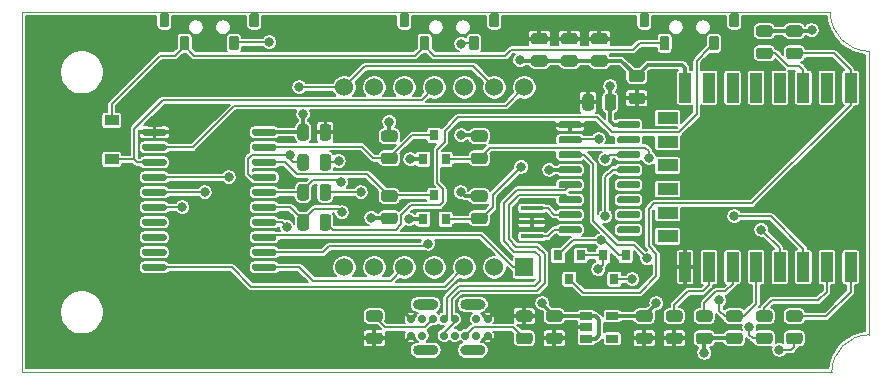
<source format=gbr>
%TF.GenerationSoftware,KiCad,Pcbnew,(5.1.9-0-10_14)*%
%TF.CreationDate,2021-04-26T08:01:11+02:00*%
%TF.ProjectId,wificlock,77696669-636c-46f6-936b-2e6b69636164,rev?*%
%TF.SameCoordinates,Original*%
%TF.FileFunction,Copper,L1,Top*%
%TF.FilePolarity,Positive*%
%FSLAX46Y46*%
G04 Gerber Fmt 4.6, Leading zero omitted, Abs format (unit mm)*
G04 Created by KiCad (PCBNEW (5.1.9-0-10_14)) date 2021-04-26 08:01:11*
%MOMM*%
%LPD*%
G01*
G04 APERTURE LIST*
%TA.AperFunction,Profile*%
%ADD10C,0.100000*%
%TD*%
%TA.AperFunction,ComponentPad*%
%ADD11C,1.524000*%
%TD*%
%TA.AperFunction,ComponentPad*%
%ADD12R,1.524000X1.524000*%
%TD*%
%TA.AperFunction,ComponentPad*%
%ADD13C,0.700000*%
%TD*%
%TA.AperFunction,SMDPad,CuDef*%
%ADD14R,1.200000X0.900000*%
%TD*%
%TA.AperFunction,SMDPad,CuDef*%
%ADD15R,1.000000X2.500000*%
%TD*%
%TA.AperFunction,SMDPad,CuDef*%
%ADD16R,1.800000X1.000000*%
%TD*%
%TA.AperFunction,SMDPad,CuDef*%
%ADD17R,1.900000X0.400000*%
%TD*%
%TA.AperFunction,SMDPad,CuDef*%
%ADD18R,1.060000X0.650000*%
%TD*%
%TA.AperFunction,SMDPad,CuDef*%
%ADD19R,0.800000X0.900000*%
%TD*%
%TA.AperFunction,ViaPad*%
%ADD20C,0.800000*%
%TD*%
%TA.AperFunction,Conductor*%
%ADD21C,0.300000*%
%TD*%
%TA.AperFunction,Conductor*%
%ADD22C,0.200000*%
%TD*%
%TA.AperFunction,Conductor*%
%ADD23C,0.150000*%
%TD*%
%TA.AperFunction,Conductor*%
%ADD24C,0.100000*%
%TD*%
G04 APERTURE END LIST*
D10*
X160655000Y-143510000D02*
G75*
G02*
X163830000Y-140335000I3175000J0D01*
G01*
X163830000Y-116332000D02*
G75*
G02*
X160528000Y-113030000I0J3302000D01*
G01*
X92075000Y-113030000D02*
X160528000Y-113030000D01*
X92075000Y-143510000D02*
X92075000Y-113030000D01*
X160655000Y-143510000D02*
X92075000Y-143510000D01*
X163830000Y-116332000D02*
X163830000Y-140335000D01*
D11*
%TO.P,U5,14*%
%TO.N,COM0*%
X134620000Y-119380000D03*
%TO.P,U5,13*%
%TO.N,K1*%
X132080000Y-119380000D03*
%TO.P,U5,12*%
%TO.N,ROW5*%
X129540000Y-119380000D03*
%TO.P,U5,11*%
%TO.N,COM1*%
X127000000Y-119380000D03*
%TO.P,U5,10*%
%TO.N,COM2*%
X124460000Y-119380000D03*
%TO.P,U5,9*%
%TO.N,K2*%
X121920000Y-119380000D03*
%TO.P,U5,8*%
%TO.N,K1*%
X119380000Y-119380000D03*
%TO.P,U5,7*%
%TO.N,COM4*%
X119380000Y-134620000D03*
%TO.P,U5,6*%
%TO.N,COM3*%
X121920000Y-134620000D03*
%TO.P,U5,5*%
%TO.N,ROW6*%
X124460000Y-134620000D03*
%TO.P,U5,4*%
%TO.N,K3*%
X127000000Y-134620000D03*
%TO.P,U5,3*%
%TO.N,ROW7*%
X129540000Y-134620000D03*
%TO.P,U5,2*%
%TO.N,ROW3*%
X132080000Y-134620000D03*
D12*
%TO.P,U5,1*%
%TO.N,ROW4*%
X134620000Y-134620000D03*
%TD*%
D13*
%TO.P,J1,A1*%
%TO.N,GND*%
X125020000Y-139000000D03*
%TO.P,J1,A4*%
%TO.N,+5V*%
X125970000Y-139000000D03*
%TO.P,J1,A5*%
%TO.N,Net-(J1-PadA5)*%
X126920000Y-139000000D03*
%TO.P,J1,A6*%
%TO.N,D+*%
X127820000Y-139000000D03*
%TO.P,J1,B12*%
%TO.N,GND*%
X125020000Y-140400000D03*
%TO.P,J1,B9*%
%TO.N,+5V*%
X125970000Y-140400000D03*
%TO.P,J1,B6*%
%TO.N,D+*%
X128720000Y-140400000D03*
%TO.P,J1,B5*%
%TO.N,Net-(J1-PadB5)*%
X129620000Y-140400000D03*
%TO.P,J1,B4*%
%TO.N,+5V*%
X130570000Y-140400000D03*
%TO.P,J1,B1*%
%TO.N,GND*%
X131520000Y-140400000D03*
%TO.P,J1,A9*%
%TO.N,+5V*%
X130570000Y-139000000D03*
%TO.P,J1,A12*%
%TO.N,GND*%
X131520000Y-139000000D03*
%TO.P,J1,S1*%
%TO.N,N/C*%
%TA.AperFunction,ComponentPad*%
G36*
G01*
X125195000Y-137770000D02*
X125195000Y-137770000D01*
G75*
G02*
X125645000Y-137320000I450000J0D01*
G01*
X126895000Y-137320000D01*
G75*
G02*
X127345000Y-137770000I0J-450000D01*
G01*
X127345000Y-137770000D01*
G75*
G02*
X126895000Y-138220000I-450000J0D01*
G01*
X125645000Y-138220000D01*
G75*
G02*
X125195000Y-137770000I0J450000D01*
G01*
G37*
%TD.AperFunction*%
%TA.AperFunction,ComponentPad*%
G36*
G01*
X129195000Y-137770000D02*
X129195000Y-137770000D01*
G75*
G02*
X129645000Y-137320000I450000J0D01*
G01*
X130895000Y-137320000D01*
G75*
G02*
X131345000Y-137770000I0J-450000D01*
G01*
X131345000Y-137770000D01*
G75*
G02*
X130895000Y-138220000I-450000J0D01*
G01*
X129645000Y-138220000D01*
G75*
G02*
X129195000Y-137770000I0J450000D01*
G01*
G37*
%TD.AperFunction*%
%TA.AperFunction,ComponentPad*%
G36*
G01*
X129195000Y-141630000D02*
X129195000Y-141630000D01*
G75*
G02*
X129645000Y-141180000I450000J0D01*
G01*
X130895000Y-141180000D01*
G75*
G02*
X131345000Y-141630000I0J-450000D01*
G01*
X131345000Y-141630000D01*
G75*
G02*
X130895000Y-142080000I-450000J0D01*
G01*
X129645000Y-142080000D01*
G75*
G02*
X129195000Y-141630000I0J450000D01*
G01*
G37*
%TD.AperFunction*%
%TA.AperFunction,ComponentPad*%
G36*
G01*
X125195000Y-141630000D02*
X125195000Y-141630000D01*
G75*
G02*
X125645000Y-141180000I450000J0D01*
G01*
X126895000Y-141180000D01*
G75*
G02*
X127345000Y-141630000I0J-450000D01*
G01*
X127345000Y-141630000D01*
G75*
G02*
X126895000Y-142080000I-450000J0D01*
G01*
X125645000Y-142080000D01*
G75*
G02*
X125195000Y-141630000I0J450000D01*
G01*
G37*
%TD.AperFunction*%
%TO.P,J1,B7*%
%TO.N,D-*%
X127820000Y-140400000D03*
%TO.P,J1,A7*%
X128720000Y-139000000D03*
%TD*%
%TO.P,SW3,MP*%
%TO.N,N/C*%
%TA.AperFunction,SMDPad,CuDef*%
G36*
G01*
X151990000Y-114166400D02*
X151990000Y-113233600D01*
G75*
G02*
X152123600Y-113100000I133600J0D01*
G01*
X152656400Y-113100000D01*
G75*
G02*
X152790000Y-113233600I0J-133600D01*
G01*
X152790000Y-114166400D01*
G75*
G02*
X152656400Y-114300000I-133600J0D01*
G01*
X152123600Y-114300000D01*
G75*
G02*
X151990000Y-114166400I0J133600D01*
G01*
G37*
%TD.AperFunction*%
%TA.AperFunction,SMDPad,CuDef*%
G36*
G01*
X144390000Y-114166400D02*
X144390000Y-113233600D01*
G75*
G02*
X144523600Y-113100000I133600J0D01*
G01*
X145056400Y-113100000D01*
G75*
G02*
X145190000Y-113233600I0J-133600D01*
G01*
X145190000Y-114166400D01*
G75*
G02*
X145056400Y-114300000I-133600J0D01*
G01*
X144523600Y-114300000D01*
G75*
G02*
X144390000Y-114166400I0J133600D01*
G01*
G37*
%TD.AperFunction*%
%TO.P,SW3,2*%
%TO.N,Net-(R16-Pad2)*%
%TA.AperFunction,SMDPad,CuDef*%
G36*
G01*
X150290000Y-116150000D02*
X150290000Y-115150000D01*
G75*
G02*
X150390000Y-115050000I100000J0D01*
G01*
X150990000Y-115050000D01*
G75*
G02*
X151090000Y-115150000I0J-100000D01*
G01*
X151090000Y-116150000D01*
G75*
G02*
X150990000Y-116250000I-100000J0D01*
G01*
X150390000Y-116250000D01*
G75*
G02*
X150290000Y-116150000I0J100000D01*
G01*
G37*
%TD.AperFunction*%
%TO.P,SW3,1*%
%TO.N,Net-(D1-Pad1)*%
%TA.AperFunction,SMDPad,CuDef*%
G36*
G01*
X146090000Y-116150000D02*
X146090000Y-115150000D01*
G75*
G02*
X146190000Y-115050000I100000J0D01*
G01*
X146790000Y-115050000D01*
G75*
G02*
X146890000Y-115150000I0J-100000D01*
G01*
X146890000Y-116150000D01*
G75*
G02*
X146790000Y-116250000I-100000J0D01*
G01*
X146190000Y-116250000D01*
G75*
G02*
X146090000Y-116150000I0J100000D01*
G01*
G37*
%TD.AperFunction*%
%TD*%
%TO.P,SW2,MP*%
%TO.N,N/C*%
%TA.AperFunction,SMDPad,CuDef*%
G36*
G01*
X131670000Y-114166400D02*
X131670000Y-113233600D01*
G75*
G02*
X131803600Y-113100000I133600J0D01*
G01*
X132336400Y-113100000D01*
G75*
G02*
X132470000Y-113233600I0J-133600D01*
G01*
X132470000Y-114166400D01*
G75*
G02*
X132336400Y-114300000I-133600J0D01*
G01*
X131803600Y-114300000D01*
G75*
G02*
X131670000Y-114166400I0J133600D01*
G01*
G37*
%TD.AperFunction*%
%TA.AperFunction,SMDPad,CuDef*%
G36*
G01*
X124070000Y-114166400D02*
X124070000Y-113233600D01*
G75*
G02*
X124203600Y-113100000I133600J0D01*
G01*
X124736400Y-113100000D01*
G75*
G02*
X124870000Y-113233600I0J-133600D01*
G01*
X124870000Y-114166400D01*
G75*
G02*
X124736400Y-114300000I-133600J0D01*
G01*
X124203600Y-114300000D01*
G75*
G02*
X124070000Y-114166400I0J133600D01*
G01*
G37*
%TD.AperFunction*%
%TO.P,SW2,2*%
%TO.N,Net-(R15-Pad2)*%
%TA.AperFunction,SMDPad,CuDef*%
G36*
G01*
X129970000Y-116150000D02*
X129970000Y-115150000D01*
G75*
G02*
X130070000Y-115050000I100000J0D01*
G01*
X130670000Y-115050000D01*
G75*
G02*
X130770000Y-115150000I0J-100000D01*
G01*
X130770000Y-116150000D01*
G75*
G02*
X130670000Y-116250000I-100000J0D01*
G01*
X130070000Y-116250000D01*
G75*
G02*
X129970000Y-116150000I0J100000D01*
G01*
G37*
%TD.AperFunction*%
%TO.P,SW2,1*%
%TO.N,Net-(D1-Pad1)*%
%TA.AperFunction,SMDPad,CuDef*%
G36*
G01*
X125770000Y-116150000D02*
X125770000Y-115150000D01*
G75*
G02*
X125870000Y-115050000I100000J0D01*
G01*
X126470000Y-115050000D01*
G75*
G02*
X126570000Y-115150000I0J-100000D01*
G01*
X126570000Y-116150000D01*
G75*
G02*
X126470000Y-116250000I-100000J0D01*
G01*
X125870000Y-116250000D01*
G75*
G02*
X125770000Y-116150000I0J100000D01*
G01*
G37*
%TD.AperFunction*%
%TD*%
%TO.P,SW1,MP*%
%TO.N,N/C*%
%TA.AperFunction,SMDPad,CuDef*%
G36*
G01*
X111350000Y-114166400D02*
X111350000Y-113233600D01*
G75*
G02*
X111483600Y-113100000I133600J0D01*
G01*
X112016400Y-113100000D01*
G75*
G02*
X112150000Y-113233600I0J-133600D01*
G01*
X112150000Y-114166400D01*
G75*
G02*
X112016400Y-114300000I-133600J0D01*
G01*
X111483600Y-114300000D01*
G75*
G02*
X111350000Y-114166400I0J133600D01*
G01*
G37*
%TD.AperFunction*%
%TA.AperFunction,SMDPad,CuDef*%
G36*
G01*
X103750000Y-114166400D02*
X103750000Y-113233600D01*
G75*
G02*
X103883600Y-113100000I133600J0D01*
G01*
X104416400Y-113100000D01*
G75*
G02*
X104550000Y-113233600I0J-133600D01*
G01*
X104550000Y-114166400D01*
G75*
G02*
X104416400Y-114300000I-133600J0D01*
G01*
X103883600Y-114300000D01*
G75*
G02*
X103750000Y-114166400I0J133600D01*
G01*
G37*
%TD.AperFunction*%
%TO.P,SW1,2*%
%TO.N,Net-(R10-Pad2)*%
%TA.AperFunction,SMDPad,CuDef*%
G36*
G01*
X109650000Y-116150000D02*
X109650000Y-115150000D01*
G75*
G02*
X109750000Y-115050000I100000J0D01*
G01*
X110350000Y-115050000D01*
G75*
G02*
X110450000Y-115150000I0J-100000D01*
G01*
X110450000Y-116150000D01*
G75*
G02*
X110350000Y-116250000I-100000J0D01*
G01*
X109750000Y-116250000D01*
G75*
G02*
X109650000Y-116150000I0J100000D01*
G01*
G37*
%TD.AperFunction*%
%TO.P,SW1,1*%
%TO.N,Net-(D1-Pad1)*%
%TA.AperFunction,SMDPad,CuDef*%
G36*
G01*
X105450000Y-116150000D02*
X105450000Y-115150000D01*
G75*
G02*
X105550000Y-115050000I100000J0D01*
G01*
X106150000Y-115050000D01*
G75*
G02*
X106250000Y-115150000I0J-100000D01*
G01*
X106250000Y-116150000D01*
G75*
G02*
X106150000Y-116250000I-100000J0D01*
G01*
X105550000Y-116250000D01*
G75*
G02*
X105450000Y-116150000I0J100000D01*
G01*
G37*
%TD.AperFunction*%
%TD*%
D14*
%TO.P,D1,1*%
%TO.N,Net-(D1-Pad1)*%
X99695000Y-122175000D03*
%TO.P,D1,2*%
%TO.N,COM1*%
X99695000Y-125475000D03*
%TD*%
D15*
%TO.P,U2,1*%
%TO.N,~RST*%
X162250000Y-119400000D03*
%TO.P,U2,2*%
%TO.N,N/C*%
X160250000Y-119400000D03*
%TO.P,U2,3*%
%TO.N,EN*%
X158250000Y-119400000D03*
%TO.P,U2,4*%
%TO.N,N/C*%
X156250000Y-119400000D03*
%TO.P,U2,5*%
X154250000Y-119400000D03*
%TO.P,U2,6*%
X152250000Y-119400000D03*
%TO.P,U2,7*%
X150250000Y-119400000D03*
%TO.P,U2,8*%
%TO.N,+3V3*%
X148250000Y-119400000D03*
D16*
%TO.P,U2,9*%
%TO.N,N/C*%
X146750000Y-122000000D03*
%TO.P,U2,10*%
X146750000Y-124000000D03*
%TO.P,U2,11*%
X146750000Y-126000000D03*
%TO.P,U2,12*%
X146750000Y-128000000D03*
%TO.P,U2,13*%
X146750000Y-130000000D03*
%TO.P,U2,14*%
X146750000Y-132000000D03*
D15*
%TO.P,U2,15*%
%TO.N,GND*%
X148250000Y-134600000D03*
%TO.P,U2,16*%
%TO.N,GPIO15*%
X150250000Y-134600000D03*
%TO.P,U2,17*%
%TO.N,GPIO2*%
X152250000Y-134600000D03*
%TO.P,U2,18*%
%TO.N,GPIO0*%
X154250000Y-134600000D03*
%TO.P,U2,19*%
%TO.N,SDA33*%
X156250000Y-134600000D03*
%TO.P,U2,20*%
%TO.N,SCL33*%
X158250000Y-134600000D03*
%TO.P,U2,21*%
%TO.N,RXD*%
X160250000Y-134600000D03*
%TO.P,U2,22*%
%TO.N,TXD*%
X162250000Y-134600000D03*
%TD*%
D17*
%TO.P,Y1,1*%
%TO.N,Net-(U1-Pad8)*%
X135255000Y-132010000D03*
%TO.P,Y1,2*%
%TO.N,GND*%
X135255000Y-130810000D03*
%TO.P,Y1,3*%
%TO.N,Net-(U1-Pad7)*%
X135255000Y-129610000D03*
%TD*%
%TO.P,U4,1*%
%TO.N,GND*%
%TA.AperFunction,SMDPad,CuDef*%
G36*
G01*
X102275000Y-123340000D02*
X102275000Y-123040000D01*
G75*
G02*
X102425000Y-122890000I150000J0D01*
G01*
X104175000Y-122890000D01*
G75*
G02*
X104325000Y-123040000I0J-150000D01*
G01*
X104325000Y-123340000D01*
G75*
G02*
X104175000Y-123490000I-150000J0D01*
G01*
X102425000Y-123490000D01*
G75*
G02*
X102275000Y-123340000I0J150000D01*
G01*
G37*
%TD.AperFunction*%
%TO.P,U4,2*%
%TO.N,COM0*%
%TA.AperFunction,SMDPad,CuDef*%
G36*
G01*
X102275000Y-124610000D02*
X102275000Y-124310000D01*
G75*
G02*
X102425000Y-124160000I150000J0D01*
G01*
X104175000Y-124160000D01*
G75*
G02*
X104325000Y-124310000I0J-150000D01*
G01*
X104325000Y-124610000D01*
G75*
G02*
X104175000Y-124760000I-150000J0D01*
G01*
X102425000Y-124760000D01*
G75*
G02*
X102275000Y-124610000I0J150000D01*
G01*
G37*
%TD.AperFunction*%
%TO.P,U4,3*%
%TO.N,COM1*%
%TA.AperFunction,SMDPad,CuDef*%
G36*
G01*
X102275000Y-125880000D02*
X102275000Y-125580000D01*
G75*
G02*
X102425000Y-125430000I150000J0D01*
G01*
X104175000Y-125430000D01*
G75*
G02*
X104325000Y-125580000I0J-150000D01*
G01*
X104325000Y-125880000D01*
G75*
G02*
X104175000Y-126030000I-150000J0D01*
G01*
X102425000Y-126030000D01*
G75*
G02*
X102275000Y-125880000I0J150000D01*
G01*
G37*
%TD.AperFunction*%
%TO.P,U4,4*%
%TO.N,COM2*%
%TA.AperFunction,SMDPad,CuDef*%
G36*
G01*
X102275000Y-127150000D02*
X102275000Y-126850000D01*
G75*
G02*
X102425000Y-126700000I150000J0D01*
G01*
X104175000Y-126700000D01*
G75*
G02*
X104325000Y-126850000I0J-150000D01*
G01*
X104325000Y-127150000D01*
G75*
G02*
X104175000Y-127300000I-150000J0D01*
G01*
X102425000Y-127300000D01*
G75*
G02*
X102275000Y-127150000I0J150000D01*
G01*
G37*
%TD.AperFunction*%
%TO.P,U4,5*%
%TO.N,COM3*%
%TA.AperFunction,SMDPad,CuDef*%
G36*
G01*
X102275000Y-128420000D02*
X102275000Y-128120000D01*
G75*
G02*
X102425000Y-127970000I150000J0D01*
G01*
X104175000Y-127970000D01*
G75*
G02*
X104325000Y-128120000I0J-150000D01*
G01*
X104325000Y-128420000D01*
G75*
G02*
X104175000Y-128570000I-150000J0D01*
G01*
X102425000Y-128570000D01*
G75*
G02*
X102275000Y-128420000I0J150000D01*
G01*
G37*
%TD.AperFunction*%
%TO.P,U4,6*%
%TO.N,COM4*%
%TA.AperFunction,SMDPad,CuDef*%
G36*
G01*
X102275000Y-129690000D02*
X102275000Y-129390000D01*
G75*
G02*
X102425000Y-129240000I150000J0D01*
G01*
X104175000Y-129240000D01*
G75*
G02*
X104325000Y-129390000I0J-150000D01*
G01*
X104325000Y-129690000D01*
G75*
G02*
X104175000Y-129840000I-150000J0D01*
G01*
X102425000Y-129840000D01*
G75*
G02*
X102275000Y-129690000I0J150000D01*
G01*
G37*
%TD.AperFunction*%
%TO.P,U4,7*%
%TO.N,N/C*%
%TA.AperFunction,SMDPad,CuDef*%
G36*
G01*
X102275000Y-130960000D02*
X102275000Y-130660000D01*
G75*
G02*
X102425000Y-130510000I150000J0D01*
G01*
X104175000Y-130510000D01*
G75*
G02*
X104325000Y-130660000I0J-150000D01*
G01*
X104325000Y-130960000D01*
G75*
G02*
X104175000Y-131110000I-150000J0D01*
G01*
X102425000Y-131110000D01*
G75*
G02*
X102275000Y-130960000I0J150000D01*
G01*
G37*
%TD.AperFunction*%
%TO.P,U4,8*%
%TA.AperFunction,SMDPad,CuDef*%
G36*
G01*
X102275000Y-132230000D02*
X102275000Y-131930000D01*
G75*
G02*
X102425000Y-131780000I150000J0D01*
G01*
X104175000Y-131780000D01*
G75*
G02*
X104325000Y-131930000I0J-150000D01*
G01*
X104325000Y-132230000D01*
G75*
G02*
X104175000Y-132380000I-150000J0D01*
G01*
X102425000Y-132380000D01*
G75*
G02*
X102275000Y-132230000I0J150000D01*
G01*
G37*
%TD.AperFunction*%
%TO.P,U4,9*%
%TA.AperFunction,SMDPad,CuDef*%
G36*
G01*
X102275000Y-133500000D02*
X102275000Y-133200000D01*
G75*
G02*
X102425000Y-133050000I150000J0D01*
G01*
X104175000Y-133050000D01*
G75*
G02*
X104325000Y-133200000I0J-150000D01*
G01*
X104325000Y-133500000D01*
G75*
G02*
X104175000Y-133650000I-150000J0D01*
G01*
X102425000Y-133650000D01*
G75*
G02*
X102275000Y-133500000I0J150000D01*
G01*
G37*
%TD.AperFunction*%
%TO.P,U4,10*%
%TO.N,ROW7*%
%TA.AperFunction,SMDPad,CuDef*%
G36*
G01*
X102275000Y-134770000D02*
X102275000Y-134470000D01*
G75*
G02*
X102425000Y-134320000I150000J0D01*
G01*
X104175000Y-134320000D01*
G75*
G02*
X104325000Y-134470000I0J-150000D01*
G01*
X104325000Y-134770000D01*
G75*
G02*
X104175000Y-134920000I-150000J0D01*
G01*
X102425000Y-134920000D01*
G75*
G02*
X102275000Y-134770000I0J150000D01*
G01*
G37*
%TD.AperFunction*%
%TO.P,U4,11*%
%TO.N,ROW6*%
%TA.AperFunction,SMDPad,CuDef*%
G36*
G01*
X111575000Y-134770000D02*
X111575000Y-134470000D01*
G75*
G02*
X111725000Y-134320000I150000J0D01*
G01*
X113475000Y-134320000D01*
G75*
G02*
X113625000Y-134470000I0J-150000D01*
G01*
X113625000Y-134770000D01*
G75*
G02*
X113475000Y-134920000I-150000J0D01*
G01*
X111725000Y-134920000D01*
G75*
G02*
X111575000Y-134770000I0J150000D01*
G01*
G37*
%TD.AperFunction*%
%TO.P,U4,12*%
%TO.N,ROW5*%
%TA.AperFunction,SMDPad,CuDef*%
G36*
G01*
X111575000Y-133500000D02*
X111575000Y-133200000D01*
G75*
G02*
X111725000Y-133050000I150000J0D01*
G01*
X113475000Y-133050000D01*
G75*
G02*
X113625000Y-133200000I0J-150000D01*
G01*
X113625000Y-133500000D01*
G75*
G02*
X113475000Y-133650000I-150000J0D01*
G01*
X111725000Y-133650000D01*
G75*
G02*
X111575000Y-133500000I0J150000D01*
G01*
G37*
%TD.AperFunction*%
%TO.P,U4,13*%
%TO.N,ROW4*%
%TA.AperFunction,SMDPad,CuDef*%
G36*
G01*
X111575000Y-132230000D02*
X111575000Y-131930000D01*
G75*
G02*
X111725000Y-131780000I150000J0D01*
G01*
X113475000Y-131780000D01*
G75*
G02*
X113625000Y-131930000I0J-150000D01*
G01*
X113625000Y-132230000D01*
G75*
G02*
X113475000Y-132380000I-150000J0D01*
G01*
X111725000Y-132380000D01*
G75*
G02*
X111575000Y-132230000I0J150000D01*
G01*
G37*
%TD.AperFunction*%
%TO.P,U4,14*%
%TO.N,ROW3*%
%TA.AperFunction,SMDPad,CuDef*%
G36*
G01*
X111575000Y-130960000D02*
X111575000Y-130660000D01*
G75*
G02*
X111725000Y-130510000I150000J0D01*
G01*
X113475000Y-130510000D01*
G75*
G02*
X113625000Y-130660000I0J-150000D01*
G01*
X113625000Y-130960000D01*
G75*
G02*
X113475000Y-131110000I-150000J0D01*
G01*
X111725000Y-131110000D01*
G75*
G02*
X111575000Y-130960000I0J150000D01*
G01*
G37*
%TD.AperFunction*%
%TO.P,U4,15*%
%TO.N,K3*%
%TA.AperFunction,SMDPad,CuDef*%
G36*
G01*
X111575000Y-129690000D02*
X111575000Y-129390000D01*
G75*
G02*
X111725000Y-129240000I150000J0D01*
G01*
X113475000Y-129240000D01*
G75*
G02*
X113625000Y-129390000I0J-150000D01*
G01*
X113625000Y-129690000D01*
G75*
G02*
X113475000Y-129840000I-150000J0D01*
G01*
X111725000Y-129840000D01*
G75*
G02*
X111575000Y-129690000I0J150000D01*
G01*
G37*
%TD.AperFunction*%
%TO.P,U4,16*%
%TO.N,K2*%
%TA.AperFunction,SMDPad,CuDef*%
G36*
G01*
X111575000Y-128420000D02*
X111575000Y-128120000D01*
G75*
G02*
X111725000Y-127970000I150000J0D01*
G01*
X113475000Y-127970000D01*
G75*
G02*
X113625000Y-128120000I0J-150000D01*
G01*
X113625000Y-128420000D01*
G75*
G02*
X113475000Y-128570000I-150000J0D01*
G01*
X111725000Y-128570000D01*
G75*
G02*
X111575000Y-128420000I0J150000D01*
G01*
G37*
%TD.AperFunction*%
%TO.P,U4,17*%
%TO.N,K1*%
%TA.AperFunction,SMDPad,CuDef*%
G36*
G01*
X111575000Y-127150000D02*
X111575000Y-126850000D01*
G75*
G02*
X111725000Y-126700000I150000J0D01*
G01*
X113475000Y-126700000D01*
G75*
G02*
X113625000Y-126850000I0J-150000D01*
G01*
X113625000Y-127150000D01*
G75*
G02*
X113475000Y-127300000I-150000J0D01*
G01*
X111725000Y-127300000D01*
G75*
G02*
X111575000Y-127150000I0J150000D01*
G01*
G37*
%TD.AperFunction*%
%TO.P,U4,18*%
%TO.N,SCL5*%
%TA.AperFunction,SMDPad,CuDef*%
G36*
G01*
X111575000Y-125880000D02*
X111575000Y-125580000D01*
G75*
G02*
X111725000Y-125430000I150000J0D01*
G01*
X113475000Y-125430000D01*
G75*
G02*
X113625000Y-125580000I0J-150000D01*
G01*
X113625000Y-125880000D01*
G75*
G02*
X113475000Y-126030000I-150000J0D01*
G01*
X111725000Y-126030000D01*
G75*
G02*
X111575000Y-125880000I0J150000D01*
G01*
G37*
%TD.AperFunction*%
%TO.P,U4,19*%
%TO.N,SDA5*%
%TA.AperFunction,SMDPad,CuDef*%
G36*
G01*
X111575000Y-124610000D02*
X111575000Y-124310000D01*
G75*
G02*
X111725000Y-124160000I150000J0D01*
G01*
X113475000Y-124160000D01*
G75*
G02*
X113625000Y-124310000I0J-150000D01*
G01*
X113625000Y-124610000D01*
G75*
G02*
X113475000Y-124760000I-150000J0D01*
G01*
X111725000Y-124760000D01*
G75*
G02*
X111575000Y-124610000I0J150000D01*
G01*
G37*
%TD.AperFunction*%
%TO.P,U4,20*%
%TO.N,+5V*%
%TA.AperFunction,SMDPad,CuDef*%
G36*
G01*
X111575000Y-123340000D02*
X111575000Y-123040000D01*
G75*
G02*
X111725000Y-122890000I150000J0D01*
G01*
X113475000Y-122890000D01*
G75*
G02*
X113625000Y-123040000I0J-150000D01*
G01*
X113625000Y-123340000D01*
G75*
G02*
X113475000Y-123490000I-150000J0D01*
G01*
X111725000Y-123490000D01*
G75*
G02*
X111575000Y-123340000I0J150000D01*
G01*
G37*
%TD.AperFunction*%
%TD*%
D18*
%TO.P,U3,1*%
%TO.N,+5V*%
X139870000Y-138750000D03*
%TO.P,U3,2*%
%TO.N,GND*%
X139870000Y-139700000D03*
%TO.P,U3,3*%
%TO.N,+5V*%
X139870000Y-140650000D03*
%TO.P,U3,4*%
%TO.N,N/C*%
X142070000Y-140650000D03*
%TO.P,U3,5*%
%TO.N,+3V3*%
X142070000Y-138750000D03*
%TD*%
%TO.P,U1,1*%
%TO.N,GND*%
%TA.AperFunction,SMDPad,CuDef*%
G36*
G01*
X137520000Y-122705000D02*
X137520000Y-122405000D01*
G75*
G02*
X137670000Y-122255000I150000J0D01*
G01*
X139320000Y-122255000D01*
G75*
G02*
X139470000Y-122405000I0J-150000D01*
G01*
X139470000Y-122705000D01*
G75*
G02*
X139320000Y-122855000I-150000J0D01*
G01*
X137670000Y-122855000D01*
G75*
G02*
X137520000Y-122705000I0J150000D01*
G01*
G37*
%TD.AperFunction*%
%TO.P,U1,2*%
%TO.N,Net-(R2-Pad2)*%
%TA.AperFunction,SMDPad,CuDef*%
G36*
G01*
X137520000Y-123975000D02*
X137520000Y-123675000D01*
G75*
G02*
X137670000Y-123525000I150000J0D01*
G01*
X139320000Y-123525000D01*
G75*
G02*
X139470000Y-123675000I0J-150000D01*
G01*
X139470000Y-123975000D01*
G75*
G02*
X139320000Y-124125000I-150000J0D01*
G01*
X137670000Y-124125000D01*
G75*
G02*
X137520000Y-123975000I0J150000D01*
G01*
G37*
%TD.AperFunction*%
%TO.P,U1,3*%
%TO.N,Net-(R4-Pad1)*%
%TA.AperFunction,SMDPad,CuDef*%
G36*
G01*
X137520000Y-125245000D02*
X137520000Y-124945000D01*
G75*
G02*
X137670000Y-124795000I150000J0D01*
G01*
X139320000Y-124795000D01*
G75*
G02*
X139470000Y-124945000I0J-150000D01*
G01*
X139470000Y-125245000D01*
G75*
G02*
X139320000Y-125395000I-150000J0D01*
G01*
X137670000Y-125395000D01*
G75*
G02*
X137520000Y-125245000I0J150000D01*
G01*
G37*
%TD.AperFunction*%
%TO.P,U1,4*%
%TO.N,+3V3*%
%TA.AperFunction,SMDPad,CuDef*%
G36*
G01*
X137520000Y-126515000D02*
X137520000Y-126215000D01*
G75*
G02*
X137670000Y-126065000I150000J0D01*
G01*
X139320000Y-126065000D01*
G75*
G02*
X139470000Y-126215000I0J-150000D01*
G01*
X139470000Y-126515000D01*
G75*
G02*
X139320000Y-126665000I-150000J0D01*
G01*
X137670000Y-126665000D01*
G75*
G02*
X137520000Y-126515000I0J150000D01*
G01*
G37*
%TD.AperFunction*%
%TO.P,U1,5*%
%TO.N,D+*%
%TA.AperFunction,SMDPad,CuDef*%
G36*
G01*
X137520000Y-127785000D02*
X137520000Y-127485000D01*
G75*
G02*
X137670000Y-127335000I150000J0D01*
G01*
X139320000Y-127335000D01*
G75*
G02*
X139470000Y-127485000I0J-150000D01*
G01*
X139470000Y-127785000D01*
G75*
G02*
X139320000Y-127935000I-150000J0D01*
G01*
X137670000Y-127935000D01*
G75*
G02*
X137520000Y-127785000I0J150000D01*
G01*
G37*
%TD.AperFunction*%
%TO.P,U1,6*%
%TO.N,D-*%
%TA.AperFunction,SMDPad,CuDef*%
G36*
G01*
X137520000Y-129055000D02*
X137520000Y-128755000D01*
G75*
G02*
X137670000Y-128605000I150000J0D01*
G01*
X139320000Y-128605000D01*
G75*
G02*
X139470000Y-128755000I0J-150000D01*
G01*
X139470000Y-129055000D01*
G75*
G02*
X139320000Y-129205000I-150000J0D01*
G01*
X137670000Y-129205000D01*
G75*
G02*
X137520000Y-129055000I0J150000D01*
G01*
G37*
%TD.AperFunction*%
%TO.P,U1,7*%
%TO.N,Net-(U1-Pad7)*%
%TA.AperFunction,SMDPad,CuDef*%
G36*
G01*
X137520000Y-130325000D02*
X137520000Y-130025000D01*
G75*
G02*
X137670000Y-129875000I150000J0D01*
G01*
X139320000Y-129875000D01*
G75*
G02*
X139470000Y-130025000I0J-150000D01*
G01*
X139470000Y-130325000D01*
G75*
G02*
X139320000Y-130475000I-150000J0D01*
G01*
X137670000Y-130475000D01*
G75*
G02*
X137520000Y-130325000I0J150000D01*
G01*
G37*
%TD.AperFunction*%
%TO.P,U1,8*%
%TO.N,Net-(U1-Pad8)*%
%TA.AperFunction,SMDPad,CuDef*%
G36*
G01*
X137520000Y-131595000D02*
X137520000Y-131295000D01*
G75*
G02*
X137670000Y-131145000I150000J0D01*
G01*
X139320000Y-131145000D01*
G75*
G02*
X139470000Y-131295000I0J-150000D01*
G01*
X139470000Y-131595000D01*
G75*
G02*
X139320000Y-131745000I-150000J0D01*
G01*
X137670000Y-131745000D01*
G75*
G02*
X137520000Y-131595000I0J150000D01*
G01*
G37*
%TD.AperFunction*%
%TO.P,U1,9*%
%TO.N,N/C*%
%TA.AperFunction,SMDPad,CuDef*%
G36*
G01*
X142470000Y-131595000D02*
X142470000Y-131295000D01*
G75*
G02*
X142620000Y-131145000I150000J0D01*
G01*
X144270000Y-131145000D01*
G75*
G02*
X144420000Y-131295000I0J-150000D01*
G01*
X144420000Y-131595000D01*
G75*
G02*
X144270000Y-131745000I-150000J0D01*
G01*
X142620000Y-131745000D01*
G75*
G02*
X142470000Y-131595000I0J150000D01*
G01*
G37*
%TD.AperFunction*%
%TO.P,U1,10*%
%TA.AperFunction,SMDPad,CuDef*%
G36*
G01*
X142470000Y-130325000D02*
X142470000Y-130025000D01*
G75*
G02*
X142620000Y-129875000I150000J0D01*
G01*
X144270000Y-129875000D01*
G75*
G02*
X144420000Y-130025000I0J-150000D01*
G01*
X144420000Y-130325000D01*
G75*
G02*
X144270000Y-130475000I-150000J0D01*
G01*
X142620000Y-130475000D01*
G75*
G02*
X142470000Y-130325000I0J150000D01*
G01*
G37*
%TD.AperFunction*%
%TO.P,U1,11*%
%TA.AperFunction,SMDPad,CuDef*%
G36*
G01*
X142470000Y-129055000D02*
X142470000Y-128755000D01*
G75*
G02*
X142620000Y-128605000I150000J0D01*
G01*
X144270000Y-128605000D01*
G75*
G02*
X144420000Y-128755000I0J-150000D01*
G01*
X144420000Y-129055000D01*
G75*
G02*
X144270000Y-129205000I-150000J0D01*
G01*
X142620000Y-129205000D01*
G75*
G02*
X142470000Y-129055000I0J150000D01*
G01*
G37*
%TD.AperFunction*%
%TO.P,U1,12*%
%TA.AperFunction,SMDPad,CuDef*%
G36*
G01*
X142470000Y-127785000D02*
X142470000Y-127485000D01*
G75*
G02*
X142620000Y-127335000I150000J0D01*
G01*
X144270000Y-127335000D01*
G75*
G02*
X144420000Y-127485000I0J-150000D01*
G01*
X144420000Y-127785000D01*
G75*
G02*
X144270000Y-127935000I-150000J0D01*
G01*
X142620000Y-127935000D01*
G75*
G02*
X142470000Y-127785000I0J150000D01*
G01*
G37*
%TD.AperFunction*%
%TO.P,U1,13*%
%TO.N,~DTR*%
%TA.AperFunction,SMDPad,CuDef*%
G36*
G01*
X142470000Y-126515000D02*
X142470000Y-126215000D01*
G75*
G02*
X142620000Y-126065000I150000J0D01*
G01*
X144270000Y-126065000D01*
G75*
G02*
X144420000Y-126215000I0J-150000D01*
G01*
X144420000Y-126515000D01*
G75*
G02*
X144270000Y-126665000I-150000J0D01*
G01*
X142620000Y-126665000D01*
G75*
G02*
X142470000Y-126515000I0J150000D01*
G01*
G37*
%TD.AperFunction*%
%TO.P,U1,14*%
%TO.N,~RTS*%
%TA.AperFunction,SMDPad,CuDef*%
G36*
G01*
X142470000Y-125245000D02*
X142470000Y-124945000D01*
G75*
G02*
X142620000Y-124795000I150000J0D01*
G01*
X144270000Y-124795000D01*
G75*
G02*
X144420000Y-124945000I0J-150000D01*
G01*
X144420000Y-125245000D01*
G75*
G02*
X144270000Y-125395000I-150000J0D01*
G01*
X142620000Y-125395000D01*
G75*
G02*
X142470000Y-125245000I0J150000D01*
G01*
G37*
%TD.AperFunction*%
%TO.P,U1,15*%
%TO.N,N/C*%
%TA.AperFunction,SMDPad,CuDef*%
G36*
G01*
X142470000Y-123975000D02*
X142470000Y-123675000D01*
G75*
G02*
X142620000Y-123525000I150000J0D01*
G01*
X144270000Y-123525000D01*
G75*
G02*
X144420000Y-123675000I0J-150000D01*
G01*
X144420000Y-123975000D01*
G75*
G02*
X144270000Y-124125000I-150000J0D01*
G01*
X142620000Y-124125000D01*
G75*
G02*
X142470000Y-123975000I0J150000D01*
G01*
G37*
%TD.AperFunction*%
%TO.P,U1,16*%
%TO.N,+3V3*%
%TA.AperFunction,SMDPad,CuDef*%
G36*
G01*
X142470000Y-122705000D02*
X142470000Y-122405000D01*
G75*
G02*
X142620000Y-122255000I150000J0D01*
G01*
X144270000Y-122255000D01*
G75*
G02*
X144420000Y-122405000I0J-150000D01*
G01*
X144420000Y-122705000D01*
G75*
G02*
X144270000Y-122855000I-150000J0D01*
G01*
X142620000Y-122855000D01*
G75*
G02*
X142470000Y-122705000I0J150000D01*
G01*
G37*
%TD.AperFunction*%
%TD*%
%TO.P,R16,1*%
%TO.N,K3*%
%TA.AperFunction,SMDPad,CuDef*%
G36*
G01*
X115415000Y-131266250D02*
X115415000Y-130353750D01*
G75*
G02*
X115658750Y-130110000I243750J0D01*
G01*
X116146250Y-130110000D01*
G75*
G02*
X116390000Y-130353750I0J-243750D01*
G01*
X116390000Y-131266250D01*
G75*
G02*
X116146250Y-131510000I-243750J0D01*
G01*
X115658750Y-131510000D01*
G75*
G02*
X115415000Y-131266250I0J243750D01*
G01*
G37*
%TD.AperFunction*%
%TO.P,R16,2*%
%TO.N,Net-(R16-Pad2)*%
%TA.AperFunction,SMDPad,CuDef*%
G36*
G01*
X117290000Y-131266250D02*
X117290000Y-130353750D01*
G75*
G02*
X117533750Y-130110000I243750J0D01*
G01*
X118021250Y-130110000D01*
G75*
G02*
X118265000Y-130353750I0J-243750D01*
G01*
X118265000Y-131266250D01*
G75*
G02*
X118021250Y-131510000I-243750J0D01*
G01*
X117533750Y-131510000D01*
G75*
G02*
X117290000Y-131266250I0J243750D01*
G01*
G37*
%TD.AperFunction*%
%TD*%
%TO.P,R15,1*%
%TO.N,K2*%
%TA.AperFunction,SMDPad,CuDef*%
G36*
G01*
X115415000Y-128726250D02*
X115415000Y-127813750D01*
G75*
G02*
X115658750Y-127570000I243750J0D01*
G01*
X116146250Y-127570000D01*
G75*
G02*
X116390000Y-127813750I0J-243750D01*
G01*
X116390000Y-128726250D01*
G75*
G02*
X116146250Y-128970000I-243750J0D01*
G01*
X115658750Y-128970000D01*
G75*
G02*
X115415000Y-128726250I0J243750D01*
G01*
G37*
%TD.AperFunction*%
%TO.P,R15,2*%
%TO.N,Net-(R15-Pad2)*%
%TA.AperFunction,SMDPad,CuDef*%
G36*
G01*
X117290000Y-128726250D02*
X117290000Y-127813750D01*
G75*
G02*
X117533750Y-127570000I243750J0D01*
G01*
X118021250Y-127570000D01*
G75*
G02*
X118265000Y-127813750I0J-243750D01*
G01*
X118265000Y-128726250D01*
G75*
G02*
X118021250Y-128970000I-243750J0D01*
G01*
X117533750Y-128970000D01*
G75*
G02*
X117290000Y-128726250I0J243750D01*
G01*
G37*
%TD.AperFunction*%
%TD*%
%TO.P,R14,1*%
%TO.N,+5V*%
%TA.AperFunction,SMDPad,CuDef*%
G36*
G01*
X123646250Y-130965000D02*
X122733750Y-130965000D01*
G75*
G02*
X122490000Y-130721250I0J243750D01*
G01*
X122490000Y-130233750D01*
G75*
G02*
X122733750Y-129990000I243750J0D01*
G01*
X123646250Y-129990000D01*
G75*
G02*
X123890000Y-130233750I0J-243750D01*
G01*
X123890000Y-130721250D01*
G75*
G02*
X123646250Y-130965000I-243750J0D01*
G01*
G37*
%TD.AperFunction*%
%TO.P,R14,2*%
%TO.N,SCL5*%
%TA.AperFunction,SMDPad,CuDef*%
G36*
G01*
X123646250Y-129090000D02*
X122733750Y-129090000D01*
G75*
G02*
X122490000Y-128846250I0J243750D01*
G01*
X122490000Y-128358750D01*
G75*
G02*
X122733750Y-128115000I243750J0D01*
G01*
X123646250Y-128115000D01*
G75*
G02*
X123890000Y-128358750I0J-243750D01*
G01*
X123890000Y-128846250D01*
G75*
G02*
X123646250Y-129090000I-243750J0D01*
G01*
G37*
%TD.AperFunction*%
%TD*%
%TO.P,R13,1*%
%TO.N,+5V*%
%TA.AperFunction,SMDPad,CuDef*%
G36*
G01*
X122733750Y-123035000D02*
X123646250Y-123035000D01*
G75*
G02*
X123890000Y-123278750I0J-243750D01*
G01*
X123890000Y-123766250D01*
G75*
G02*
X123646250Y-124010000I-243750J0D01*
G01*
X122733750Y-124010000D01*
G75*
G02*
X122490000Y-123766250I0J243750D01*
G01*
X122490000Y-123278750D01*
G75*
G02*
X122733750Y-123035000I243750J0D01*
G01*
G37*
%TD.AperFunction*%
%TO.P,R13,2*%
%TO.N,SDA5*%
%TA.AperFunction,SMDPad,CuDef*%
G36*
G01*
X122733750Y-124910000D02*
X123646250Y-124910000D01*
G75*
G02*
X123890000Y-125153750I0J-243750D01*
G01*
X123890000Y-125641250D01*
G75*
G02*
X123646250Y-125885000I-243750J0D01*
G01*
X122733750Y-125885000D01*
G75*
G02*
X122490000Y-125641250I0J243750D01*
G01*
X122490000Y-125153750D01*
G75*
G02*
X122733750Y-124910000I243750J0D01*
G01*
G37*
%TD.AperFunction*%
%TD*%
%TO.P,R12,1*%
%TO.N,+3V3*%
%TA.AperFunction,SMDPad,CuDef*%
G36*
G01*
X130353750Y-128115000D02*
X131266250Y-128115000D01*
G75*
G02*
X131510000Y-128358750I0J-243750D01*
G01*
X131510000Y-128846250D01*
G75*
G02*
X131266250Y-129090000I-243750J0D01*
G01*
X130353750Y-129090000D01*
G75*
G02*
X130110000Y-128846250I0J243750D01*
G01*
X130110000Y-128358750D01*
G75*
G02*
X130353750Y-128115000I243750J0D01*
G01*
G37*
%TD.AperFunction*%
%TO.P,R12,2*%
%TO.N,SCL33*%
%TA.AperFunction,SMDPad,CuDef*%
G36*
G01*
X130353750Y-129990000D02*
X131266250Y-129990000D01*
G75*
G02*
X131510000Y-130233750I0J-243750D01*
G01*
X131510000Y-130721250D01*
G75*
G02*
X131266250Y-130965000I-243750J0D01*
G01*
X130353750Y-130965000D01*
G75*
G02*
X130110000Y-130721250I0J243750D01*
G01*
X130110000Y-130233750D01*
G75*
G02*
X130353750Y-129990000I243750J0D01*
G01*
G37*
%TD.AperFunction*%
%TD*%
%TO.P,R11,1*%
%TO.N,+3V3*%
%TA.AperFunction,SMDPad,CuDef*%
G36*
G01*
X130353750Y-123035000D02*
X131266250Y-123035000D01*
G75*
G02*
X131510000Y-123278750I0J-243750D01*
G01*
X131510000Y-123766250D01*
G75*
G02*
X131266250Y-124010000I-243750J0D01*
G01*
X130353750Y-124010000D01*
G75*
G02*
X130110000Y-123766250I0J243750D01*
G01*
X130110000Y-123278750D01*
G75*
G02*
X130353750Y-123035000I243750J0D01*
G01*
G37*
%TD.AperFunction*%
%TO.P,R11,2*%
%TO.N,SDA33*%
%TA.AperFunction,SMDPad,CuDef*%
G36*
G01*
X130353750Y-124910000D02*
X131266250Y-124910000D01*
G75*
G02*
X131510000Y-125153750I0J-243750D01*
G01*
X131510000Y-125641250D01*
G75*
G02*
X131266250Y-125885000I-243750J0D01*
G01*
X130353750Y-125885000D01*
G75*
G02*
X130110000Y-125641250I0J243750D01*
G01*
X130110000Y-125153750D01*
G75*
G02*
X130353750Y-124910000I243750J0D01*
G01*
G37*
%TD.AperFunction*%
%TD*%
%TO.P,R10,1*%
%TO.N,K1*%
%TA.AperFunction,SMDPad,CuDef*%
G36*
G01*
X115415000Y-126186250D02*
X115415000Y-125273750D01*
G75*
G02*
X115658750Y-125030000I243750J0D01*
G01*
X116146250Y-125030000D01*
G75*
G02*
X116390000Y-125273750I0J-243750D01*
G01*
X116390000Y-126186250D01*
G75*
G02*
X116146250Y-126430000I-243750J0D01*
G01*
X115658750Y-126430000D01*
G75*
G02*
X115415000Y-126186250I0J243750D01*
G01*
G37*
%TD.AperFunction*%
%TO.P,R10,2*%
%TO.N,Net-(R10-Pad2)*%
%TA.AperFunction,SMDPad,CuDef*%
G36*
G01*
X117290000Y-126186250D02*
X117290000Y-125273750D01*
G75*
G02*
X117533750Y-125030000I243750J0D01*
G01*
X118021250Y-125030000D01*
G75*
G02*
X118265000Y-125273750I0J-243750D01*
G01*
X118265000Y-126186250D01*
G75*
G02*
X118021250Y-126430000I-243750J0D01*
G01*
X117533750Y-126430000D01*
G75*
G02*
X117290000Y-126186250I0J243750D01*
G01*
G37*
%TD.AperFunction*%
%TD*%
%TO.P,R9,1*%
%TO.N,GPIO15*%
%TA.AperFunction,SMDPad,CuDef*%
G36*
G01*
X146863750Y-138275000D02*
X147776250Y-138275000D01*
G75*
G02*
X148020000Y-138518750I0J-243750D01*
G01*
X148020000Y-139006250D01*
G75*
G02*
X147776250Y-139250000I-243750J0D01*
G01*
X146863750Y-139250000D01*
G75*
G02*
X146620000Y-139006250I0J243750D01*
G01*
X146620000Y-138518750D01*
G75*
G02*
X146863750Y-138275000I243750J0D01*
G01*
G37*
%TD.AperFunction*%
%TO.P,R9,2*%
%TO.N,GND*%
%TA.AperFunction,SMDPad,CuDef*%
G36*
G01*
X146863750Y-140150000D02*
X147776250Y-140150000D01*
G75*
G02*
X148020000Y-140393750I0J-243750D01*
G01*
X148020000Y-140881250D01*
G75*
G02*
X147776250Y-141125000I-243750J0D01*
G01*
X146863750Y-141125000D01*
G75*
G02*
X146620000Y-140881250I0J243750D01*
G01*
X146620000Y-140393750D01*
G75*
G02*
X146863750Y-140150000I243750J0D01*
G01*
G37*
%TD.AperFunction*%
%TD*%
%TO.P,R8,1*%
%TO.N,+3V3*%
%TA.AperFunction,SMDPad,CuDef*%
G36*
G01*
X150316250Y-141125000D02*
X149403750Y-141125000D01*
G75*
G02*
X149160000Y-140881250I0J243750D01*
G01*
X149160000Y-140393750D01*
G75*
G02*
X149403750Y-140150000I243750J0D01*
G01*
X150316250Y-140150000D01*
G75*
G02*
X150560000Y-140393750I0J-243750D01*
G01*
X150560000Y-140881250D01*
G75*
G02*
X150316250Y-141125000I-243750J0D01*
G01*
G37*
%TD.AperFunction*%
%TO.P,R8,2*%
%TO.N,GPIO2*%
%TA.AperFunction,SMDPad,CuDef*%
G36*
G01*
X150316250Y-139250000D02*
X149403750Y-139250000D01*
G75*
G02*
X149160000Y-139006250I0J243750D01*
G01*
X149160000Y-138518750D01*
G75*
G02*
X149403750Y-138275000I243750J0D01*
G01*
X150316250Y-138275000D01*
G75*
G02*
X150560000Y-138518750I0J-243750D01*
G01*
X150560000Y-139006250D01*
G75*
G02*
X150316250Y-139250000I-243750J0D01*
G01*
G37*
%TD.AperFunction*%
%TD*%
%TO.P,R7,1*%
%TO.N,+3V3*%
%TA.AperFunction,SMDPad,CuDef*%
G36*
G01*
X152856250Y-141125000D02*
X151943750Y-141125000D01*
G75*
G02*
X151700000Y-140881250I0J243750D01*
G01*
X151700000Y-140393750D01*
G75*
G02*
X151943750Y-140150000I243750J0D01*
G01*
X152856250Y-140150000D01*
G75*
G02*
X153100000Y-140393750I0J-243750D01*
G01*
X153100000Y-140881250D01*
G75*
G02*
X152856250Y-141125000I-243750J0D01*
G01*
G37*
%TD.AperFunction*%
%TO.P,R7,2*%
%TO.N,GPIO0*%
%TA.AperFunction,SMDPad,CuDef*%
G36*
G01*
X152856250Y-139250000D02*
X151943750Y-139250000D01*
G75*
G02*
X151700000Y-139006250I0J243750D01*
G01*
X151700000Y-138518750D01*
G75*
G02*
X151943750Y-138275000I243750J0D01*
G01*
X152856250Y-138275000D01*
G75*
G02*
X153100000Y-138518750I0J-243750D01*
G01*
X153100000Y-139006250D01*
G75*
G02*
X152856250Y-139250000I-243750J0D01*
G01*
G37*
%TD.AperFunction*%
%TD*%
%TO.P,R6,1*%
%TO.N,+3V3*%
%TA.AperFunction,SMDPad,CuDef*%
G36*
G01*
X154483750Y-114145000D02*
X155396250Y-114145000D01*
G75*
G02*
X155640000Y-114388750I0J-243750D01*
G01*
X155640000Y-114876250D01*
G75*
G02*
X155396250Y-115120000I-243750J0D01*
G01*
X154483750Y-115120000D01*
G75*
G02*
X154240000Y-114876250I0J243750D01*
G01*
X154240000Y-114388750D01*
G75*
G02*
X154483750Y-114145000I243750J0D01*
G01*
G37*
%TD.AperFunction*%
%TO.P,R6,2*%
%TO.N,EN*%
%TA.AperFunction,SMDPad,CuDef*%
G36*
G01*
X154483750Y-116020000D02*
X155396250Y-116020000D01*
G75*
G02*
X155640000Y-116263750I0J-243750D01*
G01*
X155640000Y-116751250D01*
G75*
G02*
X155396250Y-116995000I-243750J0D01*
G01*
X154483750Y-116995000D01*
G75*
G02*
X154240000Y-116751250I0J243750D01*
G01*
X154240000Y-116263750D01*
G75*
G02*
X154483750Y-116020000I243750J0D01*
G01*
G37*
%TD.AperFunction*%
%TD*%
%TO.P,R5,1*%
%TO.N,+3V3*%
%TA.AperFunction,SMDPad,CuDef*%
G36*
G01*
X157023750Y-114145000D02*
X157936250Y-114145000D01*
G75*
G02*
X158180000Y-114388750I0J-243750D01*
G01*
X158180000Y-114876250D01*
G75*
G02*
X157936250Y-115120000I-243750J0D01*
G01*
X157023750Y-115120000D01*
G75*
G02*
X156780000Y-114876250I0J243750D01*
G01*
X156780000Y-114388750D01*
G75*
G02*
X157023750Y-114145000I243750J0D01*
G01*
G37*
%TD.AperFunction*%
%TO.P,R5,2*%
%TO.N,~RST*%
%TA.AperFunction,SMDPad,CuDef*%
G36*
G01*
X157023750Y-116020000D02*
X157936250Y-116020000D01*
G75*
G02*
X158180000Y-116263750I0J-243750D01*
G01*
X158180000Y-116751250D01*
G75*
G02*
X157936250Y-116995000I-243750J0D01*
G01*
X157023750Y-116995000D01*
G75*
G02*
X156780000Y-116751250I0J243750D01*
G01*
X156780000Y-116263750D01*
G75*
G02*
X157023750Y-116020000I243750J0D01*
G01*
G37*
%TD.AperFunction*%
%TD*%
%TO.P,R4,1*%
%TO.N,Net-(R4-Pad1)*%
%TA.AperFunction,SMDPad,CuDef*%
G36*
G01*
X157936250Y-141125000D02*
X157023750Y-141125000D01*
G75*
G02*
X156780000Y-140881250I0J243750D01*
G01*
X156780000Y-140393750D01*
G75*
G02*
X157023750Y-140150000I243750J0D01*
G01*
X157936250Y-140150000D01*
G75*
G02*
X158180000Y-140393750I0J-243750D01*
G01*
X158180000Y-140881250D01*
G75*
G02*
X157936250Y-141125000I-243750J0D01*
G01*
G37*
%TD.AperFunction*%
%TO.P,R4,2*%
%TO.N,TXD*%
%TA.AperFunction,SMDPad,CuDef*%
G36*
G01*
X157936250Y-139250000D02*
X157023750Y-139250000D01*
G75*
G02*
X156780000Y-139006250I0J243750D01*
G01*
X156780000Y-138518750D01*
G75*
G02*
X157023750Y-138275000I243750J0D01*
G01*
X157936250Y-138275000D01*
G75*
G02*
X158180000Y-138518750I0J-243750D01*
G01*
X158180000Y-139006250D01*
G75*
G02*
X157936250Y-139250000I-243750J0D01*
G01*
G37*
%TD.AperFunction*%
%TD*%
%TO.P,R3,2*%
%TO.N,Net-(J1-PadB5)*%
%TA.AperFunction,SMDPad,CuDef*%
G36*
G01*
X134163750Y-140150000D02*
X135076250Y-140150000D01*
G75*
G02*
X135320000Y-140393750I0J-243750D01*
G01*
X135320000Y-140881250D01*
G75*
G02*
X135076250Y-141125000I-243750J0D01*
G01*
X134163750Y-141125000D01*
G75*
G02*
X133920000Y-140881250I0J243750D01*
G01*
X133920000Y-140393750D01*
G75*
G02*
X134163750Y-140150000I243750J0D01*
G01*
G37*
%TD.AperFunction*%
%TO.P,R3,1*%
%TO.N,GND*%
%TA.AperFunction,SMDPad,CuDef*%
G36*
G01*
X134163750Y-138275000D02*
X135076250Y-138275000D01*
G75*
G02*
X135320000Y-138518750I0J-243750D01*
G01*
X135320000Y-139006250D01*
G75*
G02*
X135076250Y-139250000I-243750J0D01*
G01*
X134163750Y-139250000D01*
G75*
G02*
X133920000Y-139006250I0J243750D01*
G01*
X133920000Y-138518750D01*
G75*
G02*
X134163750Y-138275000I243750J0D01*
G01*
G37*
%TD.AperFunction*%
%TD*%
%TO.P,R2,1*%
%TO.N,RXD*%
%TA.AperFunction,SMDPad,CuDef*%
G36*
G01*
X154483750Y-138275000D02*
X155396250Y-138275000D01*
G75*
G02*
X155640000Y-138518750I0J-243750D01*
G01*
X155640000Y-139006250D01*
G75*
G02*
X155396250Y-139250000I-243750J0D01*
G01*
X154483750Y-139250000D01*
G75*
G02*
X154240000Y-139006250I0J243750D01*
G01*
X154240000Y-138518750D01*
G75*
G02*
X154483750Y-138275000I243750J0D01*
G01*
G37*
%TD.AperFunction*%
%TO.P,R2,2*%
%TO.N,Net-(R2-Pad2)*%
%TA.AperFunction,SMDPad,CuDef*%
G36*
G01*
X154483750Y-140150000D02*
X155396250Y-140150000D01*
G75*
G02*
X155640000Y-140393750I0J-243750D01*
G01*
X155640000Y-140881250D01*
G75*
G02*
X155396250Y-141125000I-243750J0D01*
G01*
X154483750Y-141125000D01*
G75*
G02*
X154240000Y-140881250I0J243750D01*
G01*
X154240000Y-140393750D01*
G75*
G02*
X154483750Y-140150000I243750J0D01*
G01*
G37*
%TD.AperFunction*%
%TD*%
%TO.P,R1,2*%
%TO.N,Net-(J1-PadA5)*%
%TA.AperFunction,SMDPad,CuDef*%
G36*
G01*
X122376250Y-139250000D02*
X121463750Y-139250000D01*
G75*
G02*
X121220000Y-139006250I0J243750D01*
G01*
X121220000Y-138518750D01*
G75*
G02*
X121463750Y-138275000I243750J0D01*
G01*
X122376250Y-138275000D01*
G75*
G02*
X122620000Y-138518750I0J-243750D01*
G01*
X122620000Y-139006250D01*
G75*
G02*
X122376250Y-139250000I-243750J0D01*
G01*
G37*
%TD.AperFunction*%
%TO.P,R1,1*%
%TO.N,GND*%
%TA.AperFunction,SMDPad,CuDef*%
G36*
G01*
X122376250Y-141125000D02*
X121463750Y-141125000D01*
G75*
G02*
X121220000Y-140881250I0J243750D01*
G01*
X121220000Y-140393750D01*
G75*
G02*
X121463750Y-140150000I243750J0D01*
G01*
X122376250Y-140150000D01*
G75*
G02*
X122620000Y-140393750I0J-243750D01*
G01*
X122620000Y-140881250D01*
G75*
G02*
X122376250Y-141125000I-243750J0D01*
G01*
G37*
%TD.AperFunction*%
%TD*%
D19*
%TO.P,Q4,1*%
%TO.N,+3V3*%
X126050000Y-130540000D03*
%TO.P,Q4,2*%
%TO.N,SCL33*%
X127950000Y-130540000D03*
%TO.P,Q4,3*%
%TO.N,SCL5*%
X127000000Y-128540000D03*
%TD*%
%TO.P,Q3,1*%
%TO.N,+3V3*%
X126050000Y-125460000D03*
%TO.P,Q3,2*%
%TO.N,SDA33*%
X127950000Y-125460000D03*
%TO.P,Q3,3*%
%TO.N,SDA5*%
X127000000Y-123460000D03*
%TD*%
%TO.P,Q2,1*%
%TO.N,~RTS*%
X143190000Y-133620000D03*
%TO.P,Q2,2*%
%TO.N,~DTR*%
X141290000Y-133620000D03*
%TO.P,Q2,3*%
%TO.N,GPIO0*%
X142240000Y-135620000D03*
%TD*%
%TO.P,Q1,1*%
%TO.N,~DTR*%
X139380000Y-133620000D03*
%TO.P,Q1,2*%
%TO.N,~RTS*%
X137480000Y-133620000D03*
%TO.P,Q1,3*%
%TO.N,~RST*%
X138430000Y-135620000D03*
%TD*%
%TO.P,C8,1*%
%TO.N,+5V*%
%TA.AperFunction,SMDPad,CuDef*%
G36*
G01*
X115415000Y-123646250D02*
X115415000Y-122733750D01*
G75*
G02*
X115658750Y-122490000I243750J0D01*
G01*
X116146250Y-122490000D01*
G75*
G02*
X116390000Y-122733750I0J-243750D01*
G01*
X116390000Y-123646250D01*
G75*
G02*
X116146250Y-123890000I-243750J0D01*
G01*
X115658750Y-123890000D01*
G75*
G02*
X115415000Y-123646250I0J243750D01*
G01*
G37*
%TD.AperFunction*%
%TO.P,C8,2*%
%TO.N,GND*%
%TA.AperFunction,SMDPad,CuDef*%
G36*
G01*
X117290000Y-123646250D02*
X117290000Y-122733750D01*
G75*
G02*
X117533750Y-122490000I243750J0D01*
G01*
X118021250Y-122490000D01*
G75*
G02*
X118265000Y-122733750I0J-243750D01*
G01*
X118265000Y-123646250D01*
G75*
G02*
X118021250Y-123890000I-243750J0D01*
G01*
X117533750Y-123890000D01*
G75*
G02*
X117290000Y-123646250I0J243750D01*
G01*
G37*
%TD.AperFunction*%
%TD*%
%TO.P,C7,1*%
%TO.N,+3V3*%
%TA.AperFunction,SMDPad,CuDef*%
G36*
G01*
X144323750Y-138275000D02*
X145236250Y-138275000D01*
G75*
G02*
X145480000Y-138518750I0J-243750D01*
G01*
X145480000Y-139006250D01*
G75*
G02*
X145236250Y-139250000I-243750J0D01*
G01*
X144323750Y-139250000D01*
G75*
G02*
X144080000Y-139006250I0J243750D01*
G01*
X144080000Y-138518750D01*
G75*
G02*
X144323750Y-138275000I243750J0D01*
G01*
G37*
%TD.AperFunction*%
%TO.P,C7,2*%
%TO.N,GND*%
%TA.AperFunction,SMDPad,CuDef*%
G36*
G01*
X144323750Y-140150000D02*
X145236250Y-140150000D01*
G75*
G02*
X145480000Y-140393750I0J-243750D01*
G01*
X145480000Y-140881250D01*
G75*
G02*
X145236250Y-141125000I-243750J0D01*
G01*
X144323750Y-141125000D01*
G75*
G02*
X144080000Y-140881250I0J243750D01*
G01*
X144080000Y-140393750D01*
G75*
G02*
X144323750Y-140150000I243750J0D01*
G01*
G37*
%TD.AperFunction*%
%TD*%
%TO.P,C6,1*%
%TO.N,GND*%
%TA.AperFunction,SMDPad,CuDef*%
G36*
G01*
X137616250Y-141125000D02*
X136703750Y-141125000D01*
G75*
G02*
X136460000Y-140881250I0J243750D01*
G01*
X136460000Y-140393750D01*
G75*
G02*
X136703750Y-140150000I243750J0D01*
G01*
X137616250Y-140150000D01*
G75*
G02*
X137860000Y-140393750I0J-243750D01*
G01*
X137860000Y-140881250D01*
G75*
G02*
X137616250Y-141125000I-243750J0D01*
G01*
G37*
%TD.AperFunction*%
%TO.P,C6,2*%
%TO.N,+5V*%
%TA.AperFunction,SMDPad,CuDef*%
G36*
G01*
X137616250Y-139250000D02*
X136703750Y-139250000D01*
G75*
G02*
X136460000Y-139006250I0J243750D01*
G01*
X136460000Y-138518750D01*
G75*
G02*
X136703750Y-138275000I243750J0D01*
G01*
X137616250Y-138275000D01*
G75*
G02*
X137860000Y-138518750I0J-243750D01*
G01*
X137860000Y-139006250D01*
G75*
G02*
X137616250Y-139250000I-243750J0D01*
G01*
G37*
%TD.AperFunction*%
%TD*%
%TO.P,C5,1*%
%TO.N,+3V3*%
%TA.AperFunction,SMDPad,CuDef*%
G36*
G01*
X143688750Y-117955000D02*
X144601250Y-117955000D01*
G75*
G02*
X144845000Y-118198750I0J-243750D01*
G01*
X144845000Y-118686250D01*
G75*
G02*
X144601250Y-118930000I-243750J0D01*
G01*
X143688750Y-118930000D01*
G75*
G02*
X143445000Y-118686250I0J243750D01*
G01*
X143445000Y-118198750D01*
G75*
G02*
X143688750Y-117955000I243750J0D01*
G01*
G37*
%TD.AperFunction*%
%TO.P,C5,2*%
%TO.N,GND*%
%TA.AperFunction,SMDPad,CuDef*%
G36*
G01*
X143688750Y-119830000D02*
X144601250Y-119830000D01*
G75*
G02*
X144845000Y-120073750I0J-243750D01*
G01*
X144845000Y-120561250D01*
G75*
G02*
X144601250Y-120805000I-243750J0D01*
G01*
X143688750Y-120805000D01*
G75*
G02*
X143445000Y-120561250I0J243750D01*
G01*
X143445000Y-120073750D01*
G75*
G02*
X143688750Y-119830000I243750J0D01*
G01*
G37*
%TD.AperFunction*%
%TD*%
%TO.P,C4,1*%
%TO.N,+3V3*%
%TA.AperFunction,SMDPad,CuDef*%
G36*
G01*
X141426250Y-117630000D02*
X140513750Y-117630000D01*
G75*
G02*
X140270000Y-117386250I0J243750D01*
G01*
X140270000Y-116898750D01*
G75*
G02*
X140513750Y-116655000I243750J0D01*
G01*
X141426250Y-116655000D01*
G75*
G02*
X141670000Y-116898750I0J-243750D01*
G01*
X141670000Y-117386250D01*
G75*
G02*
X141426250Y-117630000I-243750J0D01*
G01*
G37*
%TD.AperFunction*%
%TO.P,C4,2*%
%TO.N,GND*%
%TA.AperFunction,SMDPad,CuDef*%
G36*
G01*
X141426250Y-115755000D02*
X140513750Y-115755000D01*
G75*
G02*
X140270000Y-115511250I0J243750D01*
G01*
X140270000Y-115023750D01*
G75*
G02*
X140513750Y-114780000I243750J0D01*
G01*
X141426250Y-114780000D01*
G75*
G02*
X141670000Y-115023750I0J-243750D01*
G01*
X141670000Y-115511250D01*
G75*
G02*
X141426250Y-115755000I-243750J0D01*
G01*
G37*
%TD.AperFunction*%
%TD*%
%TO.P,C3,1*%
%TO.N,+3V3*%
%TA.AperFunction,SMDPad,CuDef*%
G36*
G01*
X138886250Y-117630000D02*
X137973750Y-117630000D01*
G75*
G02*
X137730000Y-117386250I0J243750D01*
G01*
X137730000Y-116898750D01*
G75*
G02*
X137973750Y-116655000I243750J0D01*
G01*
X138886250Y-116655000D01*
G75*
G02*
X139130000Y-116898750I0J-243750D01*
G01*
X139130000Y-117386250D01*
G75*
G02*
X138886250Y-117630000I-243750J0D01*
G01*
G37*
%TD.AperFunction*%
%TO.P,C3,2*%
%TO.N,GND*%
%TA.AperFunction,SMDPad,CuDef*%
G36*
G01*
X138886250Y-115755000D02*
X137973750Y-115755000D01*
G75*
G02*
X137730000Y-115511250I0J243750D01*
G01*
X137730000Y-115023750D01*
G75*
G02*
X137973750Y-114780000I243750J0D01*
G01*
X138886250Y-114780000D01*
G75*
G02*
X139130000Y-115023750I0J-243750D01*
G01*
X139130000Y-115511250D01*
G75*
G02*
X138886250Y-115755000I-243750J0D01*
G01*
G37*
%TD.AperFunction*%
%TD*%
%TO.P,C2,1*%
%TO.N,+3V3*%
%TA.AperFunction,SMDPad,CuDef*%
G36*
G01*
X136346250Y-117630000D02*
X135433750Y-117630000D01*
G75*
G02*
X135190000Y-117386250I0J243750D01*
G01*
X135190000Y-116898750D01*
G75*
G02*
X135433750Y-116655000I243750J0D01*
G01*
X136346250Y-116655000D01*
G75*
G02*
X136590000Y-116898750I0J-243750D01*
G01*
X136590000Y-117386250D01*
G75*
G02*
X136346250Y-117630000I-243750J0D01*
G01*
G37*
%TD.AperFunction*%
%TO.P,C2,2*%
%TO.N,GND*%
%TA.AperFunction,SMDPad,CuDef*%
G36*
G01*
X136346250Y-115755000D02*
X135433750Y-115755000D01*
G75*
G02*
X135190000Y-115511250I0J243750D01*
G01*
X135190000Y-115023750D01*
G75*
G02*
X135433750Y-114780000I243750J0D01*
G01*
X136346250Y-114780000D01*
G75*
G02*
X136590000Y-115023750I0J-243750D01*
G01*
X136590000Y-115511250D01*
G75*
G02*
X136346250Y-115755000I-243750J0D01*
G01*
G37*
%TD.AperFunction*%
%TD*%
%TO.P,C1,1*%
%TO.N,GND*%
%TA.AperFunction,SMDPad,CuDef*%
G36*
G01*
X139545000Y-121106250D02*
X139545000Y-120193750D01*
G75*
G02*
X139788750Y-119950000I243750J0D01*
G01*
X140276250Y-119950000D01*
G75*
G02*
X140520000Y-120193750I0J-243750D01*
G01*
X140520000Y-121106250D01*
G75*
G02*
X140276250Y-121350000I-243750J0D01*
G01*
X139788750Y-121350000D01*
G75*
G02*
X139545000Y-121106250I0J243750D01*
G01*
G37*
%TD.AperFunction*%
%TO.P,C1,2*%
%TO.N,+3V3*%
%TA.AperFunction,SMDPad,CuDef*%
G36*
G01*
X141420000Y-121106250D02*
X141420000Y-120193750D01*
G75*
G02*
X141663750Y-119950000I243750J0D01*
G01*
X142151250Y-119950000D01*
G75*
G02*
X142395000Y-120193750I0J-243750D01*
G01*
X142395000Y-121106250D01*
G75*
G02*
X142151250Y-121350000I-243750J0D01*
G01*
X141663750Y-121350000D01*
G75*
G02*
X141420000Y-121106250I0J243750D01*
G01*
G37*
%TD.AperFunction*%
%TD*%
D20*
%TO.N,+3V3*%
X129276600Y-123440900D03*
X129229600Y-128264300D03*
X124973400Y-125476000D03*
X145796000Y-137668000D03*
X141908000Y-119301000D03*
X149860000Y-141859000D03*
X134239000Y-117094000D03*
X158940500Y-114554000D03*
X124891600Y-130556000D03*
X136733500Y-126365000D03*
%TO.N,GND*%
X137160000Y-141732000D03*
X105156000Y-123190000D03*
X138938000Y-120650000D03*
X148590000Y-132588000D03*
X144780000Y-141732000D03*
X145542000Y-120142000D03*
X140970000Y-114046000D03*
X138430000Y-114046000D03*
X135890000Y-114046000D03*
X138684000Y-139700000D03*
X163068000Y-132588000D03*
X163068000Y-131572000D03*
X163068000Y-130556000D03*
X163068000Y-129540000D03*
X163068000Y-128524000D03*
X163068000Y-127508000D03*
X163068000Y-126492000D03*
X163068000Y-125476000D03*
X163068000Y-124460000D03*
X163068000Y-123444000D03*
X163068000Y-122428000D03*
X163068000Y-121412000D03*
X136271000Y-122809000D03*
X130556000Y-127254000D03*
X124333000Y-127127000D03*
X93124999Y-114174999D03*
X93124999Y-118574999D03*
X93124999Y-122974999D03*
X93124999Y-127374999D03*
X93124999Y-131774999D03*
X93124999Y-136174999D03*
X93124999Y-140574999D03*
X95324999Y-120774999D03*
X95324999Y-125174999D03*
X95324999Y-129574999D03*
X95324999Y-133974999D03*
X96424999Y-115274999D03*
X96424999Y-141674999D03*
X97524999Y-131774999D03*
X98624999Y-135074999D03*
X99724999Y-114174999D03*
X99724999Y-118574999D03*
X97790000Y-127635000D03*
X99724999Y-138374999D03*
X100824999Y-127374999D03*
X100824999Y-132874999D03*
X100824999Y-141674999D03*
X101924999Y-116374999D03*
X101924999Y-136174999D03*
X103024999Y-139474999D03*
X105224999Y-118574999D03*
X105224999Y-132874999D03*
X105224999Y-137274999D03*
X105224999Y-141674999D03*
X107424999Y-121874999D03*
X107424999Y-139474999D03*
X108524999Y-117474999D03*
X108524999Y-125174999D03*
X108524999Y-130674999D03*
X108524999Y-136174999D03*
X109624999Y-141674999D03*
X110724999Y-122974999D03*
X110724999Y-132874999D03*
X110724999Y-138374999D03*
X111824999Y-118574999D03*
X114935000Y-114174999D03*
X112924999Y-140574999D03*
X114024999Y-121874999D03*
X114024999Y-137274999D03*
X117094000Y-115570000D03*
X116224999Y-139474999D03*
X118424999Y-117474999D03*
X118424999Y-137274999D03*
X118424999Y-141674999D03*
X119524999Y-114174999D03*
X120624999Y-121874999D03*
X122824999Y-115274999D03*
X122824999Y-137274999D03*
X128324999Y-132874999D03*
X132334000Y-114935000D03*
X132724999Y-122974999D03*
X137124999Y-118574999D03*
X134620000Y-137668000D03*
X143510000Y-114935000D03*
X143129000Y-137541000D03*
X145924999Y-118574999D03*
X146812000Y-136398000D03*
X148590000Y-116078000D03*
X149224999Y-122974999D03*
X150324999Y-126274999D03*
X152654000Y-115951000D03*
X152524999Y-121874999D03*
X152654000Y-127762000D03*
X153624999Y-125174999D03*
X155824999Y-122974999D03*
X156210000Y-129032000D03*
X157226000Y-136525000D03*
X158024999Y-127374999D03*
X159385000Y-140574999D03*
X159124999Y-121874999D03*
X159124999Y-130674999D03*
X160224999Y-125174999D03*
X161324999Y-128474999D03*
X161324999Y-139474999D03*
X121920000Y-141732000D03*
%TO.N,+5V*%
X123190000Y-122301000D03*
X136144000Y-137668000D03*
X115903000Y-121666000D03*
X121666000Y-130429000D03*
%TO.N,~RTS*%
X141097000Y-132333994D03*
X141478000Y-125476000D03*
%TO.N,~DTR*%
X140892500Y-134795000D03*
X141478000Y-130302000D03*
%TO.N,GPIO0*%
X151129994Y-137414000D03*
X143764004Y-135636000D03*
%TO.N,SDA33*%
X154686000Y-131445000D03*
X145161000Y-125349000D03*
%TO.N,SCL33*%
X134366000Y-126111004D03*
X152400000Y-130301986D03*
%TO.N,Net-(R2-Pad2)*%
X140908200Y-123776100D03*
X153670008Y-139700000D03*
%TO.N,Net-(R4-Pad1)*%
X145025100Y-133861500D03*
X156210000Y-141605000D03*
%TO.N,Net-(R10-Pad2)*%
X118903000Y-125607500D03*
X113029990Y-115570000D03*
%TO.N,K1*%
X114808000Y-125095000D03*
X115570000Y-119379994D03*
%TO.N,Net-(R15-Pad2)*%
X120777000Y-128269996D03*
X129285992Y-115697000D03*
%TO.N,K2*%
X119096500Y-127431310D03*
%TO.N,K3*%
X119159800Y-129969500D03*
%TO.N,ROW3*%
X114519900Y-131191500D03*
%TO.N,ROW5*%
X126457700Y-132609600D03*
%TO.N,COM4*%
X105663974Y-129540000D03*
%TO.N,COM3*%
X107568992Y-128270000D03*
%TO.N,COM2*%
X109601000Y-127000000D03*
%TD*%
D21*
%TO.N,+3V3*%
X129276600Y-123440900D02*
X130728400Y-123440900D01*
X130728400Y-123440900D02*
X130810000Y-123522500D01*
X157480000Y-114632500D02*
X154940000Y-114632500D01*
X141908000Y-120761500D02*
X141907500Y-120761000D01*
X141907500Y-120761000D02*
X141907500Y-120650000D01*
X141908000Y-120761500D02*
X141908000Y-119301000D01*
X143445000Y-122555000D02*
X142240000Y-122555000D01*
X142240000Y-122555000D02*
X141908000Y-122222000D01*
X141908000Y-122222000D02*
X141908000Y-120761500D01*
X144145000Y-118442000D02*
X144145000Y-118442500D01*
X148250000Y-119400000D02*
X148250000Y-117770000D01*
X148250000Y-117770000D02*
X147955000Y-117475000D01*
X147955000Y-117475000D02*
X145112000Y-117475000D01*
X145112000Y-117475000D02*
X144145000Y-118442000D01*
X144780000Y-138762000D02*
X144780000Y-138762500D01*
X144780000Y-138762000D02*
X145796000Y-137746000D01*
X145796000Y-137746000D02*
X145796000Y-137668000D01*
X142070000Y-138750000D02*
X144768000Y-138750000D01*
X144768000Y-138750000D02*
X144780000Y-138762000D01*
X129567800Y-128602500D02*
X130810000Y-128602500D01*
X129229600Y-128264300D02*
X129567800Y-128602500D01*
X149860000Y-140637500D02*
X152400000Y-140637500D01*
X149860000Y-141859000D02*
X149860000Y-140637500D01*
X134287500Y-117142500D02*
X134239000Y-117094000D01*
X135890000Y-117142500D02*
X134287500Y-117142500D01*
X157480000Y-114632500D02*
X158862000Y-114632500D01*
X158862000Y-114632500D02*
X158940500Y-114554000D01*
X126034000Y-125476000D02*
X126050000Y-125460000D01*
X124973400Y-125476000D02*
X126034000Y-125476000D01*
X126050000Y-130540000D02*
X124907600Y-130540000D01*
X124907600Y-130540000D02*
X124891600Y-130556000D01*
X138495000Y-126365000D02*
X136733500Y-126365000D01*
X135890000Y-117142500D02*
X138430000Y-117142500D01*
X138430000Y-117142500D02*
X140970000Y-117142500D01*
X142845000Y-117142500D02*
X144145000Y-118442500D01*
X140970000Y-117142500D02*
X142845000Y-117142500D01*
%TO.N,+5V*%
X137160000Y-138762000D02*
X137160000Y-138762500D01*
X139870000Y-138750000D02*
X137172000Y-138750000D01*
X137172000Y-138750000D02*
X137160000Y-138762000D01*
X137160000Y-138762000D02*
X136144000Y-137746000D01*
X136144000Y-137746000D02*
X136144000Y-137668000D01*
X115030700Y-123190000D02*
X115902000Y-123190000D01*
X115902000Y-123190000D02*
X115902000Y-121666000D01*
X115902000Y-121666000D02*
X115903000Y-121666000D01*
X112600000Y-123190000D02*
X115030700Y-123190000D01*
X115030700Y-123190000D02*
X115902500Y-123190000D01*
X139870000Y-138750000D02*
X140655000Y-138750000D01*
X140655000Y-138750000D02*
X140970000Y-139065000D01*
X140970000Y-139065000D02*
X140970000Y-140380000D01*
X140970000Y-140380000D02*
X140700000Y-140650000D01*
X140700000Y-140650000D02*
X139870000Y-140650000D01*
X123141500Y-130429000D02*
X123190000Y-130477500D01*
X121666000Y-130429000D02*
X123141500Y-130429000D01*
X123190000Y-122301000D02*
X123190000Y-123522500D01*
D22*
%TO.N,COM1*%
X104010300Y-120462200D02*
X125917800Y-120462200D01*
X101600000Y-122872500D02*
X104010300Y-120462200D01*
X125917800Y-120462200D02*
X127000000Y-119380000D01*
X101600000Y-125476000D02*
X101600000Y-122872500D01*
X99696000Y-125476000D02*
X99695000Y-125475000D01*
X101600000Y-125476000D02*
X99696000Y-125476000D01*
X101854000Y-125730000D02*
X101600000Y-125476000D01*
X103300000Y-125730000D02*
X101854000Y-125730000D01*
%TO.N,Net-(D1-Pad1)*%
X126989500Y-116713000D02*
X133015900Y-116713000D01*
X133015900Y-116713000D02*
X133523900Y-116205000D01*
X133523900Y-116205000D02*
X143827500Y-116205000D01*
X144382500Y-115650000D02*
X146490000Y-115650000D01*
X126170000Y-115893500D02*
X126989500Y-116713000D01*
X143827500Y-116205000D02*
X144382500Y-115650000D01*
X126170000Y-115650000D02*
X126170000Y-115893500D01*
X126170000Y-115892000D02*
X126170000Y-115650000D01*
X125349000Y-116713000D02*
X126170000Y-115892000D01*
X106680000Y-116713000D02*
X125349000Y-116713000D01*
X105850000Y-115883000D02*
X106680000Y-116713000D01*
X105850000Y-115650000D02*
X105850000Y-115883000D01*
X105850000Y-115892000D02*
X105850000Y-115650000D01*
X105029000Y-116713000D02*
X105850000Y-115892000D01*
X103759000Y-116713000D02*
X105029000Y-116713000D01*
X99695000Y-120777000D02*
X103759000Y-116713000D01*
X99695000Y-122175000D02*
X99695000Y-120777000D01*
%TO.N,Net-(J1-PadA5)*%
X122389000Y-139231000D02*
X122388500Y-139231000D01*
X122388500Y-139231000D02*
X121920000Y-138762500D01*
X122389000Y-139231000D02*
X122858000Y-139700000D01*
X122858000Y-139700000D02*
X126220000Y-139700000D01*
X126220000Y-139700000D02*
X126920000Y-139000000D01*
X121920000Y-138762000D02*
X122389000Y-139231000D01*
%TO.N,D-*%
X128720000Y-139000000D02*
X128720000Y-139250000D01*
X127820000Y-140150000D02*
X127820000Y-140400000D01*
X128720000Y-139250000D02*
X127820000Y-140150000D01*
X128495000Y-137316000D02*
X129188000Y-136623000D01*
X133951000Y-132871000D02*
X133321000Y-132241000D01*
X128720000Y-139000000D02*
X128495000Y-138775000D01*
X128495000Y-138775000D02*
X128495000Y-137316000D01*
X134205000Y-128495000D02*
X138085000Y-128495000D01*
X136369000Y-135983000D02*
X136369000Y-133511000D01*
X133321000Y-132241000D02*
X133321000Y-129379000D01*
X133321000Y-129379000D02*
X134205000Y-128495000D01*
X129188000Y-136623000D02*
X135729000Y-136623000D01*
X136369000Y-133511000D02*
X135729000Y-132871000D01*
X138085000Y-128495000D02*
X138495000Y-128905000D01*
X135729000Y-132871000D02*
X133951000Y-132871000D01*
X135729000Y-136623000D02*
X136369000Y-135983000D01*
%TO.N,D+*%
X128045000Y-138775000D02*
X128045000Y-137194500D01*
X135543000Y-133321000D02*
X133765000Y-133321000D01*
X128045000Y-137194500D02*
X129066500Y-136173000D01*
X135919000Y-133697000D02*
X135543000Y-133321000D01*
X132871000Y-129193000D02*
X134019000Y-128045000D01*
X133765000Y-133321000D02*
X132871000Y-132427000D01*
X132871000Y-132427000D02*
X132871000Y-129193000D01*
X134019000Y-128045000D02*
X138085000Y-128045000D01*
X138085000Y-128045000D02*
X138495000Y-127635000D01*
X135543000Y-136173000D02*
X135919000Y-135797000D01*
X129066500Y-136173000D02*
X135543000Y-136173000D01*
X135919000Y-135797000D02*
X135919000Y-133697000D01*
X127820000Y-139000000D02*
X128045000Y-138775000D01*
%TO.N,Net-(J1-PadB5)*%
X134151000Y-140169000D02*
X134151500Y-140169000D01*
X134151500Y-140169000D02*
X134620000Y-140637500D01*
X134151000Y-140169000D02*
X133682000Y-139700000D01*
X133682000Y-139700000D02*
X130320000Y-139700000D01*
X130320000Y-139700000D02*
X129620000Y-140400000D01*
X134620000Y-140638000D02*
X134151000Y-140169000D01*
%TO.N,~RST*%
X160807500Y-116507500D02*
X157480000Y-116507500D01*
X162250000Y-117950000D02*
X160807500Y-116507500D01*
X162250000Y-119400000D02*
X162250000Y-117950000D01*
X162250000Y-120850000D02*
X162250000Y-119400000D01*
X153900001Y-129199999D02*
X162250000Y-120850000D01*
X145609999Y-129199999D02*
X153900001Y-129199999D01*
X139589000Y-136779000D02*
X144399000Y-136779000D01*
X145796000Y-133477000D02*
X145149988Y-132830988D01*
X145149988Y-132830988D02*
X145149988Y-129660010D01*
X144399000Y-136779000D02*
X145796000Y-135382000D01*
X145796000Y-135382000D02*
X145796000Y-133477000D01*
X145149988Y-129660010D02*
X145609999Y-129199999D01*
X138430000Y-135620000D02*
X139589000Y-136779000D01*
%TO.N,~RTS*%
X137480000Y-133620000D02*
X138766006Y-132333994D01*
X138766006Y-132333994D02*
X141097000Y-132333994D01*
X141350994Y-132333994D02*
X141097000Y-132333994D01*
X142637000Y-133620000D02*
X141350994Y-132333994D01*
X143190000Y-133620000D02*
X142637000Y-133620000D01*
X143445000Y-125095000D02*
X141859000Y-125095000D01*
X141859000Y-125095000D02*
X141478000Y-125476000D01*
%TO.N,~DTR*%
X141290000Y-134397500D02*
X140892500Y-134795000D01*
X141290000Y-134397500D02*
X141290000Y-133620000D01*
X141290000Y-133620000D02*
X139380000Y-133620000D01*
X143445000Y-126365000D02*
X142113000Y-126365000D01*
X142113000Y-126365000D02*
X141478000Y-127000000D01*
X141478000Y-127000000D02*
X141478000Y-130302000D01*
%TO.N,GPIO0*%
X153210500Y-138762500D02*
X152400000Y-138762500D01*
X154250000Y-137723000D02*
X153210500Y-138762500D01*
X154250000Y-134600000D02*
X154250000Y-137723000D01*
X151129994Y-138302994D02*
X151129994Y-137414000D01*
X151589500Y-138762500D02*
X151129994Y-138302994D01*
X152400000Y-138762500D02*
X151589500Y-138762500D01*
X142240000Y-135620000D02*
X143748004Y-135620000D01*
X143748004Y-135620000D02*
X143764004Y-135636000D01*
%TO.N,SDA5*%
X127000000Y-123460000D02*
X125127500Y-123460000D01*
X125127500Y-123460000D02*
X123190000Y-125397500D01*
X112665300Y-124394700D02*
X112600000Y-124460000D01*
X120838700Y-124394700D02*
X112665300Y-124394700D01*
X121841500Y-125397500D02*
X120838700Y-124394700D01*
X123190000Y-125397500D02*
X121841500Y-125397500D01*
%TO.N,SDA33*%
X127950000Y-125460000D02*
X130747500Y-125460000D01*
X130747500Y-125460000D02*
X130810000Y-125397500D01*
X156250000Y-133009000D02*
X154686000Y-131445000D01*
X156250000Y-134600000D02*
X156250000Y-133009000D01*
X131713500Y-124494000D02*
X144871685Y-124494000D01*
X130810000Y-125397500D02*
X131713500Y-124494000D01*
X144871685Y-124494000D02*
X145161000Y-124783315D01*
X145161000Y-124783315D02*
X145161000Y-125349000D01*
%TO.N,SCL5*%
X127000000Y-128540000D02*
X123252500Y-128540000D01*
X123252500Y-128540000D02*
X123190000Y-128602500D01*
X114336500Y-125730000D02*
X112600000Y-125730000D01*
X115337800Y-126731300D02*
X114336500Y-125730000D01*
X121318800Y-126731300D02*
X115337800Y-126731300D01*
X123190000Y-128602500D02*
X121318800Y-126731300D01*
%TO.N,SCL33*%
X128300200Y-130540000D02*
X130747500Y-130540000D01*
X130747500Y-130540000D02*
X130810000Y-130477500D01*
X127950000Y-130540000D02*
X128300200Y-130540000D01*
X131015500Y-130477500D02*
X131953000Y-129540000D01*
X131953000Y-128524004D02*
X134366000Y-126111004D01*
X131953000Y-129540000D02*
X131953000Y-128524004D01*
X130810000Y-130477500D02*
X131015500Y-130477500D01*
X158250000Y-133049700D02*
X155502286Y-130301986D01*
X155502286Y-130301986D02*
X152400000Y-130301986D01*
X158250000Y-134600000D02*
X158250000Y-133049700D01*
%TO.N,Net-(R2-Pad2)*%
X140908200Y-123776100D02*
X138543900Y-123776100D01*
X138543900Y-123776100D02*
X138495000Y-123825000D01*
X153972500Y-140637500D02*
X153670008Y-140335008D01*
X153670008Y-140335008D02*
X153670008Y-139700000D01*
X154940000Y-140637500D02*
X153972500Y-140637500D01*
%TO.N,RXD*%
X159512000Y-137414000D02*
X155575000Y-137414000D01*
X154940000Y-138049000D02*
X154940000Y-138762500D01*
X155575000Y-137414000D02*
X154940000Y-138049000D01*
X160250000Y-136676000D02*
X159512000Y-137414000D01*
X160250000Y-134600000D02*
X160250000Y-136676000D01*
%TO.N,TXD*%
X162250000Y-136708000D02*
X162250000Y-134600000D01*
X160195500Y-138762500D02*
X162250000Y-136708000D01*
X157480000Y-138762500D02*
X160195500Y-138762500D01*
%TO.N,Net-(R4-Pad1)*%
X157226000Y-141605000D02*
X156210000Y-141605000D01*
X157480000Y-141351000D02*
X157226000Y-141605000D01*
X157480000Y-140637500D02*
X157480000Y-141351000D01*
X138495000Y-125095000D02*
X139700000Y-125095000D01*
X139700000Y-125095000D02*
X140462000Y-125857000D01*
X140462000Y-130683000D02*
X142494000Y-132715000D01*
X142494000Y-132715000D02*
X143878600Y-132715000D01*
X143878600Y-132715000D02*
X145025100Y-133861500D01*
X140462000Y-125857000D02*
X140462000Y-130683000D01*
%TO.N,EN*%
X156972000Y-117602000D02*
X155877500Y-116507500D01*
X155877500Y-116507500D02*
X154940000Y-116507500D01*
X158250000Y-117950000D02*
X157902000Y-117602000D01*
X157902000Y-117602000D02*
X156972000Y-117602000D01*
X158250000Y-119400000D02*
X158250000Y-117950000D01*
%TO.N,GPIO2*%
X149860000Y-137647992D02*
X149860000Y-138762500D01*
X150855992Y-136652000D02*
X149860000Y-137647992D01*
X151648000Y-136652000D02*
X150855992Y-136652000D01*
X152250000Y-136050000D02*
X151648000Y-136652000D01*
X152250000Y-134600000D02*
X152250000Y-136050000D01*
%TO.N,GPIO15*%
X150250000Y-134600000D02*
X150250000Y-135373000D01*
X147320000Y-137795000D02*
X147320000Y-138762500D01*
X148463000Y-136652000D02*
X147320000Y-137795000D01*
X149733000Y-136652000D02*
X148463000Y-136652000D01*
X150250000Y-136135000D02*
X149733000Y-136652000D01*
X150250000Y-134600000D02*
X150250000Y-136135000D01*
%TO.N,Net-(R10-Pad2)*%
X117777500Y-125730000D02*
X118780500Y-125730000D01*
X118780500Y-125730000D02*
X118903000Y-125607500D01*
X110130000Y-115570000D02*
X113029990Y-115570000D01*
X110050000Y-115650000D02*
X110130000Y-115570000D01*
%TO.N,K1*%
X114812100Y-125129000D02*
X114812100Y-125095000D01*
X130302000Y-117602000D02*
X132080000Y-119380000D01*
X121158000Y-117602000D02*
X130302000Y-117602000D01*
X119380000Y-119380000D02*
X121158000Y-117602000D01*
X115062000Y-125730000D02*
X115902500Y-125730000D01*
X114812100Y-125480100D02*
X115062000Y-125730000D01*
X114812100Y-125129000D02*
X114812100Y-125480100D01*
X114778100Y-125095000D02*
X114812100Y-125129000D01*
X111237000Y-125431200D02*
X111573200Y-125095000D01*
X111237000Y-126731000D02*
X111237000Y-125431200D01*
X111506000Y-127000000D02*
X111237000Y-126731000D01*
X111573200Y-125095000D02*
X114778100Y-125095000D01*
X112600000Y-127000000D02*
X111506000Y-127000000D01*
X119380000Y-119380000D02*
X115570006Y-119380000D01*
X115570006Y-119380000D02*
X115570000Y-119379994D01*
%TO.N,Net-(R15-Pad2)*%
X120776996Y-128270000D02*
X120777000Y-128269996D01*
X117777500Y-128270000D02*
X120776996Y-128270000D01*
X130370000Y-115650000D02*
X129332992Y-115650000D01*
X129332992Y-115650000D02*
X129285992Y-115697000D01*
%TO.N,K2*%
X115902500Y-128270000D02*
X112600000Y-128270000D01*
X116713000Y-127254000D02*
X118919190Y-127254000D01*
X115902500Y-128064500D02*
X116713000Y-127254000D01*
X118919190Y-127254000D02*
X119096500Y-127431310D01*
X115902500Y-128270000D02*
X115902500Y-128064500D01*
%TO.N,Net-(R16-Pad2)*%
X117777500Y-130810000D02*
X118412500Y-131445000D01*
X125027696Y-129383900D02*
X127448500Y-129383900D01*
X149225000Y-117115000D02*
X150290000Y-116050000D01*
X127744700Y-127975200D02*
X127226800Y-127457300D01*
X149225000Y-121666000D02*
X149225000Y-117115000D01*
X127448500Y-129383900D02*
X127744700Y-129087700D01*
X124191598Y-130219998D02*
X125027696Y-129383900D01*
X127889000Y-123063000D02*
X129021900Y-121930100D01*
X127226800Y-127457300D02*
X127226800Y-124661150D01*
X127744700Y-129087700D02*
X127744700Y-127975200D01*
X127226800Y-124661150D02*
X127889000Y-123998950D01*
X118412500Y-131445000D02*
X123738900Y-131445000D01*
X142054100Y-123199600D02*
X147691400Y-123199600D01*
X127889000Y-123998950D02*
X127889000Y-123063000D01*
X123738900Y-131445000D02*
X124191598Y-130992302D01*
X140784600Y-121930100D02*
X142054100Y-123199600D01*
X129021900Y-121930100D02*
X140784600Y-121930100D01*
X124191598Y-130992302D02*
X124191598Y-130219998D01*
X147691400Y-123199600D02*
X149225000Y-121666000D01*
X150290000Y-116050000D02*
X150690000Y-115650000D01*
%TO.N,K3*%
X114808000Y-129540000D02*
X112600000Y-129540000D01*
X115902500Y-130634500D02*
X114808000Y-129540000D01*
X115902500Y-130810000D02*
X115902500Y-130634500D01*
X115902500Y-130604500D02*
X115902500Y-130810000D01*
X116840000Y-129667000D02*
X115902500Y-130604500D01*
X118857300Y-129667000D02*
X116840000Y-129667000D01*
X119159800Y-129969500D02*
X118857300Y-129667000D01*
%TO.N,Net-(U1-Pad8)*%
X135255000Y-132010000D02*
X136595000Y-132010000D01*
X136595000Y-132010000D02*
X137160000Y-131445000D01*
X137160000Y-131445000D02*
X138495000Y-131445000D01*
%TO.N,Net-(U1-Pad7)*%
X135255000Y-129610000D02*
X136595000Y-129610000D01*
X136595000Y-129610000D02*
X137160000Y-130175000D01*
X137160000Y-130175000D02*
X138495000Y-130175000D01*
%TO.N,ROW3*%
X112600000Y-130810000D02*
X114138400Y-130810000D01*
X114138400Y-130810000D02*
X114519900Y-131191500D01*
%TO.N,ROW4*%
X112770700Y-131909300D02*
X112600000Y-132080000D01*
X130967800Y-131909300D02*
X112770700Y-131909300D01*
X133678500Y-134620000D02*
X130967800Y-131909300D01*
X134620000Y-134620000D02*
X133678500Y-134620000D01*
%TO.N,ROW5*%
X126225300Y-132842000D02*
X126457700Y-132609600D01*
X118110000Y-132842000D02*
X126225300Y-132842000D01*
X117602000Y-133350000D02*
X118110000Y-132842000D01*
X112600000Y-133350000D02*
X117602000Y-133350000D01*
%TO.N,ROW6*%
X123317000Y-135763000D02*
X124460000Y-134620000D01*
X116713000Y-135763000D02*
X123317000Y-135763000D01*
X115570000Y-134620000D02*
X116713000Y-135763000D01*
X112600000Y-134620000D02*
X115570000Y-134620000D01*
%TO.N,ROW7*%
X103300000Y-134620000D02*
X109855000Y-134620000D01*
X109855000Y-134620000D02*
X111506000Y-136271000D01*
X127889000Y-136271000D02*
X129540000Y-134620000D01*
X111506000Y-136271000D02*
X127889000Y-136271000D01*
%TO.N,COM4*%
X103300000Y-129540000D02*
X105663974Y-129540000D01*
%TO.N,COM3*%
X103300000Y-128270000D02*
X107568992Y-128270000D01*
%TO.N,COM2*%
X103300000Y-127000000D02*
X109601000Y-127000000D01*
%TO.N,COM0*%
X103300000Y-124460000D02*
X106571900Y-124460000D01*
X106571900Y-124460000D02*
X110074200Y-120957700D01*
X110074200Y-120957700D02*
X133042300Y-120957700D01*
X133042300Y-120957700D02*
X134620000Y-119380000D01*
%TD*%
D23*
%TO.N,GND*%
X103473670Y-114166400D02*
X103481547Y-114246373D01*
X103504874Y-114323273D01*
X103542756Y-114394145D01*
X103593736Y-114456264D01*
X103655855Y-114507244D01*
X103726727Y-114545126D01*
X103803627Y-114568453D01*
X103883600Y-114576330D01*
X104416400Y-114576330D01*
X104496373Y-114568453D01*
X104573273Y-114545126D01*
X104644145Y-114507244D01*
X104706264Y-114456264D01*
X104757244Y-114394145D01*
X104795126Y-114323273D01*
X104818453Y-114246373D01*
X104819719Y-114233518D01*
X106125000Y-114233518D01*
X106125000Y-114366482D01*
X106150940Y-114496890D01*
X106201823Y-114619732D01*
X106275693Y-114730287D01*
X106369713Y-114824307D01*
X106480268Y-114898177D01*
X106603110Y-114949060D01*
X106733518Y-114975000D01*
X106866482Y-114975000D01*
X106996890Y-114949060D01*
X107119732Y-114898177D01*
X107230287Y-114824307D01*
X107324307Y-114730287D01*
X107398177Y-114619732D01*
X107449060Y-114496890D01*
X107475000Y-114366482D01*
X107475000Y-114233518D01*
X108425000Y-114233518D01*
X108425000Y-114366482D01*
X108450940Y-114496890D01*
X108501823Y-114619732D01*
X108575693Y-114730287D01*
X108669713Y-114824307D01*
X108780268Y-114898177D01*
X108903110Y-114949060D01*
X109033518Y-114975000D01*
X109166482Y-114975000D01*
X109296890Y-114949060D01*
X109419732Y-114898177D01*
X109530287Y-114824307D01*
X109624307Y-114730287D01*
X109698177Y-114619732D01*
X109749060Y-114496890D01*
X109775000Y-114366482D01*
X109775000Y-114233518D01*
X109749060Y-114103110D01*
X109698177Y-113980268D01*
X109624307Y-113869713D01*
X109530287Y-113775693D01*
X109419732Y-113701823D01*
X109296890Y-113650940D01*
X109166482Y-113625000D01*
X109033518Y-113625000D01*
X108903110Y-113650940D01*
X108780268Y-113701823D01*
X108669713Y-113775693D01*
X108575693Y-113869713D01*
X108501823Y-113980268D01*
X108450940Y-114103110D01*
X108425000Y-114233518D01*
X107475000Y-114233518D01*
X107449060Y-114103110D01*
X107398177Y-113980268D01*
X107324307Y-113869713D01*
X107230287Y-113775693D01*
X107119732Y-113701823D01*
X106996890Y-113650940D01*
X106866482Y-113625000D01*
X106733518Y-113625000D01*
X106603110Y-113650940D01*
X106480268Y-113701823D01*
X106369713Y-113775693D01*
X106275693Y-113869713D01*
X106201823Y-113980268D01*
X106150940Y-114103110D01*
X106125000Y-114233518D01*
X104819719Y-114233518D01*
X104826330Y-114166400D01*
X104826330Y-113355000D01*
X111073670Y-113355000D01*
X111073670Y-114166400D01*
X111081547Y-114246373D01*
X111104874Y-114323273D01*
X111142756Y-114394145D01*
X111193736Y-114456264D01*
X111255855Y-114507244D01*
X111326727Y-114545126D01*
X111403627Y-114568453D01*
X111483600Y-114576330D01*
X112016400Y-114576330D01*
X112096373Y-114568453D01*
X112173273Y-114545126D01*
X112244145Y-114507244D01*
X112306264Y-114456264D01*
X112357244Y-114394145D01*
X112395126Y-114323273D01*
X112418453Y-114246373D01*
X112426330Y-114166400D01*
X112426330Y-113355000D01*
X123793670Y-113355000D01*
X123793670Y-114166400D01*
X123801547Y-114246373D01*
X123824874Y-114323273D01*
X123862756Y-114394145D01*
X123913736Y-114456264D01*
X123975855Y-114507244D01*
X124046727Y-114545126D01*
X124123627Y-114568453D01*
X124203600Y-114576330D01*
X124736400Y-114576330D01*
X124816373Y-114568453D01*
X124893273Y-114545126D01*
X124964145Y-114507244D01*
X125026264Y-114456264D01*
X125077244Y-114394145D01*
X125115126Y-114323273D01*
X125138453Y-114246373D01*
X125139719Y-114233518D01*
X126445000Y-114233518D01*
X126445000Y-114366482D01*
X126470940Y-114496890D01*
X126521823Y-114619732D01*
X126595693Y-114730287D01*
X126689713Y-114824307D01*
X126800268Y-114898177D01*
X126923110Y-114949060D01*
X127053518Y-114975000D01*
X127186482Y-114975000D01*
X127316890Y-114949060D01*
X127439732Y-114898177D01*
X127550287Y-114824307D01*
X127644307Y-114730287D01*
X127718177Y-114619732D01*
X127769060Y-114496890D01*
X127795000Y-114366482D01*
X127795000Y-114233518D01*
X128745000Y-114233518D01*
X128745000Y-114366482D01*
X128770940Y-114496890D01*
X128821823Y-114619732D01*
X128895693Y-114730287D01*
X128989713Y-114824307D01*
X129100268Y-114898177D01*
X129223110Y-114949060D01*
X129353518Y-114975000D01*
X129486482Y-114975000D01*
X129616890Y-114949060D01*
X129739732Y-114898177D01*
X129850287Y-114824307D01*
X129944307Y-114730287D01*
X130018177Y-114619732D01*
X130069060Y-114496890D01*
X130095000Y-114366482D01*
X130095000Y-114233518D01*
X130069060Y-114103110D01*
X130018177Y-113980268D01*
X129944307Y-113869713D01*
X129850287Y-113775693D01*
X129739732Y-113701823D01*
X129616890Y-113650940D01*
X129486482Y-113625000D01*
X129353518Y-113625000D01*
X129223110Y-113650940D01*
X129100268Y-113701823D01*
X128989713Y-113775693D01*
X128895693Y-113869713D01*
X128821823Y-113980268D01*
X128770940Y-114103110D01*
X128745000Y-114233518D01*
X127795000Y-114233518D01*
X127769060Y-114103110D01*
X127718177Y-113980268D01*
X127644307Y-113869713D01*
X127550287Y-113775693D01*
X127439732Y-113701823D01*
X127316890Y-113650940D01*
X127186482Y-113625000D01*
X127053518Y-113625000D01*
X126923110Y-113650940D01*
X126800268Y-113701823D01*
X126689713Y-113775693D01*
X126595693Y-113869713D01*
X126521823Y-113980268D01*
X126470940Y-114103110D01*
X126445000Y-114233518D01*
X125139719Y-114233518D01*
X125146330Y-114166400D01*
X125146330Y-113355000D01*
X131393670Y-113355000D01*
X131393670Y-114166400D01*
X131401547Y-114246373D01*
X131424874Y-114323273D01*
X131462756Y-114394145D01*
X131513736Y-114456264D01*
X131575855Y-114507244D01*
X131646727Y-114545126D01*
X131723627Y-114568453D01*
X131803600Y-114576330D01*
X132336400Y-114576330D01*
X132416373Y-114568453D01*
X132493273Y-114545126D01*
X132564145Y-114507244D01*
X132626264Y-114456264D01*
X132677244Y-114394145D01*
X132715126Y-114323273D01*
X132738453Y-114246373D01*
X132746330Y-114166400D01*
X132746330Y-113355000D01*
X144113670Y-113355000D01*
X144113670Y-114166400D01*
X144121547Y-114246373D01*
X144144874Y-114323273D01*
X144182756Y-114394145D01*
X144233736Y-114456264D01*
X144295855Y-114507244D01*
X144366727Y-114545126D01*
X144443627Y-114568453D01*
X144523600Y-114576330D01*
X145056400Y-114576330D01*
X145136373Y-114568453D01*
X145213273Y-114545126D01*
X145284145Y-114507244D01*
X145346264Y-114456264D01*
X145397244Y-114394145D01*
X145435126Y-114323273D01*
X145458453Y-114246373D01*
X145459719Y-114233518D01*
X146765000Y-114233518D01*
X146765000Y-114366482D01*
X146790940Y-114496890D01*
X146841823Y-114619732D01*
X146915693Y-114730287D01*
X147009713Y-114824307D01*
X147120268Y-114898177D01*
X147243110Y-114949060D01*
X147373518Y-114975000D01*
X147506482Y-114975000D01*
X147636890Y-114949060D01*
X147759732Y-114898177D01*
X147870287Y-114824307D01*
X147964307Y-114730287D01*
X148038177Y-114619732D01*
X148089060Y-114496890D01*
X148115000Y-114366482D01*
X148115000Y-114233518D01*
X149065000Y-114233518D01*
X149065000Y-114366482D01*
X149090940Y-114496890D01*
X149141823Y-114619732D01*
X149215693Y-114730287D01*
X149309713Y-114824307D01*
X149420268Y-114898177D01*
X149543110Y-114949060D01*
X149673518Y-114975000D01*
X149806482Y-114975000D01*
X149936890Y-114949060D01*
X150059732Y-114898177D01*
X150170287Y-114824307D01*
X150264307Y-114730287D01*
X150338177Y-114619732D01*
X150389060Y-114496890D01*
X150415000Y-114366482D01*
X150415000Y-114233518D01*
X150389060Y-114103110D01*
X150338177Y-113980268D01*
X150264307Y-113869713D01*
X150170287Y-113775693D01*
X150059732Y-113701823D01*
X149936890Y-113650940D01*
X149806482Y-113625000D01*
X149673518Y-113625000D01*
X149543110Y-113650940D01*
X149420268Y-113701823D01*
X149309713Y-113775693D01*
X149215693Y-113869713D01*
X149141823Y-113980268D01*
X149090940Y-114103110D01*
X149065000Y-114233518D01*
X148115000Y-114233518D01*
X148089060Y-114103110D01*
X148038177Y-113980268D01*
X147964307Y-113869713D01*
X147870287Y-113775693D01*
X147759732Y-113701823D01*
X147636890Y-113650940D01*
X147506482Y-113625000D01*
X147373518Y-113625000D01*
X147243110Y-113650940D01*
X147120268Y-113701823D01*
X147009713Y-113775693D01*
X146915693Y-113869713D01*
X146841823Y-113980268D01*
X146790940Y-114103110D01*
X146765000Y-114233518D01*
X145459719Y-114233518D01*
X145466330Y-114166400D01*
X145466330Y-113355000D01*
X151713670Y-113355000D01*
X151713670Y-114166400D01*
X151721547Y-114246373D01*
X151744874Y-114323273D01*
X151782756Y-114394145D01*
X151833736Y-114456264D01*
X151895855Y-114507244D01*
X151966727Y-114545126D01*
X152043627Y-114568453D01*
X152123600Y-114576330D01*
X152656400Y-114576330D01*
X152736373Y-114568453D01*
X152813273Y-114545126D01*
X152884145Y-114507244D01*
X152946264Y-114456264D01*
X152997244Y-114394145D01*
X153000127Y-114388750D01*
X153963670Y-114388750D01*
X153963670Y-114876250D01*
X153973663Y-114977713D01*
X154003259Y-115075276D01*
X154051319Y-115165191D01*
X154115998Y-115244002D01*
X154194809Y-115308681D01*
X154284724Y-115356741D01*
X154382287Y-115386337D01*
X154483750Y-115396330D01*
X155396250Y-115396330D01*
X155497713Y-115386337D01*
X155595276Y-115356741D01*
X155685191Y-115308681D01*
X155764002Y-115244002D01*
X155828681Y-115165191D01*
X155876741Y-115075276D01*
X155882133Y-115057500D01*
X156537867Y-115057500D01*
X156543259Y-115075276D01*
X156591319Y-115165191D01*
X156655998Y-115244002D01*
X156734809Y-115308681D01*
X156824724Y-115356741D01*
X156922287Y-115386337D01*
X157023750Y-115396330D01*
X157936250Y-115396330D01*
X158037713Y-115386337D01*
X158135276Y-115356741D01*
X158225191Y-115308681D01*
X158304002Y-115244002D01*
X158368681Y-115165191D01*
X158416741Y-115075276D01*
X158422133Y-115057500D01*
X158489406Y-115057500D01*
X158510213Y-115078307D01*
X158620768Y-115152177D01*
X158743610Y-115203060D01*
X158874018Y-115229000D01*
X159006982Y-115229000D01*
X159137390Y-115203060D01*
X159260232Y-115152177D01*
X159370787Y-115078307D01*
X159464807Y-114984287D01*
X159538677Y-114873732D01*
X159589560Y-114750890D01*
X159615500Y-114620482D01*
X159615500Y-114487518D01*
X159589560Y-114357110D01*
X159538677Y-114234268D01*
X159464807Y-114123713D01*
X159370787Y-114029693D01*
X159260232Y-113955823D01*
X159137390Y-113904940D01*
X159006982Y-113879000D01*
X158874018Y-113879000D01*
X158743610Y-113904940D01*
X158620768Y-113955823D01*
X158510213Y-114029693D01*
X158416193Y-114123713D01*
X158396895Y-114152595D01*
X158368681Y-114099809D01*
X158304002Y-114020998D01*
X158225191Y-113956319D01*
X158135276Y-113908259D01*
X158037713Y-113878663D01*
X157936250Y-113868670D01*
X157023750Y-113868670D01*
X156922287Y-113878663D01*
X156824724Y-113908259D01*
X156734809Y-113956319D01*
X156655998Y-114020998D01*
X156591319Y-114099809D01*
X156543259Y-114189724D01*
X156537867Y-114207500D01*
X155882133Y-114207500D01*
X155876741Y-114189724D01*
X155828681Y-114099809D01*
X155764002Y-114020998D01*
X155685191Y-113956319D01*
X155595276Y-113908259D01*
X155497713Y-113878663D01*
X155396250Y-113868670D01*
X154483750Y-113868670D01*
X154382287Y-113878663D01*
X154284724Y-113908259D01*
X154194809Y-113956319D01*
X154115998Y-114020998D01*
X154051319Y-114099809D01*
X154003259Y-114189724D01*
X153973663Y-114287287D01*
X153963670Y-114388750D01*
X153000127Y-114388750D01*
X153035126Y-114323273D01*
X153058453Y-114246373D01*
X153066330Y-114166400D01*
X153066330Y-113355000D01*
X160233026Y-113355000D01*
X160272223Y-113727931D01*
X160278150Y-113756805D01*
X160283666Y-113785719D01*
X160284977Y-113790064D01*
X160475542Y-114405681D01*
X160486966Y-114432856D01*
X160497992Y-114460147D01*
X160500122Y-114464154D01*
X160806632Y-115031033D01*
X160823109Y-115055460D01*
X160839233Y-115080101D01*
X160842101Y-115083618D01*
X161252881Y-115580166D01*
X161273791Y-115600930D01*
X161294392Y-115621967D01*
X161297889Y-115624860D01*
X161797291Y-116032163D01*
X161821836Y-116048470D01*
X161846131Y-116065105D01*
X161850123Y-116067264D01*
X162419128Y-116369809D01*
X162446310Y-116381012D01*
X162473435Y-116392638D01*
X162477771Y-116393980D01*
X163094703Y-116580243D01*
X163123593Y-116585963D01*
X163152410Y-116592088D01*
X163156924Y-116592563D01*
X163505000Y-116626692D01*
X163505001Y-140040116D01*
X163157606Y-140076629D01*
X163128758Y-140082551D01*
X163099818Y-140088072D01*
X163095474Y-140089383D01*
X162503533Y-140272618D01*
X162476382Y-140284031D01*
X162449066Y-140295068D01*
X162445059Y-140297199D01*
X161899985Y-140591920D01*
X161875565Y-140608392D01*
X161850917Y-140624521D01*
X161847400Y-140627389D01*
X161369951Y-141022369D01*
X161349222Y-141043244D01*
X161328149Y-141063880D01*
X161325256Y-141067377D01*
X160933618Y-141547573D01*
X160917307Y-141572122D01*
X160900676Y-141596412D01*
X160898517Y-141600404D01*
X160607608Y-142147524D01*
X160596399Y-142174719D01*
X160584779Y-142201832D01*
X160583437Y-142206167D01*
X160404338Y-142799371D01*
X160398615Y-142828276D01*
X160392493Y-142857079D01*
X160392018Y-142861592D01*
X160360308Y-143185000D01*
X92400000Y-143185000D01*
X92400000Y-141125000D01*
X120943669Y-141125000D01*
X120948979Y-141178910D01*
X120964703Y-141230747D01*
X120990239Y-141278521D01*
X121024604Y-141320396D01*
X121066479Y-141354761D01*
X121114253Y-141380297D01*
X121166090Y-141396021D01*
X121220000Y-141401331D01*
X121776250Y-141400000D01*
X121845000Y-141331250D01*
X121845000Y-140712500D01*
X121995000Y-140712500D01*
X121995000Y-141331250D01*
X122063750Y-141400000D01*
X122620000Y-141401331D01*
X122673910Y-141396021D01*
X122725747Y-141380297D01*
X122773521Y-141354761D01*
X122815396Y-141320396D01*
X122849761Y-141278521D01*
X122875297Y-141230747D01*
X122891021Y-141178910D01*
X122896331Y-141125000D01*
X122895247Y-140844927D01*
X124681139Y-140844927D01*
X124714174Y-140948530D01*
X124827064Y-140997654D01*
X124947367Y-141023811D01*
X125070462Y-141025995D01*
X125191618Y-141004122D01*
X125306179Y-140959033D01*
X125325826Y-140948530D01*
X125358861Y-140844927D01*
X125020000Y-140506066D01*
X124681139Y-140844927D01*
X122895247Y-140844927D01*
X122895000Y-140781250D01*
X122826250Y-140712500D01*
X121995000Y-140712500D01*
X121845000Y-140712500D01*
X121013750Y-140712500D01*
X120945000Y-140781250D01*
X120943669Y-141125000D01*
X92400000Y-141125000D01*
X92400000Y-138245329D01*
X95280000Y-138245329D01*
X95280000Y-138614671D01*
X95352056Y-138976917D01*
X95493397Y-139318145D01*
X95698593Y-139625243D01*
X95959757Y-139886407D01*
X96266855Y-140091603D01*
X96608083Y-140232944D01*
X96970329Y-140305000D01*
X97339671Y-140305000D01*
X97701917Y-140232944D01*
X97902161Y-140150000D01*
X120943669Y-140150000D01*
X120945000Y-140493750D01*
X121013750Y-140562500D01*
X121845000Y-140562500D01*
X121845000Y-139943750D01*
X121776250Y-139875000D01*
X121220000Y-139873669D01*
X121166090Y-139878979D01*
X121114253Y-139894703D01*
X121066479Y-139920239D01*
X121024604Y-139954604D01*
X120990239Y-139996479D01*
X120964703Y-140044253D01*
X120948979Y-140096090D01*
X120943669Y-140150000D01*
X97902161Y-140150000D01*
X98043145Y-140091603D01*
X98350243Y-139886407D01*
X98611407Y-139625243D01*
X98816603Y-139318145D01*
X98957944Y-138976917D01*
X99030000Y-138614671D01*
X99030000Y-138245329D01*
X98957944Y-137883083D01*
X98816603Y-137541855D01*
X98611407Y-137234757D01*
X98350243Y-136973593D01*
X98043145Y-136768397D01*
X97701917Y-136627056D01*
X97339671Y-136555000D01*
X96970329Y-136555000D01*
X96608083Y-136627056D01*
X96266855Y-136768397D01*
X95959757Y-136973593D01*
X95698593Y-137234757D01*
X95493397Y-137541855D01*
X95352056Y-137883083D01*
X95280000Y-138245329D01*
X92400000Y-138245329D01*
X92400000Y-134470000D01*
X101998670Y-134470000D01*
X101998670Y-134770000D01*
X102006862Y-134853173D01*
X102031122Y-134933149D01*
X102070520Y-135006856D01*
X102123539Y-135071461D01*
X102188144Y-135124480D01*
X102261851Y-135163878D01*
X102341827Y-135188138D01*
X102425000Y-135196330D01*
X104175000Y-135196330D01*
X104258173Y-135188138D01*
X104338149Y-135163878D01*
X104411856Y-135124480D01*
X104476461Y-135071461D01*
X104529480Y-135006856D01*
X104535817Y-134995000D01*
X109699671Y-134995000D01*
X111227809Y-136523139D01*
X111239552Y-136537448D01*
X111263892Y-136557423D01*
X111296653Y-136584310D01*
X111330663Y-136602488D01*
X111361800Y-136619131D01*
X111432487Y-136640574D01*
X111487581Y-136646000D01*
X111487584Y-136646000D01*
X111506000Y-136647814D01*
X111524416Y-136646000D01*
X127870584Y-136646000D01*
X127889000Y-136647814D01*
X127907416Y-136646000D01*
X127907419Y-136646000D01*
X127962513Y-136640574D01*
X128033200Y-136619131D01*
X128098347Y-136584309D01*
X128155448Y-136537448D01*
X128167195Y-136523134D01*
X129121314Y-135569016D01*
X129237518Y-135617149D01*
X129437864Y-135657000D01*
X129642136Y-135657000D01*
X129842482Y-135617149D01*
X130031204Y-135538978D01*
X130201049Y-135425491D01*
X130345491Y-135281049D01*
X130458978Y-135111204D01*
X130537149Y-134922482D01*
X130577000Y-134722136D01*
X130577000Y-134517864D01*
X130537149Y-134317518D01*
X130458978Y-134128796D01*
X130345491Y-133958951D01*
X130201049Y-133814509D01*
X130031204Y-133701022D01*
X129842482Y-133622851D01*
X129642136Y-133583000D01*
X129437864Y-133583000D01*
X129237518Y-133622851D01*
X129048796Y-133701022D01*
X128878951Y-133814509D01*
X128734509Y-133958951D01*
X128621022Y-134128796D01*
X128542851Y-134317518D01*
X128503000Y-134517864D01*
X128503000Y-134722136D01*
X128542851Y-134922482D01*
X128590984Y-135038686D01*
X127733671Y-135896000D01*
X123714329Y-135896000D01*
X124041314Y-135569016D01*
X124157518Y-135617149D01*
X124357864Y-135657000D01*
X124562136Y-135657000D01*
X124762482Y-135617149D01*
X124951204Y-135538978D01*
X125121049Y-135425491D01*
X125265491Y-135281049D01*
X125378978Y-135111204D01*
X125457149Y-134922482D01*
X125497000Y-134722136D01*
X125497000Y-134517864D01*
X125963000Y-134517864D01*
X125963000Y-134722136D01*
X126002851Y-134922482D01*
X126081022Y-135111204D01*
X126194509Y-135281049D01*
X126338951Y-135425491D01*
X126508796Y-135538978D01*
X126697518Y-135617149D01*
X126897864Y-135657000D01*
X127102136Y-135657000D01*
X127302482Y-135617149D01*
X127491204Y-135538978D01*
X127661049Y-135425491D01*
X127805491Y-135281049D01*
X127918978Y-135111204D01*
X127997149Y-134922482D01*
X128037000Y-134722136D01*
X128037000Y-134517864D01*
X127997149Y-134317518D01*
X127918978Y-134128796D01*
X127805491Y-133958951D01*
X127661049Y-133814509D01*
X127491204Y-133701022D01*
X127302482Y-133622851D01*
X127102136Y-133583000D01*
X126897864Y-133583000D01*
X126697518Y-133622851D01*
X126508796Y-133701022D01*
X126338951Y-133814509D01*
X126194509Y-133958951D01*
X126081022Y-134128796D01*
X126002851Y-134317518D01*
X125963000Y-134517864D01*
X125497000Y-134517864D01*
X125457149Y-134317518D01*
X125378978Y-134128796D01*
X125265491Y-133958951D01*
X125121049Y-133814509D01*
X124951204Y-133701022D01*
X124762482Y-133622851D01*
X124562136Y-133583000D01*
X124357864Y-133583000D01*
X124157518Y-133622851D01*
X123968796Y-133701022D01*
X123798951Y-133814509D01*
X123654509Y-133958951D01*
X123541022Y-134128796D01*
X123462851Y-134317518D01*
X123423000Y-134517864D01*
X123423000Y-134722136D01*
X123462851Y-134922482D01*
X123510984Y-135038686D01*
X123161671Y-135388000D01*
X122618540Y-135388000D01*
X122725491Y-135281049D01*
X122838978Y-135111204D01*
X122917149Y-134922482D01*
X122957000Y-134722136D01*
X122957000Y-134517864D01*
X122917149Y-134317518D01*
X122838978Y-134128796D01*
X122725491Y-133958951D01*
X122581049Y-133814509D01*
X122411204Y-133701022D01*
X122222482Y-133622851D01*
X122022136Y-133583000D01*
X121817864Y-133583000D01*
X121617518Y-133622851D01*
X121428796Y-133701022D01*
X121258951Y-133814509D01*
X121114509Y-133958951D01*
X121001022Y-134128796D01*
X120922851Y-134317518D01*
X120883000Y-134517864D01*
X120883000Y-134722136D01*
X120922851Y-134922482D01*
X121001022Y-135111204D01*
X121114509Y-135281049D01*
X121221460Y-135388000D01*
X120078540Y-135388000D01*
X120185491Y-135281049D01*
X120298978Y-135111204D01*
X120377149Y-134922482D01*
X120417000Y-134722136D01*
X120417000Y-134517864D01*
X120377149Y-134317518D01*
X120298978Y-134128796D01*
X120185491Y-133958951D01*
X120041049Y-133814509D01*
X119871204Y-133701022D01*
X119682482Y-133622851D01*
X119482136Y-133583000D01*
X119277864Y-133583000D01*
X119077518Y-133622851D01*
X118888796Y-133701022D01*
X118718951Y-133814509D01*
X118574509Y-133958951D01*
X118461022Y-134128796D01*
X118382851Y-134317518D01*
X118343000Y-134517864D01*
X118343000Y-134722136D01*
X118382851Y-134922482D01*
X118461022Y-135111204D01*
X118574509Y-135281049D01*
X118681460Y-135388000D01*
X116868330Y-135388000D01*
X115848195Y-134367866D01*
X115836448Y-134353552D01*
X115779347Y-134306691D01*
X115714200Y-134271869D01*
X115643513Y-134250426D01*
X115588419Y-134245000D01*
X115588416Y-134245000D01*
X115570000Y-134243186D01*
X115551584Y-134245000D01*
X113835817Y-134245000D01*
X113829480Y-134233144D01*
X113776461Y-134168539D01*
X113711856Y-134115520D01*
X113638149Y-134076122D01*
X113558173Y-134051862D01*
X113475000Y-134043670D01*
X111725000Y-134043670D01*
X111641827Y-134051862D01*
X111561851Y-134076122D01*
X111488144Y-134115520D01*
X111423539Y-134168539D01*
X111370520Y-134233144D01*
X111331122Y-134306851D01*
X111306862Y-134386827D01*
X111298670Y-134470000D01*
X111298670Y-134770000D01*
X111306862Y-134853173D01*
X111331122Y-134933149D01*
X111370520Y-135006856D01*
X111423539Y-135071461D01*
X111488144Y-135124480D01*
X111561851Y-135163878D01*
X111641827Y-135188138D01*
X111725000Y-135196330D01*
X113475000Y-135196330D01*
X113558173Y-135188138D01*
X113638149Y-135163878D01*
X113711856Y-135124480D01*
X113776461Y-135071461D01*
X113829480Y-135006856D01*
X113835817Y-134995000D01*
X115414671Y-134995000D01*
X116315670Y-135896000D01*
X111661330Y-135896000D01*
X110133195Y-134367866D01*
X110121448Y-134353552D01*
X110064347Y-134306691D01*
X109999200Y-134271869D01*
X109928513Y-134250426D01*
X109873419Y-134245000D01*
X109873416Y-134245000D01*
X109855000Y-134243186D01*
X109836584Y-134245000D01*
X104535817Y-134245000D01*
X104529480Y-134233144D01*
X104476461Y-134168539D01*
X104411856Y-134115520D01*
X104338149Y-134076122D01*
X104258173Y-134051862D01*
X104175000Y-134043670D01*
X102425000Y-134043670D01*
X102341827Y-134051862D01*
X102261851Y-134076122D01*
X102188144Y-134115520D01*
X102123539Y-134168539D01*
X102070520Y-134233144D01*
X102031122Y-134306851D01*
X102006862Y-134386827D01*
X101998670Y-134470000D01*
X92400000Y-134470000D01*
X92400000Y-133200000D01*
X101998670Y-133200000D01*
X101998670Y-133500000D01*
X102006862Y-133583173D01*
X102031122Y-133663149D01*
X102070520Y-133736856D01*
X102123539Y-133801461D01*
X102188144Y-133854480D01*
X102261851Y-133893878D01*
X102341827Y-133918138D01*
X102425000Y-133926330D01*
X104175000Y-133926330D01*
X104258173Y-133918138D01*
X104338149Y-133893878D01*
X104411856Y-133854480D01*
X104476461Y-133801461D01*
X104529480Y-133736856D01*
X104568878Y-133663149D01*
X104593138Y-133583173D01*
X104601330Y-133500000D01*
X104601330Y-133200000D01*
X104593138Y-133116827D01*
X104568878Y-133036851D01*
X104529480Y-132963144D01*
X104476461Y-132898539D01*
X104411856Y-132845520D01*
X104338149Y-132806122D01*
X104258173Y-132781862D01*
X104175000Y-132773670D01*
X102425000Y-132773670D01*
X102341827Y-132781862D01*
X102261851Y-132806122D01*
X102188144Y-132845520D01*
X102123539Y-132898539D01*
X102070520Y-132963144D01*
X102031122Y-133036851D01*
X102006862Y-133116827D01*
X101998670Y-133200000D01*
X92400000Y-133200000D01*
X92400000Y-131930000D01*
X101998670Y-131930000D01*
X101998670Y-132230000D01*
X102006862Y-132313173D01*
X102031122Y-132393149D01*
X102070520Y-132466856D01*
X102123539Y-132531461D01*
X102188144Y-132584480D01*
X102261851Y-132623878D01*
X102341827Y-132648138D01*
X102425000Y-132656330D01*
X104175000Y-132656330D01*
X104258173Y-132648138D01*
X104338149Y-132623878D01*
X104411856Y-132584480D01*
X104476461Y-132531461D01*
X104529480Y-132466856D01*
X104568878Y-132393149D01*
X104593138Y-132313173D01*
X104601330Y-132230000D01*
X104601330Y-131930000D01*
X104593138Y-131846827D01*
X104568878Y-131766851D01*
X104529480Y-131693144D01*
X104476461Y-131628539D01*
X104411856Y-131575520D01*
X104338149Y-131536122D01*
X104258173Y-131511862D01*
X104175000Y-131503670D01*
X102425000Y-131503670D01*
X102341827Y-131511862D01*
X102261851Y-131536122D01*
X102188144Y-131575520D01*
X102123539Y-131628539D01*
X102070520Y-131693144D01*
X102031122Y-131766851D01*
X102006862Y-131846827D01*
X101998670Y-131930000D01*
X92400000Y-131930000D01*
X92400000Y-130660000D01*
X101998670Y-130660000D01*
X101998670Y-130960000D01*
X102006862Y-131043173D01*
X102031122Y-131123149D01*
X102070520Y-131196856D01*
X102123539Y-131261461D01*
X102188144Y-131314480D01*
X102261851Y-131353878D01*
X102341827Y-131378138D01*
X102425000Y-131386330D01*
X104175000Y-131386330D01*
X104258173Y-131378138D01*
X104338149Y-131353878D01*
X104411856Y-131314480D01*
X104476461Y-131261461D01*
X104529480Y-131196856D01*
X104568878Y-131123149D01*
X104593138Y-131043173D01*
X104601330Y-130960000D01*
X104601330Y-130660000D01*
X104593138Y-130576827D01*
X104568878Y-130496851D01*
X104529480Y-130423144D01*
X104476461Y-130358539D01*
X104411856Y-130305520D01*
X104338149Y-130266122D01*
X104258173Y-130241862D01*
X104175000Y-130233670D01*
X102425000Y-130233670D01*
X102341827Y-130241862D01*
X102261851Y-130266122D01*
X102188144Y-130305520D01*
X102123539Y-130358539D01*
X102070520Y-130423144D01*
X102031122Y-130496851D01*
X102006862Y-130576827D01*
X101998670Y-130660000D01*
X92400000Y-130660000D01*
X92400000Y-129390000D01*
X101998670Y-129390000D01*
X101998670Y-129690000D01*
X102006862Y-129773173D01*
X102031122Y-129853149D01*
X102070520Y-129926856D01*
X102123539Y-129991461D01*
X102188144Y-130044480D01*
X102261851Y-130083878D01*
X102341827Y-130108138D01*
X102425000Y-130116330D01*
X104175000Y-130116330D01*
X104258173Y-130108138D01*
X104338149Y-130083878D01*
X104411856Y-130044480D01*
X104476461Y-129991461D01*
X104529480Y-129926856D01*
X104535817Y-129915000D01*
X105102726Y-129915000D01*
X105139667Y-129970287D01*
X105233687Y-130064307D01*
X105344242Y-130138177D01*
X105467084Y-130189060D01*
X105597492Y-130215000D01*
X105730456Y-130215000D01*
X105860864Y-130189060D01*
X105983706Y-130138177D01*
X106094261Y-130064307D01*
X106188281Y-129970287D01*
X106262151Y-129859732D01*
X106313034Y-129736890D01*
X106338974Y-129606482D01*
X106338974Y-129473518D01*
X106313034Y-129343110D01*
X106262151Y-129220268D01*
X106188281Y-129109713D01*
X106094261Y-129015693D01*
X105983706Y-128941823D01*
X105860864Y-128890940D01*
X105730456Y-128865000D01*
X105597492Y-128865000D01*
X105467084Y-128890940D01*
X105344242Y-128941823D01*
X105233687Y-129015693D01*
X105139667Y-129109713D01*
X105102726Y-129165000D01*
X104535817Y-129165000D01*
X104529480Y-129153144D01*
X104476461Y-129088539D01*
X104411856Y-129035520D01*
X104338149Y-128996122D01*
X104258173Y-128971862D01*
X104175000Y-128963670D01*
X102425000Y-128963670D01*
X102341827Y-128971862D01*
X102261851Y-128996122D01*
X102188144Y-129035520D01*
X102123539Y-129088539D01*
X102070520Y-129153144D01*
X102031122Y-129226851D01*
X102006862Y-129306827D01*
X101998670Y-129390000D01*
X92400000Y-129390000D01*
X92400000Y-128120000D01*
X101998670Y-128120000D01*
X101998670Y-128420000D01*
X102006862Y-128503173D01*
X102031122Y-128583149D01*
X102070520Y-128656856D01*
X102123539Y-128721461D01*
X102188144Y-128774480D01*
X102261851Y-128813878D01*
X102341827Y-128838138D01*
X102425000Y-128846330D01*
X104175000Y-128846330D01*
X104258173Y-128838138D01*
X104338149Y-128813878D01*
X104411856Y-128774480D01*
X104476461Y-128721461D01*
X104529480Y-128656856D01*
X104535817Y-128645000D01*
X107007744Y-128645000D01*
X107044685Y-128700287D01*
X107138705Y-128794307D01*
X107249260Y-128868177D01*
X107372102Y-128919060D01*
X107502510Y-128945000D01*
X107635474Y-128945000D01*
X107765882Y-128919060D01*
X107888724Y-128868177D01*
X107999279Y-128794307D01*
X108093299Y-128700287D01*
X108167169Y-128589732D01*
X108218052Y-128466890D01*
X108243992Y-128336482D01*
X108243992Y-128203518D01*
X108218052Y-128073110D01*
X108167169Y-127950268D01*
X108093299Y-127839713D01*
X107999279Y-127745693D01*
X107888724Y-127671823D01*
X107765882Y-127620940D01*
X107635474Y-127595000D01*
X107502510Y-127595000D01*
X107372102Y-127620940D01*
X107249260Y-127671823D01*
X107138705Y-127745693D01*
X107044685Y-127839713D01*
X107007744Y-127895000D01*
X104535817Y-127895000D01*
X104529480Y-127883144D01*
X104476461Y-127818539D01*
X104411856Y-127765520D01*
X104338149Y-127726122D01*
X104258173Y-127701862D01*
X104175000Y-127693670D01*
X102425000Y-127693670D01*
X102341827Y-127701862D01*
X102261851Y-127726122D01*
X102188144Y-127765520D01*
X102123539Y-127818539D01*
X102070520Y-127883144D01*
X102031122Y-127956851D01*
X102006862Y-128036827D01*
X101998670Y-128120000D01*
X92400000Y-128120000D01*
X92400000Y-126850000D01*
X101998670Y-126850000D01*
X101998670Y-127150000D01*
X102006862Y-127233173D01*
X102031122Y-127313149D01*
X102070520Y-127386856D01*
X102123539Y-127451461D01*
X102188144Y-127504480D01*
X102261851Y-127543878D01*
X102341827Y-127568138D01*
X102425000Y-127576330D01*
X104175000Y-127576330D01*
X104258173Y-127568138D01*
X104338149Y-127543878D01*
X104411856Y-127504480D01*
X104476461Y-127451461D01*
X104529480Y-127386856D01*
X104535817Y-127375000D01*
X109039752Y-127375000D01*
X109076693Y-127430287D01*
X109170713Y-127524307D01*
X109281268Y-127598177D01*
X109404110Y-127649060D01*
X109534518Y-127675000D01*
X109667482Y-127675000D01*
X109797890Y-127649060D01*
X109920732Y-127598177D01*
X110031287Y-127524307D01*
X110125307Y-127430287D01*
X110199177Y-127319732D01*
X110250060Y-127196890D01*
X110276000Y-127066482D01*
X110276000Y-126933518D01*
X110250060Y-126803110D01*
X110199177Y-126680268D01*
X110125307Y-126569713D01*
X110031287Y-126475693D01*
X109920732Y-126401823D01*
X109797890Y-126350940D01*
X109667482Y-126325000D01*
X109534518Y-126325000D01*
X109404110Y-126350940D01*
X109281268Y-126401823D01*
X109170713Y-126475693D01*
X109076693Y-126569713D01*
X109039752Y-126625000D01*
X104535817Y-126625000D01*
X104529480Y-126613144D01*
X104476461Y-126548539D01*
X104411856Y-126495520D01*
X104338149Y-126456122D01*
X104258173Y-126431862D01*
X104175000Y-126423670D01*
X102425000Y-126423670D01*
X102341827Y-126431862D01*
X102261851Y-126456122D01*
X102188144Y-126495520D01*
X102123539Y-126548539D01*
X102070520Y-126613144D01*
X102031122Y-126686851D01*
X102006862Y-126766827D01*
X101998670Y-126850000D01*
X92400000Y-126850000D01*
X92400000Y-121725000D01*
X98818670Y-121725000D01*
X98818670Y-122625000D01*
X98823980Y-122678909D01*
X98839704Y-122730747D01*
X98865240Y-122778521D01*
X98899605Y-122820395D01*
X98941479Y-122854760D01*
X98989253Y-122880296D01*
X99041091Y-122896020D01*
X99095000Y-122901330D01*
X100295000Y-122901330D01*
X100348909Y-122896020D01*
X100400747Y-122880296D01*
X100448521Y-122854760D01*
X100490395Y-122820395D01*
X100524760Y-122778521D01*
X100550296Y-122730747D01*
X100566020Y-122678909D01*
X100571330Y-122625000D01*
X100571330Y-121725000D01*
X100566020Y-121671091D01*
X100550296Y-121619253D01*
X100524760Y-121571479D01*
X100490395Y-121529605D01*
X100448521Y-121495240D01*
X100400747Y-121469704D01*
X100348909Y-121453980D01*
X100295000Y-121448670D01*
X100070000Y-121448670D01*
X100070000Y-120932329D01*
X103914330Y-117088000D01*
X105010584Y-117088000D01*
X105029000Y-117089814D01*
X105047416Y-117088000D01*
X105047419Y-117088000D01*
X105102513Y-117082574D01*
X105173200Y-117061131D01*
X105238347Y-117026309D01*
X105295448Y-116979448D01*
X105307195Y-116965134D01*
X105746000Y-116526330D01*
X105963000Y-116526330D01*
X106401814Y-116965145D01*
X106413552Y-116979448D01*
X106427855Y-116991186D01*
X106427858Y-116991189D01*
X106451616Y-117010686D01*
X106470653Y-117026309D01*
X106535800Y-117061131D01*
X106606487Y-117082574D01*
X106661581Y-117088000D01*
X106661583Y-117088000D01*
X106679999Y-117089814D01*
X106698415Y-117088000D01*
X125330584Y-117088000D01*
X125349000Y-117089814D01*
X125367416Y-117088000D01*
X125367419Y-117088000D01*
X125422513Y-117082574D01*
X125493200Y-117061131D01*
X125558347Y-117026309D01*
X125615448Y-116979448D01*
X125627195Y-116965134D01*
X126066000Y-116526330D01*
X126272501Y-116526330D01*
X126711309Y-116965139D01*
X126723052Y-116979448D01*
X126780153Y-117026309D01*
X126845300Y-117061131D01*
X126915987Y-117082574D01*
X126971081Y-117088000D01*
X126971083Y-117088000D01*
X126989499Y-117089814D01*
X127007915Y-117088000D01*
X132997484Y-117088000D01*
X133015900Y-117089814D01*
X133034316Y-117088000D01*
X133034319Y-117088000D01*
X133089413Y-117082574D01*
X133160100Y-117061131D01*
X133225247Y-117026309D01*
X133282348Y-116979448D01*
X133294095Y-116965134D01*
X133679230Y-116580000D01*
X133798406Y-116580000D01*
X133714693Y-116663713D01*
X133640823Y-116774268D01*
X133589940Y-116897110D01*
X133564000Y-117027518D01*
X133564000Y-117160482D01*
X133589940Y-117290890D01*
X133640823Y-117413732D01*
X133714693Y-117524287D01*
X133808713Y-117618307D01*
X133919268Y-117692177D01*
X134042110Y-117743060D01*
X134172518Y-117769000D01*
X134305482Y-117769000D01*
X134435890Y-117743060D01*
X134558732Y-117692177D01*
X134669287Y-117618307D01*
X134720094Y-117567500D01*
X134947867Y-117567500D01*
X134953259Y-117585276D01*
X135001319Y-117675191D01*
X135065998Y-117754002D01*
X135144809Y-117818681D01*
X135234724Y-117866741D01*
X135332287Y-117896337D01*
X135433750Y-117906330D01*
X136346250Y-117906330D01*
X136447713Y-117896337D01*
X136545276Y-117866741D01*
X136635191Y-117818681D01*
X136714002Y-117754002D01*
X136778681Y-117675191D01*
X136826741Y-117585276D01*
X136832133Y-117567500D01*
X137487867Y-117567500D01*
X137493259Y-117585276D01*
X137541319Y-117675191D01*
X137605998Y-117754002D01*
X137684809Y-117818681D01*
X137774724Y-117866741D01*
X137872287Y-117896337D01*
X137973750Y-117906330D01*
X138886250Y-117906330D01*
X138987713Y-117896337D01*
X139085276Y-117866741D01*
X139175191Y-117818681D01*
X139254002Y-117754002D01*
X139318681Y-117675191D01*
X139366741Y-117585276D01*
X139372133Y-117567500D01*
X140027867Y-117567500D01*
X140033259Y-117585276D01*
X140081319Y-117675191D01*
X140145998Y-117754002D01*
X140224809Y-117818681D01*
X140314724Y-117866741D01*
X140412287Y-117896337D01*
X140513750Y-117906330D01*
X141426250Y-117906330D01*
X141527713Y-117896337D01*
X141625276Y-117866741D01*
X141715191Y-117818681D01*
X141794002Y-117754002D01*
X141858681Y-117675191D01*
X141906741Y-117585276D01*
X141912133Y-117567500D01*
X142668960Y-117567500D01*
X143183338Y-118081878D01*
X143178663Y-118097287D01*
X143168670Y-118198750D01*
X143168670Y-118686250D01*
X143178663Y-118787713D01*
X143208259Y-118885276D01*
X143256319Y-118975191D01*
X143320998Y-119054002D01*
X143399809Y-119118681D01*
X143489724Y-119166741D01*
X143587287Y-119196337D01*
X143688750Y-119206330D01*
X144601250Y-119206330D01*
X144702713Y-119196337D01*
X144800276Y-119166741D01*
X144890191Y-119118681D01*
X144969002Y-119054002D01*
X145033681Y-118975191D01*
X145081741Y-118885276D01*
X145111337Y-118787713D01*
X145121330Y-118686250D01*
X145121330Y-118198750D01*
X145111337Y-118097287D01*
X145106546Y-118081494D01*
X145288040Y-117900000D01*
X147634345Y-117900000D01*
X147596479Y-117920240D01*
X147554605Y-117954605D01*
X147520240Y-117996479D01*
X147494704Y-118044253D01*
X147478980Y-118096091D01*
X147473670Y-118150000D01*
X147473670Y-120650000D01*
X147478980Y-120703909D01*
X147494704Y-120755747D01*
X147520240Y-120803521D01*
X147554605Y-120845395D01*
X147596479Y-120879760D01*
X147644253Y-120905296D01*
X147696091Y-120921020D01*
X147750000Y-120926330D01*
X148750000Y-120926330D01*
X148803909Y-120921020D01*
X148850000Y-120907039D01*
X148850000Y-121510670D01*
X147926330Y-122434341D01*
X147926330Y-121500000D01*
X147921020Y-121446091D01*
X147905296Y-121394253D01*
X147879760Y-121346479D01*
X147845395Y-121304605D01*
X147803521Y-121270240D01*
X147755747Y-121244704D01*
X147703909Y-121228980D01*
X147650000Y-121223670D01*
X145850000Y-121223670D01*
X145796091Y-121228980D01*
X145744253Y-121244704D01*
X145696479Y-121270240D01*
X145654605Y-121304605D01*
X145620240Y-121346479D01*
X145594704Y-121394253D01*
X145578980Y-121446091D01*
X145573670Y-121500000D01*
X145573670Y-122500000D01*
X145578980Y-122553909D01*
X145594704Y-122605747D01*
X145620240Y-122653521D01*
X145654605Y-122695395D01*
X145696479Y-122729760D01*
X145744253Y-122755296D01*
X145796091Y-122771020D01*
X145850000Y-122776330D01*
X147584341Y-122776330D01*
X147536071Y-122824600D01*
X144677088Y-122824600D01*
X144688138Y-122788173D01*
X144696330Y-122705000D01*
X144696330Y-122405000D01*
X144688138Y-122321827D01*
X144663878Y-122241851D01*
X144624480Y-122168144D01*
X144571461Y-122103539D01*
X144506856Y-122050520D01*
X144433149Y-122011122D01*
X144353173Y-121986862D01*
X144270000Y-121978670D01*
X142620000Y-121978670D01*
X142536827Y-121986862D01*
X142456851Y-122011122D01*
X142383144Y-122050520D01*
X142357861Y-122071269D01*
X142333000Y-122046334D01*
X142333000Y-121591982D01*
X142350276Y-121586741D01*
X142440191Y-121538681D01*
X142519002Y-121474002D01*
X142583681Y-121395191D01*
X142631741Y-121305276D01*
X142661337Y-121207713D01*
X142671330Y-121106250D01*
X142671330Y-120805000D01*
X143168669Y-120805000D01*
X143173979Y-120858910D01*
X143189703Y-120910747D01*
X143215239Y-120958521D01*
X143249604Y-121000396D01*
X143291479Y-121034761D01*
X143339253Y-121060297D01*
X143391090Y-121076021D01*
X143445000Y-121081331D01*
X144001250Y-121080000D01*
X144070000Y-121011250D01*
X144070000Y-120392500D01*
X144220000Y-120392500D01*
X144220000Y-121011250D01*
X144288750Y-121080000D01*
X144845000Y-121081331D01*
X144898910Y-121076021D01*
X144950747Y-121060297D01*
X144998521Y-121034761D01*
X145040396Y-121000396D01*
X145074761Y-120958521D01*
X145100297Y-120910747D01*
X145116021Y-120858910D01*
X145121331Y-120805000D01*
X145120000Y-120461250D01*
X145051250Y-120392500D01*
X144220000Y-120392500D01*
X144070000Y-120392500D01*
X143238750Y-120392500D01*
X143170000Y-120461250D01*
X143168669Y-120805000D01*
X142671330Y-120805000D01*
X142671330Y-120193750D01*
X142661337Y-120092287D01*
X142631741Y-119994724D01*
X142583681Y-119904809D01*
X142522287Y-119830000D01*
X143168669Y-119830000D01*
X143170000Y-120173750D01*
X143238750Y-120242500D01*
X144070000Y-120242500D01*
X144070000Y-119623750D01*
X144220000Y-119623750D01*
X144220000Y-120242500D01*
X145051250Y-120242500D01*
X145120000Y-120173750D01*
X145121331Y-119830000D01*
X145116021Y-119776090D01*
X145100297Y-119724253D01*
X145074761Y-119676479D01*
X145040396Y-119634604D01*
X144998521Y-119600239D01*
X144950747Y-119574703D01*
X144898910Y-119558979D01*
X144845000Y-119553669D01*
X144288750Y-119555000D01*
X144220000Y-119623750D01*
X144070000Y-119623750D01*
X144001250Y-119555000D01*
X143445000Y-119553669D01*
X143391090Y-119558979D01*
X143339253Y-119574703D01*
X143291479Y-119600239D01*
X143249604Y-119634604D01*
X143215239Y-119676479D01*
X143189703Y-119724253D01*
X143173979Y-119776090D01*
X143168669Y-119830000D01*
X142522287Y-119830000D01*
X142519002Y-119825998D01*
X142440191Y-119761319D01*
X142415482Y-119748112D01*
X142432307Y-119731287D01*
X142506177Y-119620732D01*
X142557060Y-119497890D01*
X142583000Y-119367482D01*
X142583000Y-119234518D01*
X142557060Y-119104110D01*
X142506177Y-118981268D01*
X142432307Y-118870713D01*
X142338287Y-118776693D01*
X142227732Y-118702823D01*
X142104890Y-118651940D01*
X141974482Y-118626000D01*
X141841518Y-118626000D01*
X141711110Y-118651940D01*
X141588268Y-118702823D01*
X141477713Y-118776693D01*
X141383693Y-118870713D01*
X141309823Y-118981268D01*
X141258940Y-119104110D01*
X141233000Y-119234518D01*
X141233000Y-119367482D01*
X141258940Y-119497890D01*
X141309823Y-119620732D01*
X141383693Y-119731287D01*
X141400170Y-119747764D01*
X141374809Y-119761319D01*
X141295998Y-119825998D01*
X141231319Y-119904809D01*
X141183259Y-119994724D01*
X141153663Y-120092287D01*
X141143670Y-120193750D01*
X141143670Y-121106250D01*
X141153663Y-121207713D01*
X141183259Y-121305276D01*
X141231319Y-121395191D01*
X141295998Y-121474002D01*
X141374809Y-121538681D01*
X141464724Y-121586741D01*
X141483000Y-121592285D01*
X141483000Y-122098171D01*
X141062795Y-121677966D01*
X141051048Y-121663652D01*
X140993947Y-121616791D01*
X140928800Y-121581969D01*
X140858113Y-121560526D01*
X140803019Y-121555100D01*
X140803016Y-121555100D01*
X140784600Y-121553286D01*
X140766184Y-121555100D01*
X140703571Y-121555100D01*
X140715396Y-121545396D01*
X140749761Y-121503521D01*
X140775297Y-121455747D01*
X140791021Y-121403910D01*
X140796331Y-121350000D01*
X140795000Y-120793750D01*
X140726250Y-120725000D01*
X140107500Y-120725000D01*
X140107500Y-120745000D01*
X139957500Y-120745000D01*
X139957500Y-120725000D01*
X139338750Y-120725000D01*
X139270000Y-120793750D01*
X139268669Y-121350000D01*
X139273979Y-121403910D01*
X139289703Y-121455747D01*
X139315239Y-121503521D01*
X139349604Y-121545396D01*
X139361429Y-121555100D01*
X129040316Y-121555100D01*
X129021900Y-121553286D01*
X129003484Y-121555100D01*
X129003481Y-121555100D01*
X128948387Y-121560526D01*
X128877700Y-121581969D01*
X128858020Y-121592488D01*
X128812553Y-121616790D01*
X128800928Y-121626331D01*
X128755452Y-121663652D01*
X128743709Y-121677961D01*
X127636862Y-122784809D01*
X127622553Y-122796552D01*
X127602986Y-122820395D01*
X127601566Y-122822125D01*
X127595395Y-122814605D01*
X127553521Y-122780240D01*
X127505747Y-122754704D01*
X127453909Y-122738980D01*
X127400000Y-122733670D01*
X126600000Y-122733670D01*
X126546091Y-122738980D01*
X126494253Y-122754704D01*
X126446479Y-122780240D01*
X126404605Y-122814605D01*
X126370240Y-122856479D01*
X126344704Y-122904253D01*
X126328980Y-122956091D01*
X126323670Y-123010000D01*
X126323670Y-123085000D01*
X125145916Y-123085000D01*
X125127500Y-123083186D01*
X125109084Y-123085000D01*
X125109081Y-123085000D01*
X125053987Y-123090426D01*
X124983300Y-123111869D01*
X124918153Y-123146691D01*
X124861052Y-123193552D01*
X124849309Y-123207861D01*
X124141915Y-123915256D01*
X124156337Y-123867713D01*
X124166330Y-123766250D01*
X124166330Y-123278750D01*
X124156337Y-123177287D01*
X124126741Y-123079724D01*
X124078681Y-122989809D01*
X124014002Y-122910998D01*
X123935191Y-122846319D01*
X123845276Y-122798259D01*
X123747713Y-122768663D01*
X123683277Y-122762317D01*
X123714307Y-122731287D01*
X123788177Y-122620732D01*
X123839060Y-122497890D01*
X123865000Y-122367482D01*
X123865000Y-122234518D01*
X123839060Y-122104110D01*
X123788177Y-121981268D01*
X123714307Y-121870713D01*
X123620287Y-121776693D01*
X123509732Y-121702823D01*
X123386890Y-121651940D01*
X123256482Y-121626000D01*
X123123518Y-121626000D01*
X122993110Y-121651940D01*
X122870268Y-121702823D01*
X122759713Y-121776693D01*
X122665693Y-121870713D01*
X122591823Y-121981268D01*
X122540940Y-122104110D01*
X122515000Y-122234518D01*
X122515000Y-122367482D01*
X122540940Y-122497890D01*
X122591823Y-122620732D01*
X122665693Y-122731287D01*
X122696723Y-122762317D01*
X122632287Y-122768663D01*
X122534724Y-122798259D01*
X122444809Y-122846319D01*
X122365998Y-122910998D01*
X122301319Y-122989809D01*
X122253259Y-123079724D01*
X122223663Y-123177287D01*
X122213670Y-123278750D01*
X122213670Y-123766250D01*
X122223663Y-123867713D01*
X122253259Y-123965276D01*
X122301319Y-124055191D01*
X122365998Y-124134002D01*
X122444809Y-124198681D01*
X122534724Y-124246741D01*
X122632287Y-124276337D01*
X122733750Y-124286330D01*
X123646250Y-124286330D01*
X123747713Y-124276337D01*
X123795256Y-124261915D01*
X123423501Y-124633670D01*
X122733750Y-124633670D01*
X122632287Y-124643663D01*
X122534724Y-124673259D01*
X122444809Y-124721319D01*
X122365998Y-124785998D01*
X122301319Y-124864809D01*
X122253259Y-124954724D01*
X122232699Y-125022500D01*
X121996830Y-125022500D01*
X121116895Y-124142566D01*
X121105148Y-124128252D01*
X121048047Y-124081391D01*
X120982900Y-124046569D01*
X120912213Y-124025126D01*
X120857119Y-124019700D01*
X120857116Y-124019700D01*
X120838700Y-124017886D01*
X120820284Y-124019700D01*
X118507494Y-124019700D01*
X118520297Y-123995747D01*
X118536021Y-123943910D01*
X118541331Y-123890000D01*
X118540000Y-123333750D01*
X118471250Y-123265000D01*
X117852500Y-123265000D01*
X117852500Y-123285000D01*
X117702500Y-123285000D01*
X117702500Y-123265000D01*
X117083750Y-123265000D01*
X117015000Y-123333750D01*
X117013669Y-123890000D01*
X117018979Y-123943910D01*
X117034703Y-123995747D01*
X117047506Y-124019700D01*
X116507059Y-124019700D01*
X116514002Y-124014002D01*
X116578681Y-123935191D01*
X116626741Y-123845276D01*
X116656337Y-123747713D01*
X116666330Y-123646250D01*
X116666330Y-122733750D01*
X116656337Y-122632287D01*
X116626741Y-122534724D01*
X116602836Y-122490000D01*
X117013669Y-122490000D01*
X117015000Y-123046250D01*
X117083750Y-123115000D01*
X117702500Y-123115000D01*
X117702500Y-122283750D01*
X117852500Y-122283750D01*
X117852500Y-123115000D01*
X118471250Y-123115000D01*
X118540000Y-123046250D01*
X118541331Y-122490000D01*
X118536021Y-122436090D01*
X118520297Y-122384253D01*
X118494761Y-122336479D01*
X118460396Y-122294604D01*
X118418521Y-122260239D01*
X118370747Y-122234703D01*
X118318910Y-122218979D01*
X118265000Y-122213669D01*
X117921250Y-122215000D01*
X117852500Y-122283750D01*
X117702500Y-122283750D01*
X117633750Y-122215000D01*
X117290000Y-122213669D01*
X117236090Y-122218979D01*
X117184253Y-122234703D01*
X117136479Y-122260239D01*
X117094604Y-122294604D01*
X117060239Y-122336479D01*
X117034703Y-122384253D01*
X117018979Y-122436090D01*
X117013669Y-122490000D01*
X116602836Y-122490000D01*
X116578681Y-122444809D01*
X116514002Y-122365998D01*
X116435191Y-122301319D01*
X116345276Y-122253259D01*
X116327000Y-122247715D01*
X116327000Y-122194508D01*
X116333287Y-122190307D01*
X116427307Y-122096287D01*
X116501177Y-121985732D01*
X116552060Y-121862890D01*
X116578000Y-121732482D01*
X116578000Y-121599518D01*
X116552060Y-121469110D01*
X116501177Y-121346268D01*
X116492111Y-121332700D01*
X133023884Y-121332700D01*
X133042300Y-121334514D01*
X133060716Y-121332700D01*
X133060719Y-121332700D01*
X133115813Y-121327274D01*
X133186500Y-121305831D01*
X133251647Y-121271009D01*
X133308748Y-121224148D01*
X133320495Y-121209834D01*
X134201314Y-120329016D01*
X134317518Y-120377149D01*
X134517864Y-120417000D01*
X134722136Y-120417000D01*
X134922482Y-120377149D01*
X135111204Y-120298978D01*
X135281049Y-120185491D01*
X135425491Y-120041049D01*
X135486328Y-119950000D01*
X139268669Y-119950000D01*
X139270000Y-120506250D01*
X139338750Y-120575000D01*
X139957500Y-120575000D01*
X139957500Y-119743750D01*
X140107500Y-119743750D01*
X140107500Y-120575000D01*
X140726250Y-120575000D01*
X140795000Y-120506250D01*
X140796331Y-119950000D01*
X140791021Y-119896090D01*
X140775297Y-119844253D01*
X140749761Y-119796479D01*
X140715396Y-119754604D01*
X140673521Y-119720239D01*
X140625747Y-119694703D01*
X140573910Y-119678979D01*
X140520000Y-119673669D01*
X140176250Y-119675000D01*
X140107500Y-119743750D01*
X139957500Y-119743750D01*
X139888750Y-119675000D01*
X139545000Y-119673669D01*
X139491090Y-119678979D01*
X139439253Y-119694703D01*
X139391479Y-119720239D01*
X139349604Y-119754604D01*
X139315239Y-119796479D01*
X139289703Y-119844253D01*
X139273979Y-119896090D01*
X139268669Y-119950000D01*
X135486328Y-119950000D01*
X135538978Y-119871204D01*
X135617149Y-119682482D01*
X135657000Y-119482136D01*
X135657000Y-119277864D01*
X135617149Y-119077518D01*
X135538978Y-118888796D01*
X135425491Y-118718951D01*
X135281049Y-118574509D01*
X135111204Y-118461022D01*
X134922482Y-118382851D01*
X134722136Y-118343000D01*
X134517864Y-118343000D01*
X134317518Y-118382851D01*
X134128796Y-118461022D01*
X133958951Y-118574509D01*
X133814509Y-118718951D01*
X133701022Y-118888796D01*
X133622851Y-119077518D01*
X133583000Y-119277864D01*
X133583000Y-119482136D01*
X133622851Y-119682482D01*
X133670984Y-119798686D01*
X132886971Y-120582700D01*
X126327629Y-120582700D01*
X126581314Y-120329016D01*
X126697518Y-120377149D01*
X126897864Y-120417000D01*
X127102136Y-120417000D01*
X127302482Y-120377149D01*
X127491204Y-120298978D01*
X127661049Y-120185491D01*
X127805491Y-120041049D01*
X127918978Y-119871204D01*
X127997149Y-119682482D01*
X128037000Y-119482136D01*
X128037000Y-119277864D01*
X128503000Y-119277864D01*
X128503000Y-119482136D01*
X128542851Y-119682482D01*
X128621022Y-119871204D01*
X128734509Y-120041049D01*
X128878951Y-120185491D01*
X129048796Y-120298978D01*
X129237518Y-120377149D01*
X129437864Y-120417000D01*
X129642136Y-120417000D01*
X129842482Y-120377149D01*
X130031204Y-120298978D01*
X130201049Y-120185491D01*
X130345491Y-120041049D01*
X130458978Y-119871204D01*
X130537149Y-119682482D01*
X130577000Y-119482136D01*
X130577000Y-119277864D01*
X130537149Y-119077518D01*
X130458978Y-118888796D01*
X130345491Y-118718951D01*
X130201049Y-118574509D01*
X130031204Y-118461022D01*
X129842482Y-118382851D01*
X129642136Y-118343000D01*
X129437864Y-118343000D01*
X129237518Y-118382851D01*
X129048796Y-118461022D01*
X128878951Y-118574509D01*
X128734509Y-118718951D01*
X128621022Y-118888796D01*
X128542851Y-119077518D01*
X128503000Y-119277864D01*
X128037000Y-119277864D01*
X127997149Y-119077518D01*
X127918978Y-118888796D01*
X127805491Y-118718951D01*
X127661049Y-118574509D01*
X127491204Y-118461022D01*
X127302482Y-118382851D01*
X127102136Y-118343000D01*
X126897864Y-118343000D01*
X126697518Y-118382851D01*
X126508796Y-118461022D01*
X126338951Y-118574509D01*
X126194509Y-118718951D01*
X126081022Y-118888796D01*
X126002851Y-119077518D01*
X125963000Y-119277864D01*
X125963000Y-119482136D01*
X126002851Y-119682482D01*
X126050984Y-119798686D01*
X125762471Y-120087200D01*
X125219340Y-120087200D01*
X125265491Y-120041049D01*
X125378978Y-119871204D01*
X125457149Y-119682482D01*
X125497000Y-119482136D01*
X125497000Y-119277864D01*
X125457149Y-119077518D01*
X125378978Y-118888796D01*
X125265491Y-118718951D01*
X125121049Y-118574509D01*
X124951204Y-118461022D01*
X124762482Y-118382851D01*
X124562136Y-118343000D01*
X124357864Y-118343000D01*
X124157518Y-118382851D01*
X123968796Y-118461022D01*
X123798951Y-118574509D01*
X123654509Y-118718951D01*
X123541022Y-118888796D01*
X123462851Y-119077518D01*
X123423000Y-119277864D01*
X123423000Y-119482136D01*
X123462851Y-119682482D01*
X123541022Y-119871204D01*
X123654509Y-120041049D01*
X123700660Y-120087200D01*
X122679340Y-120087200D01*
X122725491Y-120041049D01*
X122838978Y-119871204D01*
X122917149Y-119682482D01*
X122957000Y-119482136D01*
X122957000Y-119277864D01*
X122917149Y-119077518D01*
X122838978Y-118888796D01*
X122725491Y-118718951D01*
X122581049Y-118574509D01*
X122411204Y-118461022D01*
X122222482Y-118382851D01*
X122022136Y-118343000D01*
X121817864Y-118343000D01*
X121617518Y-118382851D01*
X121428796Y-118461022D01*
X121258951Y-118574509D01*
X121114509Y-118718951D01*
X121001022Y-118888796D01*
X120922851Y-119077518D01*
X120883000Y-119277864D01*
X120883000Y-119482136D01*
X120922851Y-119682482D01*
X121001022Y-119871204D01*
X121114509Y-120041049D01*
X121160660Y-120087200D01*
X120139340Y-120087200D01*
X120185491Y-120041049D01*
X120298978Y-119871204D01*
X120377149Y-119682482D01*
X120417000Y-119482136D01*
X120417000Y-119277864D01*
X120377149Y-119077518D01*
X120329016Y-118961314D01*
X121313330Y-117977000D01*
X130146671Y-117977000D01*
X131130984Y-118961314D01*
X131082851Y-119077518D01*
X131043000Y-119277864D01*
X131043000Y-119482136D01*
X131082851Y-119682482D01*
X131161022Y-119871204D01*
X131274509Y-120041049D01*
X131418951Y-120185491D01*
X131588796Y-120298978D01*
X131777518Y-120377149D01*
X131977864Y-120417000D01*
X132182136Y-120417000D01*
X132382482Y-120377149D01*
X132571204Y-120298978D01*
X132741049Y-120185491D01*
X132885491Y-120041049D01*
X132998978Y-119871204D01*
X133077149Y-119682482D01*
X133117000Y-119482136D01*
X133117000Y-119277864D01*
X133077149Y-119077518D01*
X132998978Y-118888796D01*
X132885491Y-118718951D01*
X132741049Y-118574509D01*
X132571204Y-118461022D01*
X132382482Y-118382851D01*
X132182136Y-118343000D01*
X131977864Y-118343000D01*
X131777518Y-118382851D01*
X131661314Y-118430984D01*
X130580195Y-117349866D01*
X130568448Y-117335552D01*
X130511347Y-117288691D01*
X130446200Y-117253869D01*
X130375513Y-117232426D01*
X130320419Y-117227000D01*
X130320416Y-117227000D01*
X130302000Y-117225186D01*
X130283584Y-117227000D01*
X121176416Y-117227000D01*
X121158000Y-117225186D01*
X121139584Y-117227000D01*
X121139581Y-117227000D01*
X121084487Y-117232426D01*
X121013800Y-117253869D01*
X120993107Y-117264930D01*
X120948653Y-117288690D01*
X120920771Y-117311573D01*
X120891552Y-117335552D01*
X120879811Y-117349859D01*
X119798686Y-118430984D01*
X119682482Y-118382851D01*
X119482136Y-118343000D01*
X119277864Y-118343000D01*
X119077518Y-118382851D01*
X118888796Y-118461022D01*
X118718951Y-118574509D01*
X118574509Y-118718951D01*
X118461022Y-118888796D01*
X118412889Y-119005000D01*
X116131252Y-119005000D01*
X116094307Y-118949707D01*
X116000287Y-118855687D01*
X115889732Y-118781817D01*
X115766890Y-118730934D01*
X115636482Y-118704994D01*
X115503518Y-118704994D01*
X115373110Y-118730934D01*
X115250268Y-118781817D01*
X115139713Y-118855687D01*
X115045693Y-118949707D01*
X114971823Y-119060262D01*
X114920940Y-119183104D01*
X114895000Y-119313512D01*
X114895000Y-119446476D01*
X114920940Y-119576884D01*
X114971823Y-119699726D01*
X115045693Y-119810281D01*
X115139713Y-119904301D01*
X115250268Y-119978171D01*
X115373110Y-120029054D01*
X115503518Y-120054994D01*
X115636482Y-120054994D01*
X115766890Y-120029054D01*
X115889732Y-119978171D01*
X116000287Y-119904301D01*
X116094307Y-119810281D01*
X116131244Y-119755000D01*
X118412889Y-119755000D01*
X118461022Y-119871204D01*
X118574509Y-120041049D01*
X118620660Y-120087200D01*
X104028716Y-120087200D01*
X104010300Y-120085386D01*
X103991884Y-120087200D01*
X103991881Y-120087200D01*
X103936787Y-120092626D01*
X103866100Y-120114069D01*
X103800953Y-120148891D01*
X103743852Y-120195752D01*
X103732110Y-120210060D01*
X101347862Y-122594309D01*
X101333553Y-122606052D01*
X101321811Y-122620360D01*
X101286691Y-122663154D01*
X101269881Y-122694604D01*
X101251870Y-122728300D01*
X101231500Y-122795452D01*
X101230427Y-122798988D01*
X101223186Y-122872500D01*
X101225001Y-122890926D01*
X101225000Y-125101000D01*
X100571330Y-125101000D01*
X100571330Y-125025000D01*
X100566020Y-124971091D01*
X100550296Y-124919253D01*
X100524760Y-124871479D01*
X100490395Y-124829605D01*
X100448521Y-124795240D01*
X100400747Y-124769704D01*
X100348909Y-124753980D01*
X100295000Y-124748670D01*
X99095000Y-124748670D01*
X99041091Y-124753980D01*
X98989253Y-124769704D01*
X98941479Y-124795240D01*
X98899605Y-124829605D01*
X98865240Y-124871479D01*
X98839704Y-124919253D01*
X98823980Y-124971091D01*
X98818670Y-125025000D01*
X98818670Y-125925000D01*
X98823980Y-125978909D01*
X98839704Y-126030747D01*
X98865240Y-126078521D01*
X98899605Y-126120395D01*
X98941479Y-126154760D01*
X98989253Y-126180296D01*
X99041091Y-126196020D01*
X99095000Y-126201330D01*
X100295000Y-126201330D01*
X100348909Y-126196020D01*
X100400747Y-126180296D01*
X100448521Y-126154760D01*
X100490395Y-126120395D01*
X100524760Y-126078521D01*
X100550296Y-126030747D01*
X100566020Y-125978909D01*
X100571330Y-125925000D01*
X100571330Y-125851000D01*
X101444670Y-125851000D01*
X101575813Y-125982144D01*
X101587552Y-125996448D01*
X101601855Y-126008186D01*
X101601858Y-126008189D01*
X101644653Y-126043309D01*
X101660335Y-126051691D01*
X101709800Y-126078131D01*
X101780487Y-126099574D01*
X101835581Y-126105000D01*
X101835583Y-126105000D01*
X101853999Y-126106814D01*
X101872415Y-126105000D01*
X102064183Y-126105000D01*
X102070520Y-126116856D01*
X102123539Y-126181461D01*
X102188144Y-126234480D01*
X102261851Y-126273878D01*
X102341827Y-126298138D01*
X102425000Y-126306330D01*
X104175000Y-126306330D01*
X104258173Y-126298138D01*
X104338149Y-126273878D01*
X104411856Y-126234480D01*
X104476461Y-126181461D01*
X104529480Y-126116856D01*
X104568878Y-126043149D01*
X104593138Y-125963173D01*
X104601330Y-125880000D01*
X104601330Y-125580000D01*
X104593138Y-125496827D01*
X104568878Y-125416851D01*
X104529480Y-125343144D01*
X104476461Y-125278539D01*
X104411856Y-125225520D01*
X104338149Y-125186122D01*
X104258173Y-125161862D01*
X104175000Y-125153670D01*
X102425000Y-125153670D01*
X102341827Y-125161862D01*
X102261851Y-125186122D01*
X102188144Y-125225520D01*
X102123539Y-125278539D01*
X102070520Y-125343144D01*
X102064183Y-125355000D01*
X102009330Y-125355000D01*
X101975000Y-125320670D01*
X101975000Y-123490000D01*
X101998669Y-123490000D01*
X102003979Y-123543910D01*
X102019703Y-123595747D01*
X102045239Y-123643521D01*
X102079604Y-123685396D01*
X102121479Y-123719761D01*
X102169253Y-123745297D01*
X102221090Y-123761021D01*
X102275000Y-123766331D01*
X103156250Y-123765000D01*
X103225000Y-123696250D01*
X103225000Y-123265000D01*
X103375000Y-123265000D01*
X103375000Y-123696250D01*
X103443750Y-123765000D01*
X104325000Y-123766331D01*
X104378910Y-123761021D01*
X104430747Y-123745297D01*
X104478521Y-123719761D01*
X104520396Y-123685396D01*
X104554761Y-123643521D01*
X104580297Y-123595747D01*
X104596021Y-123543910D01*
X104601331Y-123490000D01*
X104600000Y-123333750D01*
X104531250Y-123265000D01*
X103375000Y-123265000D01*
X103225000Y-123265000D01*
X102068750Y-123265000D01*
X102000000Y-123333750D01*
X101998669Y-123490000D01*
X101975000Y-123490000D01*
X101975000Y-123027829D01*
X101999633Y-123003196D01*
X102000000Y-123046250D01*
X102068750Y-123115000D01*
X103225000Y-123115000D01*
X103225000Y-122683750D01*
X103375000Y-122683750D01*
X103375000Y-123115000D01*
X104531250Y-123115000D01*
X104600000Y-123046250D01*
X104601331Y-122890000D01*
X104596021Y-122836090D01*
X104580297Y-122784253D01*
X104554761Y-122736479D01*
X104520396Y-122694604D01*
X104478521Y-122660239D01*
X104430747Y-122634703D01*
X104378910Y-122618979D01*
X104325000Y-122613669D01*
X103443750Y-122615000D01*
X103375000Y-122683750D01*
X103225000Y-122683750D01*
X103156250Y-122615000D01*
X102388988Y-122613841D01*
X104165630Y-120837200D01*
X109664370Y-120837200D01*
X106416571Y-124085000D01*
X104535817Y-124085000D01*
X104529480Y-124073144D01*
X104476461Y-124008539D01*
X104411856Y-123955520D01*
X104338149Y-123916122D01*
X104258173Y-123891862D01*
X104175000Y-123883670D01*
X102425000Y-123883670D01*
X102341827Y-123891862D01*
X102261851Y-123916122D01*
X102188144Y-123955520D01*
X102123539Y-124008539D01*
X102070520Y-124073144D01*
X102031122Y-124146851D01*
X102006862Y-124226827D01*
X101998670Y-124310000D01*
X101998670Y-124610000D01*
X102006862Y-124693173D01*
X102031122Y-124773149D01*
X102070520Y-124846856D01*
X102123539Y-124911461D01*
X102188144Y-124964480D01*
X102261851Y-125003878D01*
X102341827Y-125028138D01*
X102425000Y-125036330D01*
X104175000Y-125036330D01*
X104258173Y-125028138D01*
X104338149Y-125003878D01*
X104411856Y-124964480D01*
X104476461Y-124911461D01*
X104529480Y-124846856D01*
X104535817Y-124835000D01*
X106553484Y-124835000D01*
X106571900Y-124836814D01*
X106590316Y-124835000D01*
X106590319Y-124835000D01*
X106645413Y-124829574D01*
X106716100Y-124808131D01*
X106781247Y-124773309D01*
X106838348Y-124726448D01*
X106850095Y-124712134D01*
X110229530Y-121332700D01*
X115313889Y-121332700D01*
X115304823Y-121346268D01*
X115253940Y-121469110D01*
X115228000Y-121599518D01*
X115228000Y-121732482D01*
X115253940Y-121862890D01*
X115304823Y-121985732D01*
X115378693Y-122096287D01*
X115472713Y-122190307D01*
X115477001Y-122193172D01*
X115477001Y-122248018D01*
X115459724Y-122253259D01*
X115369809Y-122301319D01*
X115290998Y-122365998D01*
X115226319Y-122444809D01*
X115178259Y-122534724D01*
X115148663Y-122632287D01*
X115138670Y-122733750D01*
X115138670Y-122765000D01*
X113798177Y-122765000D01*
X113776461Y-122738539D01*
X113711856Y-122685520D01*
X113638149Y-122646122D01*
X113558173Y-122621862D01*
X113475000Y-122613670D01*
X111725000Y-122613670D01*
X111641827Y-122621862D01*
X111561851Y-122646122D01*
X111488144Y-122685520D01*
X111423539Y-122738539D01*
X111370520Y-122803144D01*
X111331122Y-122876851D01*
X111306862Y-122956827D01*
X111298670Y-123040000D01*
X111298670Y-123340000D01*
X111306862Y-123423173D01*
X111331122Y-123503149D01*
X111370520Y-123576856D01*
X111423539Y-123641461D01*
X111488144Y-123694480D01*
X111561851Y-123733878D01*
X111641827Y-123758138D01*
X111725000Y-123766330D01*
X113475000Y-123766330D01*
X113558173Y-123758138D01*
X113638149Y-123733878D01*
X113711856Y-123694480D01*
X113776461Y-123641461D01*
X113798177Y-123615000D01*
X115138670Y-123615000D01*
X115138670Y-123646250D01*
X115148663Y-123747713D01*
X115178259Y-123845276D01*
X115226319Y-123935191D01*
X115290998Y-124014002D01*
X115297941Y-124019700D01*
X113785620Y-124019700D01*
X113776461Y-124008539D01*
X113711856Y-123955520D01*
X113638149Y-123916122D01*
X113558173Y-123891862D01*
X113475000Y-123883670D01*
X111725000Y-123883670D01*
X111641827Y-123891862D01*
X111561851Y-123916122D01*
X111488144Y-123955520D01*
X111423539Y-124008539D01*
X111370520Y-124073144D01*
X111331122Y-124146851D01*
X111306862Y-124226827D01*
X111298670Y-124310000D01*
X111298670Y-124610000D01*
X111306862Y-124693173D01*
X111331122Y-124773149D01*
X111344276Y-124797757D01*
X111335024Y-124805350D01*
X111306752Y-124828552D01*
X111295009Y-124842861D01*
X110984861Y-125153010D01*
X110970553Y-125164752D01*
X110958811Y-125179060D01*
X110923691Y-125221854D01*
X110893087Y-125279110D01*
X110888870Y-125287000D01*
X110868793Y-125353186D01*
X110867427Y-125357688D01*
X110860186Y-125431200D01*
X110862001Y-125449626D01*
X110862000Y-126712584D01*
X110860186Y-126731000D01*
X110862000Y-126749416D01*
X110862000Y-126749418D01*
X110867426Y-126804512D01*
X110888869Y-126875199D01*
X110923691Y-126940346D01*
X110970552Y-126997448D01*
X110984866Y-127009195D01*
X111227809Y-127252139D01*
X111239552Y-127266448D01*
X111253859Y-127278189D01*
X111296652Y-127313309D01*
X111345029Y-127339167D01*
X111370520Y-127386856D01*
X111423539Y-127451461D01*
X111488144Y-127504480D01*
X111561851Y-127543878D01*
X111641827Y-127568138D01*
X111725000Y-127576330D01*
X113475000Y-127576330D01*
X113558173Y-127568138D01*
X113638149Y-127543878D01*
X113711856Y-127504480D01*
X113776461Y-127451461D01*
X113829480Y-127386856D01*
X113868878Y-127313149D01*
X113893138Y-127233173D01*
X113901330Y-127150000D01*
X113901330Y-126850000D01*
X113893138Y-126766827D01*
X113868878Y-126686851D01*
X113829480Y-126613144D01*
X113776461Y-126548539D01*
X113711856Y-126495520D01*
X113638149Y-126456122D01*
X113558173Y-126431862D01*
X113475000Y-126423670D01*
X111725000Y-126423670D01*
X111641827Y-126431862D01*
X111612000Y-126440910D01*
X111612000Y-126289090D01*
X111641827Y-126298138D01*
X111725000Y-126306330D01*
X113475000Y-126306330D01*
X113558173Y-126298138D01*
X113638149Y-126273878D01*
X113711856Y-126234480D01*
X113776461Y-126181461D01*
X113829480Y-126116856D01*
X113835817Y-126105000D01*
X114181171Y-126105000D01*
X115059609Y-126983439D01*
X115071352Y-126997748D01*
X115122837Y-127040000D01*
X115128453Y-127044609D01*
X115182525Y-127073511D01*
X115193600Y-127079431D01*
X115264287Y-127100874D01*
X115319381Y-127106300D01*
X115319383Y-127106300D01*
X115337799Y-127108114D01*
X115356215Y-127106300D01*
X116330370Y-127106300D01*
X116143000Y-127293670D01*
X115658750Y-127293670D01*
X115557287Y-127303663D01*
X115459724Y-127333259D01*
X115369809Y-127381319D01*
X115290998Y-127445998D01*
X115226319Y-127524809D01*
X115178259Y-127614724D01*
X115148663Y-127712287D01*
X115138670Y-127813750D01*
X115138670Y-127895000D01*
X113835817Y-127895000D01*
X113829480Y-127883144D01*
X113776461Y-127818539D01*
X113711856Y-127765520D01*
X113638149Y-127726122D01*
X113558173Y-127701862D01*
X113475000Y-127693670D01*
X111725000Y-127693670D01*
X111641827Y-127701862D01*
X111561851Y-127726122D01*
X111488144Y-127765520D01*
X111423539Y-127818539D01*
X111370520Y-127883144D01*
X111331122Y-127956851D01*
X111306862Y-128036827D01*
X111298670Y-128120000D01*
X111298670Y-128420000D01*
X111306862Y-128503173D01*
X111331122Y-128583149D01*
X111370520Y-128656856D01*
X111423539Y-128721461D01*
X111488144Y-128774480D01*
X111561851Y-128813878D01*
X111641827Y-128838138D01*
X111725000Y-128846330D01*
X113475000Y-128846330D01*
X113558173Y-128838138D01*
X113638149Y-128813878D01*
X113711856Y-128774480D01*
X113776461Y-128721461D01*
X113829480Y-128656856D01*
X113835817Y-128645000D01*
X115138670Y-128645000D01*
X115138670Y-128726250D01*
X115148663Y-128827713D01*
X115178259Y-128925276D01*
X115226319Y-129015191D01*
X115290998Y-129094002D01*
X115369809Y-129158681D01*
X115459724Y-129206741D01*
X115557287Y-129236337D01*
X115658750Y-129246330D01*
X116146250Y-129246330D01*
X116247713Y-129236337D01*
X116345276Y-129206741D01*
X116435191Y-129158681D01*
X116514002Y-129094002D01*
X116578681Y-129015191D01*
X116626741Y-128925276D01*
X116656337Y-128827713D01*
X116666330Y-128726250D01*
X116666330Y-127831000D01*
X116868330Y-127629000D01*
X117048928Y-127629000D01*
X117023663Y-127712287D01*
X117013670Y-127813750D01*
X117013670Y-128726250D01*
X117023663Y-128827713D01*
X117053259Y-128925276D01*
X117101319Y-129015191D01*
X117165998Y-129094002D01*
X117244809Y-129158681D01*
X117334724Y-129206741D01*
X117432287Y-129236337D01*
X117533750Y-129246330D01*
X118021250Y-129246330D01*
X118122713Y-129236337D01*
X118220276Y-129206741D01*
X118310191Y-129158681D01*
X118389002Y-129094002D01*
X118453681Y-129015191D01*
X118501741Y-128925276D01*
X118531337Y-128827713D01*
X118541330Y-128726250D01*
X118541330Y-128645000D01*
X120215754Y-128645000D01*
X120252693Y-128700283D01*
X120346713Y-128794303D01*
X120457268Y-128868173D01*
X120580110Y-128919056D01*
X120710518Y-128944996D01*
X120843482Y-128944996D01*
X120973890Y-128919056D01*
X121096732Y-128868173D01*
X121207287Y-128794303D01*
X121301307Y-128700283D01*
X121375177Y-128589728D01*
X121426060Y-128466886D01*
X121452000Y-128336478D01*
X121452000Y-128203514D01*
X121426060Y-128073106D01*
X121375177Y-127950264D01*
X121301307Y-127839709D01*
X121207287Y-127745689D01*
X121096732Y-127671819D01*
X120973890Y-127620936D01*
X120843482Y-127594996D01*
X120710518Y-127594996D01*
X120580110Y-127620936D01*
X120457268Y-127671819D01*
X120346713Y-127745689D01*
X120252693Y-127839709D01*
X120215749Y-127895000D01*
X119587404Y-127895000D01*
X119620807Y-127861597D01*
X119694677Y-127751042D01*
X119745560Y-127628200D01*
X119771500Y-127497792D01*
X119771500Y-127364828D01*
X119745560Y-127234420D01*
X119694677Y-127111578D01*
X119691150Y-127106300D01*
X121163471Y-127106300D01*
X122244795Y-128187625D01*
X122223663Y-128257287D01*
X122213670Y-128358750D01*
X122213670Y-128846250D01*
X122223663Y-128947713D01*
X122253259Y-129045276D01*
X122301319Y-129135191D01*
X122365998Y-129214002D01*
X122444809Y-129278681D01*
X122534724Y-129326741D01*
X122632287Y-129356337D01*
X122733750Y-129366330D01*
X123646250Y-129366330D01*
X123747713Y-129356337D01*
X123845276Y-129326741D01*
X123935191Y-129278681D01*
X124014002Y-129214002D01*
X124078681Y-129135191D01*
X124126741Y-129045276D01*
X124156337Y-128947713D01*
X124159559Y-128915000D01*
X126323670Y-128915000D01*
X126323670Y-128990000D01*
X126325532Y-129008900D01*
X125046111Y-129008900D01*
X125027695Y-129007086D01*
X125009279Y-129008900D01*
X125009277Y-129008900D01*
X124954183Y-129014326D01*
X124883496Y-129035769D01*
X124883494Y-129035770D01*
X124846025Y-129055798D01*
X124818349Y-129070591D01*
X124761248Y-129117452D01*
X124749506Y-129131760D01*
X124014573Y-129866694D01*
X124014002Y-129865998D01*
X123935191Y-129801319D01*
X123845276Y-129753259D01*
X123747713Y-129723663D01*
X123646250Y-129713670D01*
X122733750Y-129713670D01*
X122632287Y-129723663D01*
X122534724Y-129753259D01*
X122444809Y-129801319D01*
X122365998Y-129865998D01*
X122301319Y-129944809D01*
X122269681Y-130004000D01*
X122193840Y-130004000D01*
X122190307Y-129998713D01*
X122096287Y-129904693D01*
X121985732Y-129830823D01*
X121862890Y-129779940D01*
X121732482Y-129754000D01*
X121599518Y-129754000D01*
X121469110Y-129779940D01*
X121346268Y-129830823D01*
X121235713Y-129904693D01*
X121141693Y-129998713D01*
X121067823Y-130109268D01*
X121016940Y-130232110D01*
X120991000Y-130362518D01*
X120991000Y-130495482D01*
X121016940Y-130625890D01*
X121067823Y-130748732D01*
X121141693Y-130859287D01*
X121235713Y-130953307D01*
X121346268Y-131027177D01*
X121449652Y-131070000D01*
X118567830Y-131070000D01*
X118541330Y-131043500D01*
X118541330Y-130353750D01*
X118531337Y-130252287D01*
X118501741Y-130154724D01*
X118453681Y-130064809D01*
X118434962Y-130042000D01*
X118485997Y-130042000D01*
X118510740Y-130166390D01*
X118561623Y-130289232D01*
X118635493Y-130399787D01*
X118729513Y-130493807D01*
X118840068Y-130567677D01*
X118962910Y-130618560D01*
X119093318Y-130644500D01*
X119226282Y-130644500D01*
X119356690Y-130618560D01*
X119479532Y-130567677D01*
X119590087Y-130493807D01*
X119684107Y-130399787D01*
X119757977Y-130289232D01*
X119808860Y-130166390D01*
X119834800Y-130035982D01*
X119834800Y-129903018D01*
X119808860Y-129772610D01*
X119757977Y-129649768D01*
X119684107Y-129539213D01*
X119590087Y-129445193D01*
X119479532Y-129371323D01*
X119356690Y-129320440D01*
X119226282Y-129294500D01*
X119093318Y-129294500D01*
X118989345Y-129315182D01*
X118930813Y-129297426D01*
X118875719Y-129292000D01*
X118875716Y-129292000D01*
X118857300Y-129290186D01*
X118838884Y-129292000D01*
X116858415Y-129292000D01*
X116839999Y-129290186D01*
X116821583Y-129292000D01*
X116821581Y-129292000D01*
X116766487Y-129297426D01*
X116695800Y-129318869D01*
X116630653Y-129353691D01*
X116573552Y-129400552D01*
X116561809Y-129414861D01*
X116143000Y-129833670D01*
X115658750Y-129833670D01*
X115634398Y-129836068D01*
X115086195Y-129287866D01*
X115074448Y-129273552D01*
X115017347Y-129226691D01*
X114952200Y-129191869D01*
X114881513Y-129170426D01*
X114826419Y-129165000D01*
X114826416Y-129165000D01*
X114808000Y-129163186D01*
X114789584Y-129165000D01*
X113835817Y-129165000D01*
X113829480Y-129153144D01*
X113776461Y-129088539D01*
X113711856Y-129035520D01*
X113638149Y-128996122D01*
X113558173Y-128971862D01*
X113475000Y-128963670D01*
X111725000Y-128963670D01*
X111641827Y-128971862D01*
X111561851Y-128996122D01*
X111488144Y-129035520D01*
X111423539Y-129088539D01*
X111370520Y-129153144D01*
X111331122Y-129226851D01*
X111306862Y-129306827D01*
X111298670Y-129390000D01*
X111298670Y-129690000D01*
X111306862Y-129773173D01*
X111331122Y-129853149D01*
X111370520Y-129926856D01*
X111423539Y-129991461D01*
X111488144Y-130044480D01*
X111561851Y-130083878D01*
X111641827Y-130108138D01*
X111725000Y-130116330D01*
X113475000Y-130116330D01*
X113558173Y-130108138D01*
X113638149Y-130083878D01*
X113711856Y-130044480D01*
X113776461Y-129991461D01*
X113829480Y-129926856D01*
X113835817Y-129915000D01*
X114652671Y-129915000D01*
X115138670Y-130401000D01*
X115138670Y-130921484D01*
X115118077Y-130871768D01*
X115044207Y-130761213D01*
X114950187Y-130667193D01*
X114839632Y-130593323D01*
X114716790Y-130542440D01*
X114586382Y-130516500D01*
X114453418Y-130516500D01*
X114387791Y-130529554D01*
X114347747Y-130496691D01*
X114282600Y-130461869D01*
X114211913Y-130440426D01*
X114156819Y-130435000D01*
X114156816Y-130435000D01*
X114138400Y-130433186D01*
X114119984Y-130435000D01*
X113835817Y-130435000D01*
X113829480Y-130423144D01*
X113776461Y-130358539D01*
X113711856Y-130305520D01*
X113638149Y-130266122D01*
X113558173Y-130241862D01*
X113475000Y-130233670D01*
X111725000Y-130233670D01*
X111641827Y-130241862D01*
X111561851Y-130266122D01*
X111488144Y-130305520D01*
X111423539Y-130358539D01*
X111370520Y-130423144D01*
X111331122Y-130496851D01*
X111306862Y-130576827D01*
X111298670Y-130660000D01*
X111298670Y-130960000D01*
X111306862Y-131043173D01*
X111331122Y-131123149D01*
X111370520Y-131196856D01*
X111423539Y-131261461D01*
X111488144Y-131314480D01*
X111561851Y-131353878D01*
X111641827Y-131378138D01*
X111725000Y-131386330D01*
X113475000Y-131386330D01*
X113558173Y-131378138D01*
X113638149Y-131353878D01*
X113711856Y-131314480D01*
X113776461Y-131261461D01*
X113829480Y-131196856D01*
X113835817Y-131185000D01*
X113844900Y-131185000D01*
X113844900Y-131257982D01*
X113870840Y-131388390D01*
X113921723Y-131511232D01*
X113937136Y-131534300D01*
X113632143Y-131534300D01*
X113558173Y-131511862D01*
X113475000Y-131503670D01*
X111725000Y-131503670D01*
X111641827Y-131511862D01*
X111561851Y-131536122D01*
X111488144Y-131575520D01*
X111423539Y-131628539D01*
X111370520Y-131693144D01*
X111331122Y-131766851D01*
X111306862Y-131846827D01*
X111298670Y-131930000D01*
X111298670Y-132230000D01*
X111306862Y-132313173D01*
X111331122Y-132393149D01*
X111370520Y-132466856D01*
X111423539Y-132531461D01*
X111488144Y-132584480D01*
X111561851Y-132623878D01*
X111641827Y-132648138D01*
X111725000Y-132656330D01*
X113475000Y-132656330D01*
X113558173Y-132648138D01*
X113638149Y-132623878D01*
X113711856Y-132584480D01*
X113776461Y-132531461D01*
X113829480Y-132466856D01*
X113868878Y-132393149D01*
X113893138Y-132313173D01*
X113895982Y-132284300D01*
X125863243Y-132284300D01*
X125859523Y-132289868D01*
X125808640Y-132412710D01*
X125797841Y-132467000D01*
X118128415Y-132467000D01*
X118109999Y-132465186D01*
X118091583Y-132467000D01*
X118091581Y-132467000D01*
X118036487Y-132472426D01*
X117965800Y-132493869D01*
X117965798Y-132493870D01*
X117900652Y-132528691D01*
X117873766Y-132550757D01*
X117843552Y-132575552D01*
X117831810Y-132589860D01*
X117446671Y-132975000D01*
X113835817Y-132975000D01*
X113829480Y-132963144D01*
X113776461Y-132898539D01*
X113711856Y-132845520D01*
X113638149Y-132806122D01*
X113558173Y-132781862D01*
X113475000Y-132773670D01*
X111725000Y-132773670D01*
X111641827Y-132781862D01*
X111561851Y-132806122D01*
X111488144Y-132845520D01*
X111423539Y-132898539D01*
X111370520Y-132963144D01*
X111331122Y-133036851D01*
X111306862Y-133116827D01*
X111298670Y-133200000D01*
X111298670Y-133500000D01*
X111306862Y-133583173D01*
X111331122Y-133663149D01*
X111370520Y-133736856D01*
X111423539Y-133801461D01*
X111488144Y-133854480D01*
X111561851Y-133893878D01*
X111641827Y-133918138D01*
X111725000Y-133926330D01*
X113475000Y-133926330D01*
X113558173Y-133918138D01*
X113638149Y-133893878D01*
X113711856Y-133854480D01*
X113776461Y-133801461D01*
X113829480Y-133736856D01*
X113835817Y-133725000D01*
X117583584Y-133725000D01*
X117602000Y-133726814D01*
X117620416Y-133725000D01*
X117620419Y-133725000D01*
X117675513Y-133719574D01*
X117746200Y-133698131D01*
X117811347Y-133663309D01*
X117868448Y-133616448D01*
X117880195Y-133602134D01*
X118265330Y-133217000D01*
X126160234Y-133217000D01*
X126260810Y-133258660D01*
X126391218Y-133284600D01*
X126524182Y-133284600D01*
X126654590Y-133258660D01*
X126777432Y-133207777D01*
X126887987Y-133133907D01*
X126982007Y-133039887D01*
X127055877Y-132929332D01*
X127106760Y-132806490D01*
X127132700Y-132676082D01*
X127132700Y-132543118D01*
X127106760Y-132412710D01*
X127055877Y-132289868D01*
X127052157Y-132284300D01*
X130812471Y-132284300D01*
X132111170Y-133583000D01*
X131977864Y-133583000D01*
X131777518Y-133622851D01*
X131588796Y-133701022D01*
X131418951Y-133814509D01*
X131274509Y-133958951D01*
X131161022Y-134128796D01*
X131082851Y-134317518D01*
X131043000Y-134517864D01*
X131043000Y-134722136D01*
X131082851Y-134922482D01*
X131161022Y-135111204D01*
X131274509Y-135281049D01*
X131418951Y-135425491D01*
X131588796Y-135538978D01*
X131777518Y-135617149D01*
X131977864Y-135657000D01*
X132182136Y-135657000D01*
X132382482Y-135617149D01*
X132571204Y-135538978D01*
X132741049Y-135425491D01*
X132885491Y-135281049D01*
X132998978Y-135111204D01*
X133077149Y-134922482D01*
X133117000Y-134722136D01*
X133117000Y-134588830D01*
X133400309Y-134872139D01*
X133412052Y-134886448D01*
X133436392Y-134906423D01*
X133469153Y-134933310D01*
X133513607Y-134957070D01*
X133534300Y-134968131D01*
X133581670Y-134982501D01*
X133581670Y-135382000D01*
X133586980Y-135435909D01*
X133602704Y-135487747D01*
X133628240Y-135535521D01*
X133662605Y-135577395D01*
X133704479Y-135611760D01*
X133752253Y-135637296D01*
X133804091Y-135653020D01*
X133858000Y-135658330D01*
X135382000Y-135658330D01*
X135435909Y-135653020D01*
X135487747Y-135637296D01*
X135535521Y-135611760D01*
X135544000Y-135604801D01*
X135544000Y-135641670D01*
X135387670Y-135798000D01*
X129084915Y-135798000D01*
X129066499Y-135796186D01*
X129048083Y-135798000D01*
X129048081Y-135798000D01*
X128992987Y-135803426D01*
X128922300Y-135824869D01*
X128857153Y-135859691D01*
X128800052Y-135906552D01*
X128788310Y-135920860D01*
X127792862Y-136916309D01*
X127778553Y-136928052D01*
X127766811Y-136942360D01*
X127731691Y-136985154D01*
X127703880Y-137037186D01*
X127696870Y-137050300D01*
X127688597Y-137077574D01*
X127675427Y-137120988D01*
X127668186Y-137194500D01*
X127670001Y-137212926D01*
X127670000Y-138392593D01*
X127637694Y-138399019D01*
X127523952Y-138446132D01*
X127421586Y-138514531D01*
X127370000Y-138566117D01*
X127318414Y-138514531D01*
X127216048Y-138446132D01*
X127186404Y-138433853D01*
X127298527Y-138373922D01*
X127408593Y-138283594D01*
X127498921Y-138173528D01*
X127566041Y-138047955D01*
X127607374Y-137911701D01*
X127621330Y-137770001D01*
X127621330Y-137769999D01*
X127607374Y-137628299D01*
X127566041Y-137492045D01*
X127498921Y-137366472D01*
X127408593Y-137256406D01*
X127298527Y-137166078D01*
X127172954Y-137098958D01*
X127036700Y-137057625D01*
X126895000Y-137043669D01*
X125645000Y-137043669D01*
X125503300Y-137057625D01*
X125367046Y-137098958D01*
X125241473Y-137166078D01*
X125131407Y-137256406D01*
X125041079Y-137366472D01*
X124973959Y-137492045D01*
X124932626Y-137628299D01*
X124918670Y-137769999D01*
X124918670Y-137770001D01*
X124932626Y-137911701D01*
X124973959Y-138047955D01*
X125041079Y-138173528D01*
X125131407Y-138283594D01*
X125241473Y-138373922D01*
X125367046Y-138441042D01*
X125503300Y-138482375D01*
X125604756Y-138492367D01*
X125571586Y-138514531D01*
X125484531Y-138601586D01*
X125416132Y-138703952D01*
X125411902Y-138714164D01*
X125126066Y-139000000D01*
X125140209Y-139014143D01*
X125034143Y-139120209D01*
X125020000Y-139106066D01*
X125005858Y-139120209D01*
X124899792Y-139014143D01*
X124913934Y-139000000D01*
X124575073Y-138661139D01*
X124471470Y-138694174D01*
X124422346Y-138807064D01*
X124396189Y-138927367D01*
X124394005Y-139050462D01*
X124415878Y-139171618D01*
X124460967Y-139286179D01*
X124471470Y-139305826D01*
X124531603Y-139325000D01*
X123013330Y-139325000D01*
X122865321Y-139176992D01*
X122886337Y-139107713D01*
X122896330Y-139006250D01*
X122896330Y-138555073D01*
X124681139Y-138555073D01*
X125020000Y-138893934D01*
X125358861Y-138555073D01*
X125325826Y-138451470D01*
X125212936Y-138402346D01*
X125092633Y-138376189D01*
X124969538Y-138374005D01*
X124848382Y-138395878D01*
X124733821Y-138440967D01*
X124714174Y-138451470D01*
X124681139Y-138555073D01*
X122896330Y-138555073D01*
X122896330Y-138518750D01*
X122886337Y-138417287D01*
X122856741Y-138319724D01*
X122808681Y-138229809D01*
X122744002Y-138150998D01*
X122665191Y-138086319D01*
X122575276Y-138038259D01*
X122477713Y-138008663D01*
X122376250Y-137998670D01*
X121463750Y-137998670D01*
X121362287Y-138008663D01*
X121264724Y-138038259D01*
X121174809Y-138086319D01*
X121095998Y-138150998D01*
X121031319Y-138229809D01*
X120983259Y-138319724D01*
X120953663Y-138417287D01*
X120943670Y-138518750D01*
X120943670Y-139006250D01*
X120953663Y-139107713D01*
X120983259Y-139205276D01*
X121031319Y-139295191D01*
X121095998Y-139374002D01*
X121174809Y-139438681D01*
X121264724Y-139486741D01*
X121362287Y-139516337D01*
X121463750Y-139526330D01*
X122154001Y-139526330D01*
X122501622Y-139873952D01*
X122063750Y-139875000D01*
X121995000Y-139943750D01*
X121995000Y-140562500D01*
X122826250Y-140562500D01*
X122895000Y-140493750D01*
X122896331Y-140150000D01*
X122891021Y-140096090D01*
X122884624Y-140075000D01*
X124531603Y-140075000D01*
X124471470Y-140094174D01*
X124422346Y-140207064D01*
X124396189Y-140327367D01*
X124394005Y-140450462D01*
X124415878Y-140571618D01*
X124460967Y-140686179D01*
X124471470Y-140705826D01*
X124575073Y-140738861D01*
X124913934Y-140400000D01*
X124899792Y-140385858D01*
X125005858Y-140279792D01*
X125020000Y-140293934D01*
X125034143Y-140279792D01*
X125140209Y-140385858D01*
X125126066Y-140400000D01*
X125411902Y-140685836D01*
X125416132Y-140696048D01*
X125484531Y-140798414D01*
X125571586Y-140885469D01*
X125604756Y-140907633D01*
X125503300Y-140917625D01*
X125367046Y-140958958D01*
X125241473Y-141026078D01*
X125131407Y-141116406D01*
X125041079Y-141226472D01*
X124973959Y-141352045D01*
X124932626Y-141488299D01*
X124918670Y-141629999D01*
X124918670Y-141630001D01*
X124932626Y-141771701D01*
X124973959Y-141907955D01*
X125041079Y-142033528D01*
X125131407Y-142143594D01*
X125241473Y-142233922D01*
X125367046Y-142301042D01*
X125503300Y-142342375D01*
X125645000Y-142356331D01*
X126895000Y-142356331D01*
X127036700Y-142342375D01*
X127172954Y-142301042D01*
X127298527Y-142233922D01*
X127408593Y-142143594D01*
X127498921Y-142033528D01*
X127566041Y-141907955D01*
X127607374Y-141771701D01*
X127621330Y-141630001D01*
X127621330Y-141629999D01*
X127607374Y-141488299D01*
X127566041Y-141352045D01*
X127498921Y-141226472D01*
X127408593Y-141116406D01*
X127298527Y-141026078D01*
X127172954Y-140958958D01*
X127036700Y-140917625D01*
X126895000Y-140903669D01*
X126341176Y-140903669D01*
X126368414Y-140885469D01*
X126455469Y-140798414D01*
X126523868Y-140696048D01*
X126570981Y-140582306D01*
X126595000Y-140461557D01*
X126595000Y-140338443D01*
X126570981Y-140217694D01*
X126523868Y-140103952D01*
X126455469Y-140001586D01*
X126450133Y-139996250D01*
X126486448Y-139966448D01*
X126498195Y-139952134D01*
X126830823Y-139619506D01*
X126858443Y-139625000D01*
X126981557Y-139625000D01*
X127102306Y-139600981D01*
X127216048Y-139553868D01*
X127318414Y-139485469D01*
X127370000Y-139433883D01*
X127421586Y-139485469D01*
X127523952Y-139553868D01*
X127637694Y-139600981D01*
X127758443Y-139625000D01*
X127814671Y-139625000D01*
X127641386Y-139798285D01*
X127637694Y-139799019D01*
X127523952Y-139846132D01*
X127421586Y-139914531D01*
X127334531Y-140001586D01*
X127266132Y-140103952D01*
X127219019Y-140217694D01*
X127195000Y-140338443D01*
X127195000Y-140461557D01*
X127219019Y-140582306D01*
X127266132Y-140696048D01*
X127334531Y-140798414D01*
X127421586Y-140885469D01*
X127523952Y-140953868D01*
X127637694Y-141000981D01*
X127758443Y-141025000D01*
X127881557Y-141025000D01*
X128002306Y-141000981D01*
X128116048Y-140953868D01*
X128218414Y-140885469D01*
X128270000Y-140833883D01*
X128321586Y-140885469D01*
X128423952Y-140953868D01*
X128537694Y-141000981D01*
X128658443Y-141025000D01*
X128781557Y-141025000D01*
X128902306Y-141000981D01*
X129016048Y-140953868D01*
X129118414Y-140885469D01*
X129170000Y-140833883D01*
X129221586Y-140885469D01*
X129323952Y-140953868D01*
X129353596Y-140966147D01*
X129241473Y-141026078D01*
X129131407Y-141116406D01*
X129041079Y-141226472D01*
X128973959Y-141352045D01*
X128932626Y-141488299D01*
X128918670Y-141629999D01*
X128918670Y-141630001D01*
X128932626Y-141771701D01*
X128973959Y-141907955D01*
X129041079Y-142033528D01*
X129131407Y-142143594D01*
X129241473Y-142233922D01*
X129367046Y-142301042D01*
X129503300Y-142342375D01*
X129645000Y-142356331D01*
X130895000Y-142356331D01*
X131036700Y-142342375D01*
X131172954Y-142301042D01*
X131298527Y-142233922D01*
X131408593Y-142143594D01*
X131498921Y-142033528D01*
X131566041Y-141907955D01*
X131607374Y-141771701D01*
X131621330Y-141630001D01*
X131621330Y-141629999D01*
X131607374Y-141488299D01*
X131566041Y-141352045D01*
X131498921Y-141226472D01*
X131408593Y-141116406D01*
X131298527Y-141026078D01*
X131172954Y-140958958D01*
X131036700Y-140917625D01*
X130935244Y-140907633D01*
X130968414Y-140885469D01*
X131008956Y-140844927D01*
X131181139Y-140844927D01*
X131214174Y-140948530D01*
X131327064Y-140997654D01*
X131447367Y-141023811D01*
X131570462Y-141025995D01*
X131691618Y-141004122D01*
X131806179Y-140959033D01*
X131825826Y-140948530D01*
X131858861Y-140844927D01*
X131520000Y-140506066D01*
X131181139Y-140844927D01*
X131008956Y-140844927D01*
X131055469Y-140798414D01*
X131123868Y-140696048D01*
X131128098Y-140685836D01*
X131413934Y-140400000D01*
X131399792Y-140385858D01*
X131505858Y-140279792D01*
X131520000Y-140293934D01*
X131534143Y-140279792D01*
X131640209Y-140385858D01*
X131626066Y-140400000D01*
X131964927Y-140738861D01*
X132068530Y-140705826D01*
X132117654Y-140592936D01*
X132143811Y-140472633D01*
X132145995Y-140349538D01*
X132124122Y-140228382D01*
X132079033Y-140113821D01*
X132068530Y-140094174D01*
X132008397Y-140075000D01*
X133526671Y-140075000D01*
X133674679Y-140223008D01*
X133653663Y-140292287D01*
X133643670Y-140393750D01*
X133643670Y-140881250D01*
X133653663Y-140982713D01*
X133683259Y-141080276D01*
X133731319Y-141170191D01*
X133795998Y-141249002D01*
X133874809Y-141313681D01*
X133964724Y-141361741D01*
X134062287Y-141391337D01*
X134163750Y-141401330D01*
X135076250Y-141401330D01*
X135177713Y-141391337D01*
X135275276Y-141361741D01*
X135365191Y-141313681D01*
X135444002Y-141249002D01*
X135508681Y-141170191D01*
X135532835Y-141125000D01*
X136183669Y-141125000D01*
X136188979Y-141178910D01*
X136204703Y-141230747D01*
X136230239Y-141278521D01*
X136264604Y-141320396D01*
X136306479Y-141354761D01*
X136354253Y-141380297D01*
X136406090Y-141396021D01*
X136460000Y-141401331D01*
X137016250Y-141400000D01*
X137085000Y-141331250D01*
X137085000Y-140712500D01*
X137235000Y-140712500D01*
X137235000Y-141331250D01*
X137303750Y-141400000D01*
X137860000Y-141401331D01*
X137913910Y-141396021D01*
X137965747Y-141380297D01*
X138013521Y-141354761D01*
X138055396Y-141320396D01*
X138089761Y-141278521D01*
X138115297Y-141230747D01*
X138131021Y-141178910D01*
X138136331Y-141125000D01*
X138135000Y-140781250D01*
X138066250Y-140712500D01*
X137235000Y-140712500D01*
X137085000Y-140712500D01*
X136253750Y-140712500D01*
X136185000Y-140781250D01*
X136183669Y-141125000D01*
X135532835Y-141125000D01*
X135556741Y-141080276D01*
X135586337Y-140982713D01*
X135596330Y-140881250D01*
X135596330Y-140393750D01*
X135586337Y-140292287D01*
X135556741Y-140194724D01*
X135532836Y-140150000D01*
X136183669Y-140150000D01*
X136185000Y-140493750D01*
X136253750Y-140562500D01*
X137085000Y-140562500D01*
X137085000Y-139943750D01*
X137235000Y-139943750D01*
X137235000Y-140562500D01*
X138066250Y-140562500D01*
X138135000Y-140493750D01*
X138136331Y-140150000D01*
X138131021Y-140096090D01*
X138115297Y-140044253D01*
X138089761Y-139996479D01*
X138055396Y-139954604D01*
X138013521Y-139920239D01*
X137965747Y-139894703D01*
X137913910Y-139878979D01*
X137860000Y-139873669D01*
X137303750Y-139875000D01*
X137235000Y-139943750D01*
X137085000Y-139943750D01*
X137016250Y-139875000D01*
X136460000Y-139873669D01*
X136406090Y-139878979D01*
X136354253Y-139894703D01*
X136306479Y-139920239D01*
X136264604Y-139954604D01*
X136230239Y-139996479D01*
X136204703Y-140044253D01*
X136188979Y-140096090D01*
X136183669Y-140150000D01*
X135532836Y-140150000D01*
X135508681Y-140104809D01*
X135444002Y-140025998D01*
X135365191Y-139961319D01*
X135275276Y-139913259D01*
X135177713Y-139883663D01*
X135076250Y-139873670D01*
X134386000Y-139873670D01*
X134038377Y-139526048D01*
X134476250Y-139525000D01*
X134545000Y-139456250D01*
X134545000Y-138837500D01*
X134695000Y-138837500D01*
X134695000Y-139456250D01*
X134763750Y-139525000D01*
X135320000Y-139526331D01*
X135373910Y-139521021D01*
X135425747Y-139505297D01*
X135473521Y-139479761D01*
X135515396Y-139445396D01*
X135549761Y-139403521D01*
X135575297Y-139355747D01*
X135591021Y-139303910D01*
X135596331Y-139250000D01*
X135595000Y-138906250D01*
X135526250Y-138837500D01*
X134695000Y-138837500D01*
X134545000Y-138837500D01*
X133713750Y-138837500D01*
X133645000Y-138906250D01*
X133643669Y-139250000D01*
X133648979Y-139303910D01*
X133655376Y-139325000D01*
X132008397Y-139325000D01*
X132068530Y-139305826D01*
X132117654Y-139192936D01*
X132143811Y-139072633D01*
X132145995Y-138949538D01*
X132124122Y-138828382D01*
X132079033Y-138713821D01*
X132068530Y-138694174D01*
X131964927Y-138661139D01*
X131626066Y-139000000D01*
X131640209Y-139014143D01*
X131534143Y-139120209D01*
X131520000Y-139106066D01*
X131505858Y-139120209D01*
X131399792Y-139014143D01*
X131413934Y-139000000D01*
X131128098Y-138714164D01*
X131123868Y-138703952D01*
X131055469Y-138601586D01*
X131008956Y-138555073D01*
X131181139Y-138555073D01*
X131520000Y-138893934D01*
X131858861Y-138555073D01*
X131825826Y-138451470D01*
X131712936Y-138402346D01*
X131592633Y-138376189D01*
X131469538Y-138374005D01*
X131348382Y-138395878D01*
X131233821Y-138440967D01*
X131214174Y-138451470D01*
X131181139Y-138555073D01*
X131008956Y-138555073D01*
X130968414Y-138514531D01*
X130935244Y-138492367D01*
X131036700Y-138482375D01*
X131172954Y-138441042D01*
X131298527Y-138373922D01*
X131408593Y-138283594D01*
X131415645Y-138275000D01*
X133643669Y-138275000D01*
X133645000Y-138618750D01*
X133713750Y-138687500D01*
X134545000Y-138687500D01*
X134545000Y-138068750D01*
X134695000Y-138068750D01*
X134695000Y-138687500D01*
X135526250Y-138687500D01*
X135595000Y-138618750D01*
X135596331Y-138275000D01*
X135591021Y-138221090D01*
X135575297Y-138169253D01*
X135549761Y-138121479D01*
X135515396Y-138079604D01*
X135473521Y-138045239D01*
X135425747Y-138019703D01*
X135373910Y-138003979D01*
X135320000Y-137998669D01*
X134763750Y-138000000D01*
X134695000Y-138068750D01*
X134545000Y-138068750D01*
X134476250Y-138000000D01*
X133920000Y-137998669D01*
X133866090Y-138003979D01*
X133814253Y-138019703D01*
X133766479Y-138045239D01*
X133724604Y-138079604D01*
X133690239Y-138121479D01*
X133664703Y-138169253D01*
X133648979Y-138221090D01*
X133643669Y-138275000D01*
X131415645Y-138275000D01*
X131498921Y-138173528D01*
X131566041Y-138047955D01*
X131607374Y-137911701D01*
X131621330Y-137770001D01*
X131621330Y-137769999D01*
X131607374Y-137628299D01*
X131599250Y-137601518D01*
X135469000Y-137601518D01*
X135469000Y-137734482D01*
X135494940Y-137864890D01*
X135545823Y-137987732D01*
X135619693Y-138098287D01*
X135713713Y-138192307D01*
X135824268Y-138266177D01*
X135947110Y-138317060D01*
X136077518Y-138343000D01*
X136139960Y-138343000D01*
X136198454Y-138401494D01*
X136193663Y-138417287D01*
X136183670Y-138518750D01*
X136183670Y-139006250D01*
X136193663Y-139107713D01*
X136223259Y-139205276D01*
X136271319Y-139295191D01*
X136335998Y-139374002D01*
X136414809Y-139438681D01*
X136504724Y-139486741D01*
X136602287Y-139516337D01*
X136703750Y-139526330D01*
X137616250Y-139526330D01*
X137717713Y-139516337D01*
X137815276Y-139486741D01*
X137905191Y-139438681D01*
X137984002Y-139374002D01*
X138048681Y-139295191D01*
X138096741Y-139205276D01*
X138105925Y-139175000D01*
X139082961Y-139175000D01*
X139084704Y-139180747D01*
X139108357Y-139224999D01*
X139084703Y-139269253D01*
X139068979Y-139321090D01*
X139063669Y-139375000D01*
X139065000Y-139556250D01*
X139133750Y-139625000D01*
X139795000Y-139625000D01*
X139795000Y-139605000D01*
X139945000Y-139605000D01*
X139945000Y-139625000D01*
X139965000Y-139625000D01*
X139965000Y-139775000D01*
X139945000Y-139775000D01*
X139945000Y-139795000D01*
X139795000Y-139795000D01*
X139795000Y-139775000D01*
X139133750Y-139775000D01*
X139065000Y-139843750D01*
X139063669Y-140025000D01*
X139068979Y-140078910D01*
X139084703Y-140130747D01*
X139108357Y-140175001D01*
X139084704Y-140219253D01*
X139068980Y-140271091D01*
X139063670Y-140325000D01*
X139063670Y-140975000D01*
X139068980Y-141028909D01*
X139084704Y-141080747D01*
X139110240Y-141128521D01*
X139144605Y-141170395D01*
X139186479Y-141204760D01*
X139234253Y-141230296D01*
X139286091Y-141246020D01*
X139340000Y-141251330D01*
X140400000Y-141251330D01*
X140453909Y-141246020D01*
X140505747Y-141230296D01*
X140553521Y-141204760D01*
X140595395Y-141170395D01*
X140629760Y-141128521D01*
X140655296Y-141080747D01*
X140657039Y-141075000D01*
X140679133Y-141075000D01*
X140700000Y-141077055D01*
X140720867Y-141075000D01*
X140720874Y-141075000D01*
X140783314Y-141068850D01*
X140863427Y-141044548D01*
X140937260Y-141005084D01*
X141001974Y-140951974D01*
X141015284Y-140935756D01*
X141255751Y-140695288D01*
X141263670Y-140688789D01*
X141263670Y-140975000D01*
X141268980Y-141028909D01*
X141284704Y-141080747D01*
X141310240Y-141128521D01*
X141344605Y-141170395D01*
X141386479Y-141204760D01*
X141434253Y-141230296D01*
X141486091Y-141246020D01*
X141540000Y-141251330D01*
X142600000Y-141251330D01*
X142653909Y-141246020D01*
X142705747Y-141230296D01*
X142753521Y-141204760D01*
X142795395Y-141170395D01*
X142829760Y-141128521D01*
X142831642Y-141125000D01*
X143803669Y-141125000D01*
X143808979Y-141178910D01*
X143824703Y-141230747D01*
X143850239Y-141278521D01*
X143884604Y-141320396D01*
X143926479Y-141354761D01*
X143974253Y-141380297D01*
X144026090Y-141396021D01*
X144080000Y-141401331D01*
X144636250Y-141400000D01*
X144705000Y-141331250D01*
X144705000Y-140712500D01*
X144855000Y-140712500D01*
X144855000Y-141331250D01*
X144923750Y-141400000D01*
X145480000Y-141401331D01*
X145533910Y-141396021D01*
X145585747Y-141380297D01*
X145633521Y-141354761D01*
X145675396Y-141320396D01*
X145709761Y-141278521D01*
X145735297Y-141230747D01*
X145751021Y-141178910D01*
X145756331Y-141125000D01*
X146343669Y-141125000D01*
X146348979Y-141178910D01*
X146364703Y-141230747D01*
X146390239Y-141278521D01*
X146424604Y-141320396D01*
X146466479Y-141354761D01*
X146514253Y-141380297D01*
X146566090Y-141396021D01*
X146620000Y-141401331D01*
X147176250Y-141400000D01*
X147245000Y-141331250D01*
X147245000Y-140712500D01*
X147395000Y-140712500D01*
X147395000Y-141331250D01*
X147463750Y-141400000D01*
X148020000Y-141401331D01*
X148073910Y-141396021D01*
X148125747Y-141380297D01*
X148173521Y-141354761D01*
X148215396Y-141320396D01*
X148249761Y-141278521D01*
X148275297Y-141230747D01*
X148291021Y-141178910D01*
X148296331Y-141125000D01*
X148295000Y-140781250D01*
X148226250Y-140712500D01*
X147395000Y-140712500D01*
X147245000Y-140712500D01*
X146413750Y-140712500D01*
X146345000Y-140781250D01*
X146343669Y-141125000D01*
X145756331Y-141125000D01*
X145755000Y-140781250D01*
X145686250Y-140712500D01*
X144855000Y-140712500D01*
X144705000Y-140712500D01*
X143873750Y-140712500D01*
X143805000Y-140781250D01*
X143803669Y-141125000D01*
X142831642Y-141125000D01*
X142855296Y-141080747D01*
X142871020Y-141028909D01*
X142876330Y-140975000D01*
X142876330Y-140325000D01*
X142871020Y-140271091D01*
X142855296Y-140219253D01*
X142829760Y-140171479D01*
X142812133Y-140150000D01*
X143803669Y-140150000D01*
X143805000Y-140493750D01*
X143873750Y-140562500D01*
X144705000Y-140562500D01*
X144705000Y-139943750D01*
X144855000Y-139943750D01*
X144855000Y-140562500D01*
X145686250Y-140562500D01*
X145755000Y-140493750D01*
X145756331Y-140150000D01*
X146343669Y-140150000D01*
X146345000Y-140493750D01*
X146413750Y-140562500D01*
X147245000Y-140562500D01*
X147245000Y-139943750D01*
X147395000Y-139943750D01*
X147395000Y-140562500D01*
X148226250Y-140562500D01*
X148295000Y-140493750D01*
X148296331Y-140150000D01*
X148291021Y-140096090D01*
X148275297Y-140044253D01*
X148249761Y-139996479D01*
X148215396Y-139954604D01*
X148173521Y-139920239D01*
X148125747Y-139894703D01*
X148073910Y-139878979D01*
X148020000Y-139873669D01*
X147463750Y-139875000D01*
X147395000Y-139943750D01*
X147245000Y-139943750D01*
X147176250Y-139875000D01*
X146620000Y-139873669D01*
X146566090Y-139878979D01*
X146514253Y-139894703D01*
X146466479Y-139920239D01*
X146424604Y-139954604D01*
X146390239Y-139996479D01*
X146364703Y-140044253D01*
X146348979Y-140096090D01*
X146343669Y-140150000D01*
X145756331Y-140150000D01*
X145751021Y-140096090D01*
X145735297Y-140044253D01*
X145709761Y-139996479D01*
X145675396Y-139954604D01*
X145633521Y-139920239D01*
X145585747Y-139894703D01*
X145533910Y-139878979D01*
X145480000Y-139873669D01*
X144923750Y-139875000D01*
X144855000Y-139943750D01*
X144705000Y-139943750D01*
X144636250Y-139875000D01*
X144080000Y-139873669D01*
X144026090Y-139878979D01*
X143974253Y-139894703D01*
X143926479Y-139920239D01*
X143884604Y-139954604D01*
X143850239Y-139996479D01*
X143824703Y-140044253D01*
X143808979Y-140096090D01*
X143803669Y-140150000D01*
X142812133Y-140150000D01*
X142795395Y-140129605D01*
X142753521Y-140095240D01*
X142705747Y-140069704D01*
X142653909Y-140053980D01*
X142600000Y-140048670D01*
X141540000Y-140048670D01*
X141486091Y-140053980D01*
X141434253Y-140069704D01*
X141395000Y-140090685D01*
X141395000Y-139309315D01*
X141434253Y-139330296D01*
X141486091Y-139346020D01*
X141540000Y-139351330D01*
X142600000Y-139351330D01*
X142653909Y-139346020D01*
X142705747Y-139330296D01*
X142753521Y-139304760D01*
X142795395Y-139270395D01*
X142829760Y-139228521D01*
X142855296Y-139180747D01*
X142857039Y-139175000D01*
X143834075Y-139175000D01*
X143843259Y-139205276D01*
X143891319Y-139295191D01*
X143955998Y-139374002D01*
X144034809Y-139438681D01*
X144124724Y-139486741D01*
X144222287Y-139516337D01*
X144323750Y-139526330D01*
X145236250Y-139526330D01*
X145337713Y-139516337D01*
X145435276Y-139486741D01*
X145525191Y-139438681D01*
X145604002Y-139374002D01*
X145668681Y-139295191D01*
X145716741Y-139205276D01*
X145746337Y-139107713D01*
X145756330Y-139006250D01*
X145756330Y-138518750D01*
X146343670Y-138518750D01*
X146343670Y-139006250D01*
X146353663Y-139107713D01*
X146383259Y-139205276D01*
X146431319Y-139295191D01*
X146495998Y-139374002D01*
X146574809Y-139438681D01*
X146664724Y-139486741D01*
X146762287Y-139516337D01*
X146863750Y-139526330D01*
X147776250Y-139526330D01*
X147877713Y-139516337D01*
X147975276Y-139486741D01*
X148065191Y-139438681D01*
X148144002Y-139374002D01*
X148208681Y-139295191D01*
X148256741Y-139205276D01*
X148286337Y-139107713D01*
X148296330Y-139006250D01*
X148296330Y-138518750D01*
X148883670Y-138518750D01*
X148883670Y-139006250D01*
X148893663Y-139107713D01*
X148923259Y-139205276D01*
X148971319Y-139295191D01*
X149035998Y-139374002D01*
X149114809Y-139438681D01*
X149204724Y-139486741D01*
X149302287Y-139516337D01*
X149403750Y-139526330D01*
X150316250Y-139526330D01*
X150417713Y-139516337D01*
X150515276Y-139486741D01*
X150605191Y-139438681D01*
X150684002Y-139374002D01*
X150748681Y-139295191D01*
X150796741Y-139205276D01*
X150826337Y-139107713D01*
X150836330Y-139006250D01*
X150836330Y-138536278D01*
X150863546Y-138569442D01*
X150877860Y-138581189D01*
X151311309Y-139014639D01*
X151323052Y-139028948D01*
X151341547Y-139044126D01*
X151380153Y-139075810D01*
X151422921Y-139098669D01*
X151433320Y-139104227D01*
X151433663Y-139107713D01*
X151463259Y-139205276D01*
X151511319Y-139295191D01*
X151575998Y-139374002D01*
X151654809Y-139438681D01*
X151744724Y-139486741D01*
X151842287Y-139516337D01*
X151943750Y-139526330D01*
X152856250Y-139526330D01*
X152957713Y-139516337D01*
X153023769Y-139496299D01*
X153020948Y-139503110D01*
X152995008Y-139633518D01*
X152995008Y-139766482D01*
X153020948Y-139896890D01*
X153023769Y-139903701D01*
X152957713Y-139883663D01*
X152856250Y-139873670D01*
X151943750Y-139873670D01*
X151842287Y-139883663D01*
X151744724Y-139913259D01*
X151654809Y-139961319D01*
X151575998Y-140025998D01*
X151511319Y-140104809D01*
X151463259Y-140194724D01*
X151457867Y-140212500D01*
X150802133Y-140212500D01*
X150796741Y-140194724D01*
X150748681Y-140104809D01*
X150684002Y-140025998D01*
X150605191Y-139961319D01*
X150515276Y-139913259D01*
X150417713Y-139883663D01*
X150316250Y-139873670D01*
X149403750Y-139873670D01*
X149302287Y-139883663D01*
X149204724Y-139913259D01*
X149114809Y-139961319D01*
X149035998Y-140025998D01*
X148971319Y-140104809D01*
X148923259Y-140194724D01*
X148893663Y-140292287D01*
X148883670Y-140393750D01*
X148883670Y-140881250D01*
X148893663Y-140982713D01*
X148923259Y-141080276D01*
X148971319Y-141170191D01*
X149035998Y-141249002D01*
X149114809Y-141313681D01*
X149204724Y-141361741D01*
X149302287Y-141391337D01*
X149366723Y-141397683D01*
X149335693Y-141428713D01*
X149261823Y-141539268D01*
X149210940Y-141662110D01*
X149185000Y-141792518D01*
X149185000Y-141925482D01*
X149210940Y-142055890D01*
X149261823Y-142178732D01*
X149335693Y-142289287D01*
X149429713Y-142383307D01*
X149540268Y-142457177D01*
X149663110Y-142508060D01*
X149793518Y-142534000D01*
X149926482Y-142534000D01*
X150056890Y-142508060D01*
X150179732Y-142457177D01*
X150290287Y-142383307D01*
X150384307Y-142289287D01*
X150458177Y-142178732D01*
X150509060Y-142055890D01*
X150535000Y-141925482D01*
X150535000Y-141792518D01*
X150509060Y-141662110D01*
X150458177Y-141539268D01*
X150384307Y-141428713D01*
X150353277Y-141397683D01*
X150417713Y-141391337D01*
X150515276Y-141361741D01*
X150605191Y-141313681D01*
X150684002Y-141249002D01*
X150748681Y-141170191D01*
X150796741Y-141080276D01*
X150802133Y-141062500D01*
X151457867Y-141062500D01*
X151463259Y-141080276D01*
X151511319Y-141170191D01*
X151575998Y-141249002D01*
X151654809Y-141313681D01*
X151744724Y-141361741D01*
X151842287Y-141391337D01*
X151943750Y-141401330D01*
X152856250Y-141401330D01*
X152957713Y-141391337D01*
X153055276Y-141361741D01*
X153145191Y-141313681D01*
X153224002Y-141249002D01*
X153288681Y-141170191D01*
X153336741Y-141080276D01*
X153366337Y-140982713D01*
X153376330Y-140881250D01*
X153376330Y-140568275D01*
X153403560Y-140601456D01*
X153417873Y-140613203D01*
X153694313Y-140889644D01*
X153706052Y-140903948D01*
X153720355Y-140915686D01*
X153720358Y-140915689D01*
X153749341Y-140939474D01*
X153763153Y-140950809D01*
X153828300Y-140985631D01*
X153898987Y-141007074D01*
X153954081Y-141012500D01*
X153954083Y-141012500D01*
X153972499Y-141014314D01*
X153982937Y-141013286D01*
X154003259Y-141080276D01*
X154051319Y-141170191D01*
X154115998Y-141249002D01*
X154194809Y-141313681D01*
X154284724Y-141361741D01*
X154382287Y-141391337D01*
X154483750Y-141401330D01*
X155396250Y-141401330D01*
X155497713Y-141391337D01*
X155577972Y-141366990D01*
X155560940Y-141408110D01*
X155535000Y-141538518D01*
X155535000Y-141671482D01*
X155560940Y-141801890D01*
X155611823Y-141924732D01*
X155685693Y-142035287D01*
X155779713Y-142129307D01*
X155890268Y-142203177D01*
X156013110Y-142254060D01*
X156143518Y-142280000D01*
X156276482Y-142280000D01*
X156406890Y-142254060D01*
X156529732Y-142203177D01*
X156640287Y-142129307D01*
X156734307Y-142035287D01*
X156771248Y-141980000D01*
X157207584Y-141980000D01*
X157226000Y-141981814D01*
X157244416Y-141980000D01*
X157244419Y-141980000D01*
X157299513Y-141974574D01*
X157370200Y-141953131D01*
X157435347Y-141918309D01*
X157492448Y-141871448D01*
X157504194Y-141857135D01*
X157732144Y-141629187D01*
X157746448Y-141617448D01*
X157758186Y-141603145D01*
X157758189Y-141603142D01*
X157793309Y-141560347D01*
X157828130Y-141495202D01*
X157836656Y-141467096D01*
X157849574Y-141424513D01*
X157851857Y-141401330D01*
X157936250Y-141401330D01*
X158037713Y-141391337D01*
X158135276Y-141361741D01*
X158225191Y-141313681D01*
X158304002Y-141249002D01*
X158368681Y-141170191D01*
X158416741Y-141080276D01*
X158446337Y-140982713D01*
X158456330Y-140881250D01*
X158456330Y-140393750D01*
X158446337Y-140292287D01*
X158416741Y-140194724D01*
X158368681Y-140104809D01*
X158304002Y-140025998D01*
X158225191Y-139961319D01*
X158135276Y-139913259D01*
X158037713Y-139883663D01*
X157936250Y-139873670D01*
X157023750Y-139873670D01*
X156922287Y-139883663D01*
X156824724Y-139913259D01*
X156734809Y-139961319D01*
X156655998Y-140025998D01*
X156591319Y-140104809D01*
X156543259Y-140194724D01*
X156513663Y-140292287D01*
X156503670Y-140393750D01*
X156503670Y-140881250D01*
X156513663Y-140982713D01*
X156519719Y-141002675D01*
X156406890Y-140955940D01*
X156276482Y-140930000D01*
X156143518Y-140930000D01*
X156013110Y-140955940D01*
X155900281Y-141002675D01*
X155906337Y-140982713D01*
X155916330Y-140881250D01*
X155916330Y-140393750D01*
X155906337Y-140292287D01*
X155876741Y-140194724D01*
X155828681Y-140104809D01*
X155764002Y-140025998D01*
X155685191Y-139961319D01*
X155595276Y-139913259D01*
X155497713Y-139883663D01*
X155396250Y-139873670D01*
X154483750Y-139873670D01*
X154382287Y-139883663D01*
X154316249Y-139903696D01*
X154319068Y-139896890D01*
X154345008Y-139766482D01*
X154345008Y-139633518D01*
X154319068Y-139503110D01*
X154316249Y-139496304D01*
X154382287Y-139516337D01*
X154483750Y-139526330D01*
X155396250Y-139526330D01*
X155497713Y-139516337D01*
X155595276Y-139486741D01*
X155685191Y-139438681D01*
X155764002Y-139374002D01*
X155828681Y-139295191D01*
X155876741Y-139205276D01*
X155906337Y-139107713D01*
X155916330Y-139006250D01*
X155916330Y-138518750D01*
X156503670Y-138518750D01*
X156503670Y-139006250D01*
X156513663Y-139107713D01*
X156543259Y-139205276D01*
X156591319Y-139295191D01*
X156655998Y-139374002D01*
X156734809Y-139438681D01*
X156824724Y-139486741D01*
X156922287Y-139516337D01*
X157023750Y-139526330D01*
X157936250Y-139526330D01*
X158037713Y-139516337D01*
X158135276Y-139486741D01*
X158225191Y-139438681D01*
X158304002Y-139374002D01*
X158368681Y-139295191D01*
X158416741Y-139205276D01*
X158437301Y-139137500D01*
X160177084Y-139137500D01*
X160195500Y-139139314D01*
X160213916Y-139137500D01*
X160213919Y-139137500D01*
X160269013Y-139132074D01*
X160339700Y-139110631D01*
X160404847Y-139075809D01*
X160461948Y-139028948D01*
X160473695Y-139014634D01*
X162502140Y-136986190D01*
X162516448Y-136974448D01*
X162563309Y-136917347D01*
X162598131Y-136852200D01*
X162619574Y-136781513D01*
X162625000Y-136726419D01*
X162625000Y-136726416D01*
X162626814Y-136708000D01*
X162625000Y-136689584D01*
X162625000Y-136126330D01*
X162750000Y-136126330D01*
X162803909Y-136121020D01*
X162855747Y-136105296D01*
X162903521Y-136079760D01*
X162945395Y-136045395D01*
X162979760Y-136003521D01*
X163005296Y-135955747D01*
X163021020Y-135903909D01*
X163026330Y-135850000D01*
X163026330Y-133350000D01*
X163021020Y-133296091D01*
X163005296Y-133244253D01*
X162979760Y-133196479D01*
X162945395Y-133154605D01*
X162903521Y-133120240D01*
X162855747Y-133094704D01*
X162803909Y-133078980D01*
X162750000Y-133073670D01*
X161750000Y-133073670D01*
X161696091Y-133078980D01*
X161644253Y-133094704D01*
X161596479Y-133120240D01*
X161554605Y-133154605D01*
X161520240Y-133196479D01*
X161494704Y-133244253D01*
X161478980Y-133296091D01*
X161473670Y-133350000D01*
X161473670Y-135850000D01*
X161478980Y-135903909D01*
X161494704Y-135955747D01*
X161520240Y-136003521D01*
X161554605Y-136045395D01*
X161596479Y-136079760D01*
X161644253Y-136105296D01*
X161696091Y-136121020D01*
X161750000Y-136126330D01*
X161875000Y-136126330D01*
X161875000Y-136552670D01*
X160040171Y-138387500D01*
X158437301Y-138387500D01*
X158416741Y-138319724D01*
X158368681Y-138229809D01*
X158304002Y-138150998D01*
X158225191Y-138086319D01*
X158135276Y-138038259D01*
X158037713Y-138008663D01*
X157936250Y-137998670D01*
X157023750Y-137998670D01*
X156922287Y-138008663D01*
X156824724Y-138038259D01*
X156734809Y-138086319D01*
X156655998Y-138150998D01*
X156591319Y-138229809D01*
X156543259Y-138319724D01*
X156513663Y-138417287D01*
X156503670Y-138518750D01*
X155916330Y-138518750D01*
X155906337Y-138417287D01*
X155876741Y-138319724D01*
X155828681Y-138229809D01*
X155764002Y-138150998D01*
X155685191Y-138086319D01*
X155595276Y-138038259D01*
X155507652Y-138011678D01*
X155730330Y-137789000D01*
X159493584Y-137789000D01*
X159512000Y-137790814D01*
X159530416Y-137789000D01*
X159530419Y-137789000D01*
X159585513Y-137783574D01*
X159656200Y-137762131D01*
X159721347Y-137727309D01*
X159778448Y-137680448D01*
X159790195Y-137666134D01*
X160502139Y-136954191D01*
X160516448Y-136942448D01*
X160547885Y-136904142D01*
X160563310Y-136885347D01*
X160598130Y-136820201D01*
X160598131Y-136820200D01*
X160619574Y-136749513D01*
X160625000Y-136694419D01*
X160625000Y-136694416D01*
X160626814Y-136676000D01*
X160625000Y-136657584D01*
X160625000Y-136126330D01*
X160750000Y-136126330D01*
X160803909Y-136121020D01*
X160855747Y-136105296D01*
X160903521Y-136079760D01*
X160945395Y-136045395D01*
X160979760Y-136003521D01*
X161005296Y-135955747D01*
X161021020Y-135903909D01*
X161026330Y-135850000D01*
X161026330Y-133350000D01*
X161021020Y-133296091D01*
X161005296Y-133244253D01*
X160979760Y-133196479D01*
X160945395Y-133154605D01*
X160903521Y-133120240D01*
X160855747Y-133094704D01*
X160803909Y-133078980D01*
X160750000Y-133073670D01*
X159750000Y-133073670D01*
X159696091Y-133078980D01*
X159644253Y-133094704D01*
X159596479Y-133120240D01*
X159554605Y-133154605D01*
X159520240Y-133196479D01*
X159494704Y-133244253D01*
X159478980Y-133296091D01*
X159473670Y-133350000D01*
X159473670Y-135850000D01*
X159478980Y-135903909D01*
X159494704Y-135955747D01*
X159520240Y-136003521D01*
X159554605Y-136045395D01*
X159596479Y-136079760D01*
X159644253Y-136105296D01*
X159696091Y-136121020D01*
X159750000Y-136126330D01*
X159875001Y-136126330D01*
X159875001Y-136520669D01*
X159356671Y-137039000D01*
X155593416Y-137039000D01*
X155575000Y-137037186D01*
X155556584Y-137039000D01*
X155556581Y-137039000D01*
X155501487Y-137044426D01*
X155430800Y-137065869D01*
X155423403Y-137069823D01*
X155365653Y-137100690D01*
X155333437Y-137127130D01*
X155308552Y-137147552D01*
X155296810Y-137161860D01*
X154687866Y-137770805D01*
X154673552Y-137782552D01*
X154626691Y-137839654D01*
X154591869Y-137904801D01*
X154570426Y-137975488D01*
X154568143Y-137998670D01*
X154505211Y-137998670D01*
X154516448Y-137989448D01*
X154563309Y-137932347D01*
X154598131Y-137867200D01*
X154619574Y-137796513D01*
X154625000Y-137741419D01*
X154625000Y-137741416D01*
X154626814Y-137723000D01*
X154625000Y-137704584D01*
X154625000Y-136126330D01*
X154750000Y-136126330D01*
X154803909Y-136121020D01*
X154855747Y-136105296D01*
X154903521Y-136079760D01*
X154945395Y-136045395D01*
X154979760Y-136003521D01*
X155005296Y-135955747D01*
X155021020Y-135903909D01*
X155026330Y-135850000D01*
X155026330Y-133350000D01*
X155021020Y-133296091D01*
X155005296Y-133244253D01*
X154979760Y-133196479D01*
X154945395Y-133154605D01*
X154903521Y-133120240D01*
X154855747Y-133094704D01*
X154803909Y-133078980D01*
X154750000Y-133073670D01*
X153750000Y-133073670D01*
X153696091Y-133078980D01*
X153644253Y-133094704D01*
X153596479Y-133120240D01*
X153554605Y-133154605D01*
X153520240Y-133196479D01*
X153494704Y-133244253D01*
X153478980Y-133296091D01*
X153473670Y-133350000D01*
X153473670Y-135850000D01*
X153478980Y-135903909D01*
X153494704Y-135955747D01*
X153520240Y-136003521D01*
X153554605Y-136045395D01*
X153596479Y-136079760D01*
X153644253Y-136105296D01*
X153696091Y-136121020D01*
X153750000Y-136126330D01*
X153875000Y-136126330D01*
X153875001Y-137567669D01*
X153254505Y-138188166D01*
X153224002Y-138150998D01*
X153145191Y-138086319D01*
X153055276Y-138038259D01*
X152957713Y-138008663D01*
X152856250Y-137998670D01*
X151943750Y-137998670D01*
X151842287Y-138008663D01*
X151744724Y-138038259D01*
X151654809Y-138086319D01*
X151575998Y-138150998D01*
X151545495Y-138188166D01*
X151504994Y-138147665D01*
X151504994Y-137975248D01*
X151560281Y-137938307D01*
X151654301Y-137844287D01*
X151728171Y-137733732D01*
X151779054Y-137610890D01*
X151804994Y-137480482D01*
X151804994Y-137347518D01*
X151779054Y-137217110D01*
X151728171Y-137094268D01*
X151682187Y-137025447D01*
X151721513Y-137021574D01*
X151792200Y-137000131D01*
X151857347Y-136965309D01*
X151914448Y-136918448D01*
X151926195Y-136904134D01*
X152502139Y-136328191D01*
X152516448Y-136316448D01*
X152547015Y-136279202D01*
X152563310Y-136259347D01*
X152590480Y-136208513D01*
X152598131Y-136194200D01*
X152618719Y-136126330D01*
X152750000Y-136126330D01*
X152803909Y-136121020D01*
X152855747Y-136105296D01*
X152903521Y-136079760D01*
X152945395Y-136045395D01*
X152979760Y-136003521D01*
X153005296Y-135955747D01*
X153021020Y-135903909D01*
X153026330Y-135850000D01*
X153026330Y-133350000D01*
X153021020Y-133296091D01*
X153005296Y-133244253D01*
X152979760Y-133196479D01*
X152945395Y-133154605D01*
X152903521Y-133120240D01*
X152855747Y-133094704D01*
X152803909Y-133078980D01*
X152750000Y-133073670D01*
X151750000Y-133073670D01*
X151696091Y-133078980D01*
X151644253Y-133094704D01*
X151596479Y-133120240D01*
X151554605Y-133154605D01*
X151520240Y-133196479D01*
X151494704Y-133244253D01*
X151478980Y-133296091D01*
X151473670Y-133350000D01*
X151473670Y-135850000D01*
X151478980Y-135903909D01*
X151494704Y-135955747D01*
X151520240Y-136003521D01*
X151554605Y-136045395D01*
X151596479Y-136079760D01*
X151644253Y-136105296D01*
X151659692Y-136109979D01*
X151492671Y-136277000D01*
X150874407Y-136277000D01*
X150855991Y-136275186D01*
X150837575Y-136277000D01*
X150837573Y-136277000D01*
X150782479Y-136282426D01*
X150711792Y-136303869D01*
X150711790Y-136303870D01*
X150646644Y-136338691D01*
X150629728Y-136352574D01*
X150589544Y-136385552D01*
X150577802Y-136399860D01*
X149607866Y-137369797D01*
X149593552Y-137381544D01*
X149546691Y-137438646D01*
X149511869Y-137503793D01*
X149490426Y-137574480D01*
X149485126Y-137628299D01*
X149483186Y-137647992D01*
X149485000Y-137666408D01*
X149485000Y-137998670D01*
X149403750Y-137998670D01*
X149302287Y-138008663D01*
X149204724Y-138038259D01*
X149114809Y-138086319D01*
X149035998Y-138150998D01*
X148971319Y-138229809D01*
X148923259Y-138319724D01*
X148893663Y-138417287D01*
X148883670Y-138518750D01*
X148296330Y-138518750D01*
X148286337Y-138417287D01*
X148256741Y-138319724D01*
X148208681Y-138229809D01*
X148144002Y-138150998D01*
X148065191Y-138086319D01*
X147975276Y-138038259D01*
X147877713Y-138008663D01*
X147776250Y-137998670D01*
X147695000Y-137998670D01*
X147695000Y-137950329D01*
X148618330Y-137027000D01*
X149714584Y-137027000D01*
X149733000Y-137028814D01*
X149751416Y-137027000D01*
X149751419Y-137027000D01*
X149806513Y-137021574D01*
X149877200Y-137000131D01*
X149942347Y-136965309D01*
X149999448Y-136918448D01*
X150011195Y-136904134D01*
X150502139Y-136413191D01*
X150516448Y-136401448D01*
X150541551Y-136370860D01*
X150563309Y-136344348D01*
X150598130Y-136279202D01*
X150598798Y-136277000D01*
X150619574Y-136208513D01*
X150625000Y-136153419D01*
X150625000Y-136153417D01*
X150626814Y-136135001D01*
X150625960Y-136126330D01*
X150750000Y-136126330D01*
X150803909Y-136121020D01*
X150855747Y-136105296D01*
X150903521Y-136079760D01*
X150945395Y-136045395D01*
X150979760Y-136003521D01*
X151005296Y-135955747D01*
X151021020Y-135903909D01*
X151026330Y-135850000D01*
X151026330Y-133350000D01*
X151021020Y-133296091D01*
X151005296Y-133244253D01*
X150979760Y-133196479D01*
X150945395Y-133154605D01*
X150903521Y-133120240D01*
X150855747Y-133094704D01*
X150803909Y-133078980D01*
X150750000Y-133073670D01*
X149750000Y-133073670D01*
X149696091Y-133078980D01*
X149644253Y-133094704D01*
X149596479Y-133120240D01*
X149554605Y-133154605D01*
X149520240Y-133196479D01*
X149494704Y-133244253D01*
X149478980Y-133296091D01*
X149473670Y-133350000D01*
X149473670Y-135850000D01*
X149478980Y-135903909D01*
X149494704Y-135955747D01*
X149520240Y-136003521D01*
X149554605Y-136045395D01*
X149596479Y-136079760D01*
X149644253Y-136105296D01*
X149696091Y-136121020D01*
X149730283Y-136124388D01*
X149577671Y-136277000D01*
X148481415Y-136277000D01*
X148462999Y-136275186D01*
X148444583Y-136277000D01*
X148444581Y-136277000D01*
X148389487Y-136282426D01*
X148318800Y-136303869D01*
X148253653Y-136338691D01*
X148196552Y-136385552D01*
X148184810Y-136399860D01*
X147067866Y-137516805D01*
X147053552Y-137528552D01*
X147006691Y-137585654D01*
X146971869Y-137650801D01*
X146950426Y-137721488D01*
X146945648Y-137770001D01*
X146943186Y-137795000D01*
X146945000Y-137813416D01*
X146945000Y-137998670D01*
X146863750Y-137998670D01*
X146762287Y-138008663D01*
X146664724Y-138038259D01*
X146574809Y-138086319D01*
X146495998Y-138150998D01*
X146431319Y-138229809D01*
X146383259Y-138319724D01*
X146353663Y-138417287D01*
X146343670Y-138518750D01*
X145756330Y-138518750D01*
X145746337Y-138417287D01*
X145741546Y-138401494D01*
X145800041Y-138343000D01*
X145862482Y-138343000D01*
X145992890Y-138317060D01*
X146115732Y-138266177D01*
X146226287Y-138192307D01*
X146320307Y-138098287D01*
X146394177Y-137987732D01*
X146445060Y-137864890D01*
X146471000Y-137734482D01*
X146471000Y-137601518D01*
X146445060Y-137471110D01*
X146394177Y-137348268D01*
X146320307Y-137237713D01*
X146226287Y-137143693D01*
X146115732Y-137069823D01*
X145992890Y-137018940D01*
X145862482Y-136993000D01*
X145729518Y-136993000D01*
X145599110Y-137018940D01*
X145476268Y-137069823D01*
X145365713Y-137143693D01*
X145271693Y-137237713D01*
X145197823Y-137348268D01*
X145146940Y-137471110D01*
X145121000Y-137601518D01*
X145121000Y-137734482D01*
X145135182Y-137805778D01*
X144942290Y-137998670D01*
X144323750Y-137998670D01*
X144222287Y-138008663D01*
X144124724Y-138038259D01*
X144034809Y-138086319D01*
X143955998Y-138150998D01*
X143891319Y-138229809D01*
X143843259Y-138319724D01*
X143841659Y-138325000D01*
X142857039Y-138325000D01*
X142855296Y-138319253D01*
X142829760Y-138271479D01*
X142795395Y-138229605D01*
X142753521Y-138195240D01*
X142705747Y-138169704D01*
X142653909Y-138153980D01*
X142600000Y-138148670D01*
X141540000Y-138148670D01*
X141486091Y-138153980D01*
X141434253Y-138169704D01*
X141386479Y-138195240D01*
X141344605Y-138229605D01*
X141310240Y-138271479D01*
X141284704Y-138319253D01*
X141268980Y-138371091D01*
X141263670Y-138425000D01*
X141263670Y-138756211D01*
X141255763Y-138749722D01*
X140970283Y-138464243D01*
X140956974Y-138448026D01*
X140892260Y-138394916D01*
X140818427Y-138355452D01*
X140738314Y-138331150D01*
X140675874Y-138325000D01*
X140675867Y-138325000D01*
X140656459Y-138323089D01*
X140655296Y-138319253D01*
X140629760Y-138271479D01*
X140595395Y-138229605D01*
X140553521Y-138195240D01*
X140505747Y-138169704D01*
X140453909Y-138153980D01*
X140400000Y-138148670D01*
X139340000Y-138148670D01*
X139286091Y-138153980D01*
X139234253Y-138169704D01*
X139186479Y-138195240D01*
X139144605Y-138229605D01*
X139110240Y-138271479D01*
X139084704Y-138319253D01*
X139082961Y-138325000D01*
X138098341Y-138325000D01*
X138096741Y-138319724D01*
X138048681Y-138229809D01*
X137984002Y-138150998D01*
X137905191Y-138086319D01*
X137815276Y-138038259D01*
X137717713Y-138008663D01*
X137616250Y-137998670D01*
X136997711Y-137998670D01*
X136804818Y-137805778D01*
X136819000Y-137734482D01*
X136819000Y-137601518D01*
X136793060Y-137471110D01*
X136742177Y-137348268D01*
X136668307Y-137237713D01*
X136574287Y-137143693D01*
X136463732Y-137069823D01*
X136340890Y-137018940D01*
X136210482Y-136993000D01*
X136077518Y-136993000D01*
X135947110Y-137018940D01*
X135824268Y-137069823D01*
X135713713Y-137143693D01*
X135619693Y-137237713D01*
X135545823Y-137348268D01*
X135494940Y-137471110D01*
X135469000Y-137601518D01*
X131599250Y-137601518D01*
X131566041Y-137492045D01*
X131498921Y-137366472D01*
X131408593Y-137256406D01*
X131298527Y-137166078D01*
X131172954Y-137098958D01*
X131036700Y-137057625D01*
X130895000Y-137043669D01*
X129645000Y-137043669D01*
X129503300Y-137057625D01*
X129367046Y-137098958D01*
X129241473Y-137166078D01*
X129131407Y-137256406D01*
X129041079Y-137366472D01*
X128973959Y-137492045D01*
X128932626Y-137628299D01*
X128918670Y-137769999D01*
X128918670Y-137770001D01*
X128932626Y-137911701D01*
X128973959Y-138047955D01*
X129041079Y-138173528D01*
X129131407Y-138283594D01*
X129241473Y-138373922D01*
X129367046Y-138441042D01*
X129503300Y-138482375D01*
X129645000Y-138496331D01*
X130198824Y-138496331D01*
X130171586Y-138514531D01*
X130084531Y-138601586D01*
X130016132Y-138703952D01*
X129969019Y-138817694D01*
X129945000Y-138938443D01*
X129945000Y-139061557D01*
X129969019Y-139182306D01*
X130016132Y-139296048D01*
X130084531Y-139398414D01*
X130089867Y-139403750D01*
X130053552Y-139433552D01*
X130041811Y-139447859D01*
X129709177Y-139780494D01*
X129681557Y-139775000D01*
X129558443Y-139775000D01*
X129437694Y-139799019D01*
X129323952Y-139846132D01*
X129221586Y-139914531D01*
X129170000Y-139966117D01*
X129118414Y-139914531D01*
X129016048Y-139846132D01*
X128902306Y-139799019D01*
X128781557Y-139775000D01*
X128725330Y-139775000D01*
X128898615Y-139601715D01*
X128902306Y-139600981D01*
X129016048Y-139553868D01*
X129118414Y-139485469D01*
X129205469Y-139398414D01*
X129273868Y-139296048D01*
X129320981Y-139182306D01*
X129345000Y-139061557D01*
X129345000Y-138938443D01*
X129320981Y-138817694D01*
X129273868Y-138703952D01*
X129205469Y-138601586D01*
X129118414Y-138514531D01*
X129016048Y-138446132D01*
X128902306Y-138399019D01*
X128870000Y-138392593D01*
X128870000Y-137471329D01*
X129343330Y-136998000D01*
X135710584Y-136998000D01*
X135729000Y-136999814D01*
X135747416Y-136998000D01*
X135747419Y-136998000D01*
X135802513Y-136992574D01*
X135873200Y-136971131D01*
X135938347Y-136936309D01*
X135995448Y-136889448D01*
X136007195Y-136875134D01*
X136621140Y-136261190D01*
X136635448Y-136249448D01*
X136655423Y-136225108D01*
X136682310Y-136192347D01*
X136707547Y-136145131D01*
X136717131Y-136127200D01*
X136738574Y-136056513D01*
X136744000Y-136001419D01*
X136744000Y-136001416D01*
X136745814Y-135983000D01*
X136744000Y-135964584D01*
X136744000Y-133529416D01*
X136745814Y-133511000D01*
X136744000Y-133492581D01*
X136738574Y-133437487D01*
X136717131Y-133366800D01*
X136693350Y-133322309D01*
X136682310Y-133301653D01*
X136650853Y-133263323D01*
X136635448Y-133244552D01*
X136621139Y-133232809D01*
X136007195Y-132618866D01*
X135995448Y-132604552D01*
X135938347Y-132557691D01*
X135873200Y-132522869D01*
X135802513Y-132501426D01*
X135747419Y-132496000D01*
X135747416Y-132496000D01*
X135729000Y-132494186D01*
X135710584Y-132496000D01*
X134106330Y-132496000D01*
X133696000Y-132085671D01*
X133696000Y-131010000D01*
X134028669Y-131010000D01*
X134033979Y-131063910D01*
X134049703Y-131115747D01*
X134075239Y-131163521D01*
X134109604Y-131205396D01*
X134151479Y-131239761D01*
X134199253Y-131265297D01*
X134251090Y-131281021D01*
X134305000Y-131286331D01*
X135111250Y-131285000D01*
X135180000Y-131216250D01*
X135180000Y-130885000D01*
X135330000Y-130885000D01*
X135330000Y-131216250D01*
X135398750Y-131285000D01*
X136205000Y-131286331D01*
X136258910Y-131281021D01*
X136310747Y-131265297D01*
X136358521Y-131239761D01*
X136400396Y-131205396D01*
X136434761Y-131163521D01*
X136460297Y-131115747D01*
X136476021Y-131063910D01*
X136481331Y-131010000D01*
X136480000Y-130953750D01*
X136411250Y-130885000D01*
X135330000Y-130885000D01*
X135180000Y-130885000D01*
X134098750Y-130885000D01*
X134030000Y-130953750D01*
X134028669Y-131010000D01*
X133696000Y-131010000D01*
X133696000Y-130610000D01*
X134028669Y-130610000D01*
X134030000Y-130666250D01*
X134098750Y-130735000D01*
X135180000Y-130735000D01*
X135180000Y-130403750D01*
X135330000Y-130403750D01*
X135330000Y-130735000D01*
X136411250Y-130735000D01*
X136480000Y-130666250D01*
X136481331Y-130610000D01*
X136476021Y-130556090D01*
X136460297Y-130504253D01*
X136434761Y-130456479D01*
X136400396Y-130414604D01*
X136358521Y-130380239D01*
X136310747Y-130354703D01*
X136258910Y-130338979D01*
X136205000Y-130333669D01*
X135398750Y-130335000D01*
X135330000Y-130403750D01*
X135180000Y-130403750D01*
X135111250Y-130335000D01*
X134305000Y-130333669D01*
X134251090Y-130338979D01*
X134199253Y-130354703D01*
X134151479Y-130380239D01*
X134109604Y-130414604D01*
X134075239Y-130456479D01*
X134049703Y-130504253D01*
X134033979Y-130556090D01*
X134028669Y-130610000D01*
X133696000Y-130610000D01*
X133696000Y-129534329D01*
X133820329Y-129410000D01*
X134028670Y-129410000D01*
X134028670Y-129810000D01*
X134033980Y-129863909D01*
X134049704Y-129915747D01*
X134075240Y-129963521D01*
X134109605Y-130005395D01*
X134151479Y-130039760D01*
X134199253Y-130065296D01*
X134251091Y-130081020D01*
X134305000Y-130086330D01*
X136205000Y-130086330D01*
X136258909Y-130081020D01*
X136310747Y-130065296D01*
X136358521Y-130039760D01*
X136400395Y-130005395D01*
X136417133Y-129985000D01*
X136439671Y-129985000D01*
X136881809Y-130427139D01*
X136893552Y-130441448D01*
X136907859Y-130453189D01*
X136950653Y-130488310D01*
X136993726Y-130511332D01*
X137015800Y-130523131D01*
X137086487Y-130544574D01*
X137141581Y-130550000D01*
X137141584Y-130550000D01*
X137160000Y-130551814D01*
X137178416Y-130550000D01*
X137309183Y-130550000D01*
X137315520Y-130561856D01*
X137368539Y-130626461D01*
X137433144Y-130679480D01*
X137506851Y-130718878D01*
X137586827Y-130743138D01*
X137670000Y-130751330D01*
X139320000Y-130751330D01*
X139403173Y-130743138D01*
X139483149Y-130718878D01*
X139556856Y-130679480D01*
X139621461Y-130626461D01*
X139674480Y-130561856D01*
X139713878Y-130488149D01*
X139738138Y-130408173D01*
X139746330Y-130325000D01*
X139746330Y-130025000D01*
X139738138Y-129941827D01*
X139713878Y-129861851D01*
X139674480Y-129788144D01*
X139621461Y-129723539D01*
X139556856Y-129670520D01*
X139483149Y-129631122D01*
X139403173Y-129606862D01*
X139320000Y-129598670D01*
X137670000Y-129598670D01*
X137586827Y-129606862D01*
X137506851Y-129631122D01*
X137433144Y-129670520D01*
X137368539Y-129723539D01*
X137315520Y-129788144D01*
X137311324Y-129795994D01*
X136873195Y-129357866D01*
X136861448Y-129343552D01*
X136804347Y-129296691D01*
X136739200Y-129261869D01*
X136668513Y-129240426D01*
X136613419Y-129235000D01*
X136613416Y-129235000D01*
X136595000Y-129233186D01*
X136576584Y-129235000D01*
X136417133Y-129235000D01*
X136400395Y-129214605D01*
X136358521Y-129180240D01*
X136310747Y-129154704D01*
X136258909Y-129138980D01*
X136205000Y-129133670D01*
X134305000Y-129133670D01*
X134251091Y-129138980D01*
X134199253Y-129154704D01*
X134151479Y-129180240D01*
X134109605Y-129214605D01*
X134075240Y-129256479D01*
X134049704Y-129304253D01*
X134033980Y-129356091D01*
X134028670Y-129410000D01*
X133820329Y-129410000D01*
X134360330Y-128870000D01*
X137243670Y-128870000D01*
X137243670Y-129055000D01*
X137251862Y-129138173D01*
X137276122Y-129218149D01*
X137315520Y-129291856D01*
X137368539Y-129356461D01*
X137433144Y-129409480D01*
X137506851Y-129448878D01*
X137586827Y-129473138D01*
X137670000Y-129481330D01*
X139320000Y-129481330D01*
X139403173Y-129473138D01*
X139483149Y-129448878D01*
X139556856Y-129409480D01*
X139621461Y-129356461D01*
X139674480Y-129291856D01*
X139713878Y-129218149D01*
X139738138Y-129138173D01*
X139746330Y-129055000D01*
X139746330Y-128755000D01*
X139738138Y-128671827D01*
X139713878Y-128591851D01*
X139674480Y-128518144D01*
X139621461Y-128453539D01*
X139556856Y-128400520D01*
X139483149Y-128361122D01*
X139403173Y-128336862D01*
X139320000Y-128328670D01*
X138448999Y-128328670D01*
X138390329Y-128270000D01*
X138448999Y-128211330D01*
X139320000Y-128211330D01*
X139403173Y-128203138D01*
X139483149Y-128178878D01*
X139556856Y-128139480D01*
X139621461Y-128086461D01*
X139674480Y-128021856D01*
X139713878Y-127948149D01*
X139738138Y-127868173D01*
X139746330Y-127785000D01*
X139746330Y-127485000D01*
X139738138Y-127401827D01*
X139713878Y-127321851D01*
X139674480Y-127248144D01*
X139621461Y-127183539D01*
X139556856Y-127130520D01*
X139483149Y-127091122D01*
X139403173Y-127066862D01*
X139320000Y-127058670D01*
X137670000Y-127058670D01*
X137586827Y-127066862D01*
X137506851Y-127091122D01*
X137433144Y-127130520D01*
X137368539Y-127183539D01*
X137315520Y-127248144D01*
X137276122Y-127321851D01*
X137251862Y-127401827D01*
X137243670Y-127485000D01*
X137243670Y-127670000D01*
X134037415Y-127670000D01*
X134018999Y-127668186D01*
X134000583Y-127670000D01*
X134000581Y-127670000D01*
X133945487Y-127675426D01*
X133874800Y-127696869D01*
X133809653Y-127731691D01*
X133752552Y-127778552D01*
X133740810Y-127792860D01*
X132618862Y-128914809D01*
X132604553Y-128926552D01*
X132592811Y-128940860D01*
X132557691Y-128983654D01*
X132541297Y-129014326D01*
X132522870Y-129048800D01*
X132502045Y-129117452D01*
X132501427Y-129119488D01*
X132494186Y-129193000D01*
X132496001Y-129211426D01*
X132496000Y-132408584D01*
X132494186Y-132427000D01*
X132496000Y-132445416D01*
X132496000Y-132445418D01*
X132501426Y-132500512D01*
X132522869Y-132571199D01*
X132557691Y-132636346D01*
X132604552Y-132693448D01*
X132618866Y-132705195D01*
X133486809Y-133573139D01*
X133498552Y-133587448D01*
X133555653Y-133634309D01*
X133620800Y-133669131D01*
X133649984Y-133677984D01*
X133628240Y-133704479D01*
X133602704Y-133752253D01*
X133586980Y-133804091D01*
X133581670Y-133858000D01*
X133581670Y-133992840D01*
X131245995Y-131657166D01*
X131234248Y-131642852D01*
X131177147Y-131595991D01*
X131112000Y-131561169D01*
X131041313Y-131539726D01*
X130986219Y-131534300D01*
X130986216Y-131534300D01*
X130967800Y-131532486D01*
X130949384Y-131534300D01*
X124179929Y-131534300D01*
X124443738Y-131270492D01*
X124458046Y-131258750D01*
X124490044Y-131219760D01*
X124504908Y-131201649D01*
X124539728Y-131136503D01*
X124539729Y-131136502D01*
X124540687Y-131133343D01*
X124571868Y-131154177D01*
X124694710Y-131205060D01*
X124825118Y-131231000D01*
X124958082Y-131231000D01*
X125088490Y-131205060D01*
X125211332Y-131154177D01*
X125321887Y-131080307D01*
X125377124Y-131025070D01*
X125378980Y-131043909D01*
X125394704Y-131095747D01*
X125420240Y-131143521D01*
X125454605Y-131185395D01*
X125496479Y-131219760D01*
X125544253Y-131245296D01*
X125596091Y-131261020D01*
X125650000Y-131266330D01*
X126450000Y-131266330D01*
X126503909Y-131261020D01*
X126555747Y-131245296D01*
X126603521Y-131219760D01*
X126645395Y-131185395D01*
X126679760Y-131143521D01*
X126705296Y-131095747D01*
X126721020Y-131043909D01*
X126726330Y-130990000D01*
X126726330Y-130090000D01*
X127273670Y-130090000D01*
X127273670Y-130990000D01*
X127278980Y-131043909D01*
X127294704Y-131095747D01*
X127320240Y-131143521D01*
X127354605Y-131185395D01*
X127396479Y-131219760D01*
X127444253Y-131245296D01*
X127496091Y-131261020D01*
X127550000Y-131266330D01*
X128350000Y-131266330D01*
X128403909Y-131261020D01*
X128455747Y-131245296D01*
X128503521Y-131219760D01*
X128545395Y-131185395D01*
X128579760Y-131143521D01*
X128605296Y-131095747D01*
X128621020Y-131043909D01*
X128626330Y-130990000D01*
X128626330Y-130915000D01*
X129871659Y-130915000D01*
X129873259Y-130920276D01*
X129921319Y-131010191D01*
X129985998Y-131089002D01*
X130064809Y-131153681D01*
X130154724Y-131201741D01*
X130252287Y-131231337D01*
X130353750Y-131241330D01*
X131266250Y-131241330D01*
X131367713Y-131231337D01*
X131465276Y-131201741D01*
X131555191Y-131153681D01*
X131634002Y-131089002D01*
X131698681Y-131010191D01*
X131746741Y-130920276D01*
X131776337Y-130822713D01*
X131786330Y-130721250D01*
X131786330Y-130237000D01*
X132205140Y-129818190D01*
X132219448Y-129806448D01*
X132266309Y-129749347D01*
X132301131Y-129684200D01*
X132322574Y-129613513D01*
X132328000Y-129558419D01*
X132328000Y-129558417D01*
X132329814Y-129540001D01*
X132328000Y-129521585D01*
X132328000Y-128679333D01*
X134234303Y-126773032D01*
X134299518Y-126786004D01*
X134432482Y-126786004D01*
X134562890Y-126760064D01*
X134685732Y-126709181D01*
X134796287Y-126635311D01*
X134890307Y-126541291D01*
X134964177Y-126430736D01*
X135015060Y-126307894D01*
X135016925Y-126298518D01*
X136058500Y-126298518D01*
X136058500Y-126431482D01*
X136084440Y-126561890D01*
X136135323Y-126684732D01*
X136209193Y-126795287D01*
X136303213Y-126889307D01*
X136413768Y-126963177D01*
X136536610Y-127014060D01*
X136667018Y-127040000D01*
X136799982Y-127040000D01*
X136930390Y-127014060D01*
X137053232Y-126963177D01*
X137163787Y-126889307D01*
X137257807Y-126795287D01*
X137261340Y-126790000D01*
X137346823Y-126790000D01*
X137368539Y-126816461D01*
X137433144Y-126869480D01*
X137506851Y-126908878D01*
X137586827Y-126933138D01*
X137670000Y-126941330D01*
X139320000Y-126941330D01*
X139403173Y-126933138D01*
X139483149Y-126908878D01*
X139556856Y-126869480D01*
X139621461Y-126816461D01*
X139674480Y-126751856D01*
X139713878Y-126678149D01*
X139738138Y-126598173D01*
X139746330Y-126515000D01*
X139746330Y-126215000D01*
X139738138Y-126131827D01*
X139713878Y-126051851D01*
X139674480Y-125978144D01*
X139621461Y-125913539D01*
X139556856Y-125860520D01*
X139483149Y-125821122D01*
X139403173Y-125796862D01*
X139320000Y-125788670D01*
X137670000Y-125788670D01*
X137586827Y-125796862D01*
X137506851Y-125821122D01*
X137433144Y-125860520D01*
X137368539Y-125913539D01*
X137346823Y-125940000D01*
X137261340Y-125940000D01*
X137257807Y-125934713D01*
X137163787Y-125840693D01*
X137053232Y-125766823D01*
X136930390Y-125715940D01*
X136799982Y-125690000D01*
X136667018Y-125690000D01*
X136536610Y-125715940D01*
X136413768Y-125766823D01*
X136303213Y-125840693D01*
X136209193Y-125934713D01*
X136135323Y-126045268D01*
X136084440Y-126168110D01*
X136058500Y-126298518D01*
X135016925Y-126298518D01*
X135041000Y-126177486D01*
X135041000Y-126044522D01*
X135015060Y-125914114D01*
X134964177Y-125791272D01*
X134890307Y-125680717D01*
X134796287Y-125586697D01*
X134685732Y-125512827D01*
X134562890Y-125461944D01*
X134432482Y-125436004D01*
X134299518Y-125436004D01*
X134169110Y-125461944D01*
X134046268Y-125512827D01*
X133935713Y-125586697D01*
X133841693Y-125680717D01*
X133767823Y-125791272D01*
X133716940Y-125914114D01*
X133691000Y-126044522D01*
X133691000Y-126177486D01*
X133703972Y-126242701D01*
X131756100Y-128190575D01*
X131746741Y-128159724D01*
X131698681Y-128069809D01*
X131634002Y-127990998D01*
X131555191Y-127926319D01*
X131465276Y-127878259D01*
X131367713Y-127848663D01*
X131266250Y-127838670D01*
X130353750Y-127838670D01*
X130252287Y-127848663D01*
X130154724Y-127878259D01*
X130064809Y-127926319D01*
X129985998Y-127990998D01*
X129921319Y-128069809D01*
X129890578Y-128127323D01*
X129878660Y-128067410D01*
X129827777Y-127944568D01*
X129753907Y-127834013D01*
X129659887Y-127739993D01*
X129549332Y-127666123D01*
X129426490Y-127615240D01*
X129296082Y-127589300D01*
X129163118Y-127589300D01*
X129032710Y-127615240D01*
X128909868Y-127666123D01*
X128799313Y-127739993D01*
X128705293Y-127834013D01*
X128631423Y-127944568D01*
X128580540Y-128067410D01*
X128554600Y-128197818D01*
X128554600Y-128330782D01*
X128580540Y-128461190D01*
X128631423Y-128584032D01*
X128705293Y-128694587D01*
X128799313Y-128788607D01*
X128909868Y-128862477D01*
X129032710Y-128913360D01*
X129163118Y-128939300D01*
X129296082Y-128939300D01*
X129305885Y-128937350D01*
X129330540Y-128957584D01*
X129404373Y-128997048D01*
X129445178Y-12
... [263082 chars truncated]
</source>
